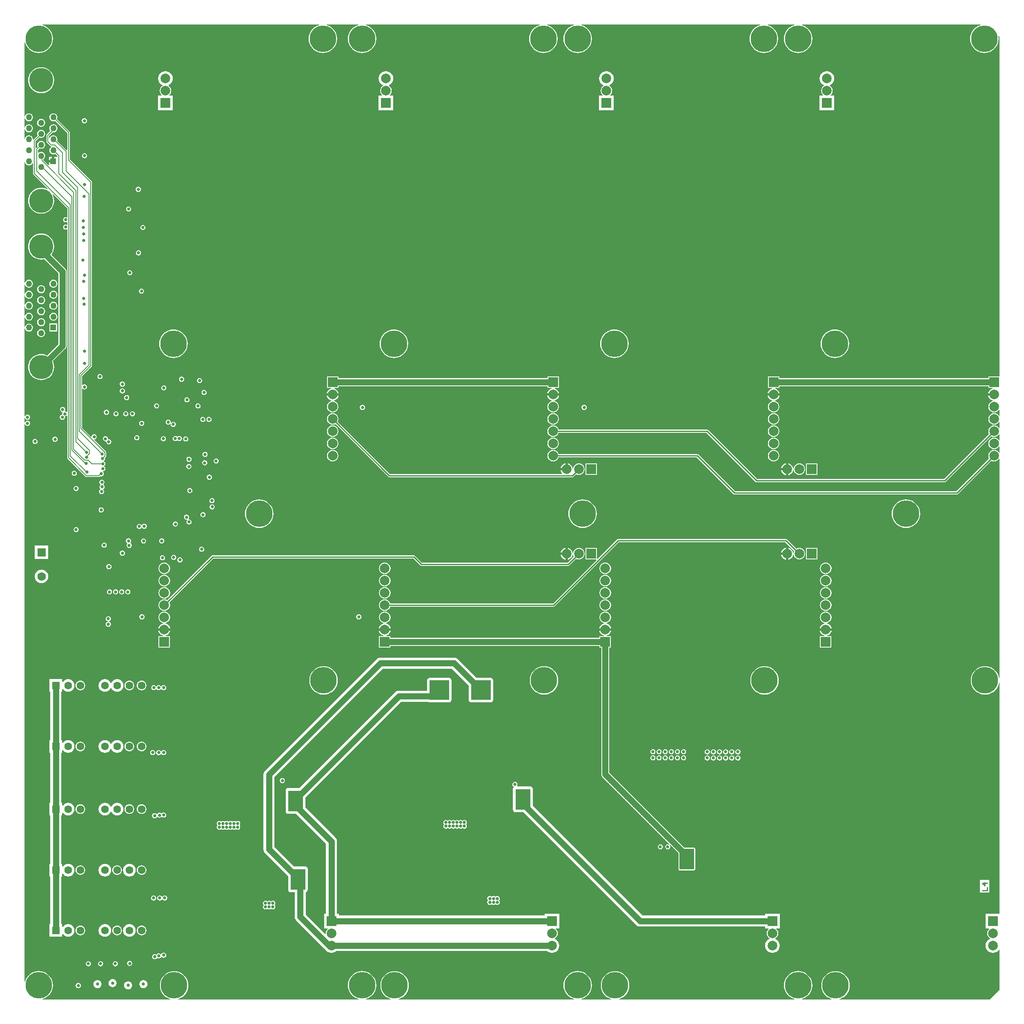
<source format=gbl>
G04*
G04 #@! TF.GenerationSoftware,Altium Limited,Altium Designer,20.0.14 (345)*
G04*
G04 Layer_Physical_Order=4*
G04 Layer_Color=16711680*
%FSLAX25Y25*%
%MOIN*%
G70*
G01*
G75*
%ADD10C,0.01000*%
%ADD82C,0.00600*%
%ADD83C,0.05000*%
%ADD87R,0.12000X0.17000*%
%ADD92R,0.06299X0.06299*%
%ADD93C,0.06299*%
%ADD94C,0.07874*%
%ADD95R,0.07874X0.07874*%
%ADD96R,0.07874X0.07874*%
%ADD97C,0.19685*%
%ADD98C,0.05000*%
%ADD99R,0.05000X0.05000*%
%ADD100C,0.07000*%
%ADD101R,0.07000X0.07000*%
%ADD102C,0.21654*%
%ADD103C,0.02600*%
%ADD105R,0.16000X0.16000*%
G36*
X769085Y784006D02*
X768411Y783844D01*
X766728Y783147D01*
X765174Y782195D01*
X763789Y781011D01*
X762605Y779626D01*
X761653Y778072D01*
X760956Y776389D01*
X760530Y774617D01*
X760387Y772800D01*
X760530Y770983D01*
X760956Y769211D01*
X761653Y767528D01*
X762605Y765974D01*
X763789Y764589D01*
X765174Y763405D01*
X766728Y762453D01*
X768411Y761756D01*
X770183Y761330D01*
X772000Y761187D01*
X773817Y761330D01*
X775588Y761756D01*
X777272Y762453D01*
X778826Y763405D01*
X780211Y764589D01*
X781395Y765974D01*
X782347Y767528D01*
X783044Y769211D01*
X783470Y770983D01*
X783612Y772800D01*
X783470Y774608D01*
X783500Y774643D01*
X783994Y774792D01*
X784506Y774280D01*
Y497013D01*
X775277D01*
Y495604D01*
X604651D01*
Y497013D01*
X595277D01*
Y487639D01*
X598666D01*
X598698Y487139D01*
X598675Y487136D01*
X597474Y486639D01*
X596443Y485847D01*
X595651Y484816D01*
X595154Y483615D01*
X595116Y483326D01*
X599964D01*
X604812D01*
X604774Y483615D01*
X604276Y484816D01*
X603485Y485847D01*
X602454Y486639D01*
X601253Y487136D01*
X601229Y487139D01*
X601262Y487639D01*
X604651D01*
Y489048D01*
X775277D01*
Y487639D01*
X778666D01*
X778698Y487139D01*
X778675Y487136D01*
X777474Y486639D01*
X776443Y485847D01*
X775652Y484816D01*
X775154Y483615D01*
X775116Y483326D01*
X779964D01*
Y481326D01*
X775116D01*
X775154Y481038D01*
X775652Y479837D01*
X776443Y478805D01*
X777474Y478014D01*
X778675Y477516D01*
X779161Y477452D01*
Y476948D01*
X778740Y476893D01*
X777600Y476420D01*
X776621Y475669D01*
X775870Y474690D01*
X775398Y473550D01*
X775237Y472326D01*
X775398Y471103D01*
X775870Y469963D01*
X776621Y468984D01*
X777600Y468232D01*
X778740Y467760D01*
X779964Y467599D01*
X781187Y467760D01*
X782328Y468232D01*
X783307Y468984D01*
X784006Y469895D01*
X784506Y469849D01*
Y464803D01*
X784006Y464758D01*
X783307Y465669D01*
X782328Y466420D01*
X781187Y466893D01*
X779964Y467054D01*
X778740Y466893D01*
X777600Y466420D01*
X776621Y465669D01*
X775870Y464690D01*
X775398Y463550D01*
X775237Y462326D01*
X775398Y461103D01*
X775870Y459963D01*
X776621Y458984D01*
X777600Y458232D01*
X778740Y457760D01*
X779964Y457599D01*
X781187Y457760D01*
X782328Y458232D01*
X783307Y458984D01*
X784006Y459895D01*
X784506Y459849D01*
Y454803D01*
X784006Y454758D01*
X783307Y455669D01*
X782328Y456420D01*
X781187Y456893D01*
X779964Y457054D01*
X778740Y456893D01*
X777600Y456420D01*
X776621Y455669D01*
X775870Y454690D01*
X775398Y453550D01*
X775237Y452326D01*
X775398Y451103D01*
X775849Y450013D01*
X739110Y413274D01*
X586528D01*
X546575Y453228D01*
X546161Y453504D01*
X545674Y453601D01*
X424509D01*
X424058Y454690D01*
X423307Y455669D01*
X422328Y456420D01*
X421187Y456893D01*
X419964Y457054D01*
X418740Y456893D01*
X417600Y456420D01*
X416621Y455669D01*
X415870Y454690D01*
X415398Y453550D01*
X415237Y452326D01*
X415398Y451103D01*
X415870Y449963D01*
X416621Y448983D01*
X417600Y448232D01*
X418740Y447760D01*
X419964Y447599D01*
X421187Y447760D01*
X422328Y448232D01*
X423307Y448983D01*
X424058Y449963D01*
X424509Y451052D01*
X545146D01*
X585099Y411099D01*
X585512Y410822D01*
X586000Y410725D01*
X739638D01*
X740125Y410822D01*
X740539Y411099D01*
X777651Y448211D01*
X778740Y447760D01*
X779964Y447599D01*
X781187Y447760D01*
X782328Y448232D01*
X783307Y448983D01*
X784006Y449895D01*
X784506Y449849D01*
Y444803D01*
X784006Y444758D01*
X783307Y445669D01*
X782328Y446420D01*
X781187Y446893D01*
X779964Y447054D01*
X778740Y446893D01*
X777600Y446420D01*
X776621Y445669D01*
X775870Y444690D01*
X775398Y443550D01*
X775237Y442326D01*
X775398Y441103D01*
X775870Y439963D01*
X776621Y438983D01*
X777600Y438232D01*
X778740Y437760D01*
X779964Y437599D01*
X781187Y437760D01*
X782328Y438232D01*
X783307Y438983D01*
X784006Y439895D01*
X784506Y439849D01*
Y434803D01*
X784006Y434758D01*
X783307Y435669D01*
X782328Y436420D01*
X781187Y436893D01*
X779964Y437054D01*
X778740Y436893D01*
X777600Y436420D01*
X776621Y435669D01*
X775870Y434690D01*
X775398Y433550D01*
X775237Y432326D01*
X775398Y431103D01*
X775849Y430014D01*
X749110Y403274D01*
X568528D01*
X538575Y433227D01*
X538161Y433504D01*
X537674Y433601D01*
X424509D01*
X424058Y434690D01*
X423307Y435669D01*
X422328Y436420D01*
X421187Y436893D01*
X419964Y437054D01*
X418740Y436893D01*
X417600Y436420D01*
X416621Y435669D01*
X415870Y434690D01*
X415398Y433550D01*
X415237Y432326D01*
X415398Y431103D01*
X415870Y429963D01*
X416621Y428983D01*
X417600Y428232D01*
X418740Y427760D01*
X419964Y427599D01*
X421187Y427760D01*
X422328Y428232D01*
X423307Y428983D01*
X424058Y429963D01*
X424509Y431052D01*
X537146D01*
X567099Y401099D01*
X567512Y400822D01*
X568000Y400726D01*
X749638D01*
X750125Y400822D01*
X750539Y401099D01*
X777651Y428211D01*
X778740Y427760D01*
X779964Y427599D01*
X781187Y427760D01*
X782328Y428232D01*
X783307Y428983D01*
X784006Y429895D01*
X784506Y429849D01*
Y250848D01*
X784006Y250789D01*
X783596Y252497D01*
X782899Y254181D01*
X781946Y255734D01*
X780763Y257120D01*
X779377Y258303D01*
X777824Y259256D01*
X776140Y259953D01*
X774368Y260378D01*
X772552Y260521D01*
X770735Y260378D01*
X768963Y259953D01*
X767280Y259256D01*
X765726Y258303D01*
X764340Y257120D01*
X763157Y255734D01*
X762205Y254181D01*
X761507Y252497D01*
X761082Y250725D01*
X760939Y248909D01*
X761082Y247092D01*
X761507Y245320D01*
X762205Y243637D01*
X763157Y242083D01*
X764340Y240697D01*
X765726Y239514D01*
X767280Y238562D01*
X768963Y237864D01*
X770735Y237439D01*
X772552Y237296D01*
X774368Y237439D01*
X776140Y237864D01*
X777824Y238562D01*
X779377Y239514D01*
X780763Y240697D01*
X781946Y242083D01*
X782899Y243637D01*
X783596Y245320D01*
X784006Y247028D01*
X784506Y246969D01*
Y58366D01*
X773062D01*
Y46492D01*
X775817D01*
X775978Y46018D01*
X775657Y45772D01*
X774905Y44793D01*
X774433Y43652D01*
X774272Y42429D01*
X774433Y41205D01*
X774905Y40065D01*
X775657Y39086D01*
X776549Y38401D01*
X776565Y38357D01*
X776577Y38069D01*
X776526Y37839D01*
X775685Y37389D01*
X774781Y36647D01*
X774039Y35743D01*
X773488Y34712D01*
X773148Y33593D01*
X773034Y32429D01*
X773148Y31265D01*
X773488Y30146D01*
X774039Y29115D01*
X774781Y28211D01*
X775685Y27469D01*
X776716Y26917D01*
X777836Y26578D01*
X778999Y26463D01*
X780163Y26578D01*
X781282Y26917D01*
X782314Y27469D01*
X783218Y28211D01*
X783960Y29115D01*
X784021Y29229D01*
X784506Y29108D01*
Y-3454D01*
X776254Y-11706D01*
X653906D01*
X653847Y-11206D01*
X654140Y-11135D01*
X655824Y-10438D01*
X657377Y-9486D01*
X658763Y-8303D01*
X659946Y-6917D01*
X660898Y-5363D01*
X661596Y-3680D01*
X662021Y-1908D01*
X662164Y-91D01*
X662021Y1725D01*
X661596Y3497D01*
X660898Y5181D01*
X659946Y6734D01*
X658763Y8120D01*
X657377Y9303D01*
X655824Y10256D01*
X654140Y10953D01*
X652368Y11378D01*
X650552Y11521D01*
X648735Y11378D01*
X646963Y10953D01*
X645280Y10256D01*
X643726Y9303D01*
X642340Y8120D01*
X641157Y6734D01*
X640205Y5181D01*
X639507Y3497D01*
X639082Y1725D01*
X638939Y-91D01*
X639082Y-1908D01*
X639507Y-3680D01*
X640205Y-5363D01*
X641157Y-6917D01*
X642340Y-8303D01*
X643726Y-9486D01*
X645280Y-10438D01*
X646963Y-11135D01*
X647257Y-11206D01*
X647197Y-11706D01*
X622974D01*
X622915Y-11206D01*
X623589Y-11044D01*
X625272Y-10347D01*
X626826Y-9395D01*
X628211Y-8211D01*
X629395Y-6826D01*
X630347Y-5272D01*
X631044Y-3588D01*
X631470Y-1817D01*
X631613Y0D01*
X631470Y1817D01*
X631044Y3588D01*
X630347Y5272D01*
X629395Y6826D01*
X628211Y8211D01*
X626826Y9395D01*
X625272Y10347D01*
X623589Y11044D01*
X621817Y11470D01*
X620000Y11613D01*
X618183Y11470D01*
X616411Y11044D01*
X614728Y10347D01*
X613174Y9395D01*
X611789Y8211D01*
X610605Y6826D01*
X609653Y5272D01*
X608956Y3588D01*
X608530Y1817D01*
X608387Y0D01*
X608530Y-1817D01*
X608956Y-3588D01*
X609653Y-5272D01*
X610605Y-6826D01*
X611789Y-8211D01*
X613174Y-9395D01*
X614728Y-10347D01*
X616411Y-11044D01*
X617085Y-11206D01*
X617026Y-11706D01*
X473906D01*
X473847Y-11206D01*
X474140Y-11135D01*
X475824Y-10438D01*
X477377Y-9486D01*
X478763Y-8303D01*
X479946Y-6917D01*
X480899Y-5363D01*
X481596Y-3680D01*
X482021Y-1908D01*
X482164Y-91D01*
X482021Y1725D01*
X481596Y3497D01*
X480899Y5181D01*
X479946Y6734D01*
X478763Y8120D01*
X477377Y9303D01*
X475824Y10256D01*
X474140Y10953D01*
X472368Y11378D01*
X470552Y11521D01*
X468735Y11378D01*
X466963Y10953D01*
X465280Y10256D01*
X463726Y9303D01*
X462340Y8120D01*
X461157Y6734D01*
X460205Y5181D01*
X459507Y3497D01*
X459082Y1725D01*
X458939Y-91D01*
X459082Y-1908D01*
X459507Y-3680D01*
X460205Y-5363D01*
X461157Y-6917D01*
X462340Y-8303D01*
X463726Y-9486D01*
X465280Y-10438D01*
X466963Y-11135D01*
X467257Y-11206D01*
X467197Y-11706D01*
X442974D01*
X442915Y-11206D01*
X443588Y-11044D01*
X445272Y-10347D01*
X446826Y-9395D01*
X448211Y-8211D01*
X449395Y-6826D01*
X450347Y-5272D01*
X451044Y-3588D01*
X451470Y-1817D01*
X451613Y0D01*
X451470Y1817D01*
X451044Y3588D01*
X450347Y5272D01*
X449395Y6826D01*
X448211Y8211D01*
X446826Y9395D01*
X445272Y10347D01*
X443588Y11044D01*
X441817Y11470D01*
X440000Y11613D01*
X438183Y11470D01*
X436412Y11044D01*
X434728Y10347D01*
X433174Y9395D01*
X431789Y8211D01*
X430605Y6826D01*
X429653Y5272D01*
X428956Y3588D01*
X428530Y1817D01*
X428387Y0D01*
X428530Y-1817D01*
X428956Y-3588D01*
X429653Y-5272D01*
X430605Y-6826D01*
X431789Y-8211D01*
X433174Y-9395D01*
X434728Y-10347D01*
X436412Y-11044D01*
X437085Y-11206D01*
X437026Y-11706D01*
X293906D01*
X293847Y-11206D01*
X294140Y-11135D01*
X295824Y-10438D01*
X297377Y-9486D01*
X298763Y-8303D01*
X299946Y-6917D01*
X300899Y-5363D01*
X301596Y-3680D01*
X302021Y-1908D01*
X302164Y-91D01*
X302021Y1725D01*
X301596Y3497D01*
X300899Y5181D01*
X299946Y6734D01*
X298763Y8120D01*
X297377Y9303D01*
X295824Y10256D01*
X294140Y10953D01*
X292368Y11378D01*
X290552Y11521D01*
X288735Y11378D01*
X286963Y10953D01*
X285280Y10256D01*
X283726Y9303D01*
X282340Y8120D01*
X281157Y6734D01*
X280205Y5181D01*
X279507Y3497D01*
X279082Y1725D01*
X278939Y-91D01*
X279082Y-1908D01*
X279507Y-3680D01*
X280205Y-5363D01*
X281157Y-6917D01*
X282340Y-8303D01*
X283726Y-9486D01*
X285280Y-10438D01*
X286963Y-11135D01*
X287257Y-11206D01*
X287197Y-11706D01*
X266974D01*
X266915Y-11206D01*
X267588Y-11044D01*
X269272Y-10347D01*
X270826Y-9395D01*
X272211Y-8211D01*
X273395Y-6826D01*
X274347Y-5272D01*
X275044Y-3588D01*
X275470Y-1817D01*
X275612Y0D01*
X275470Y1817D01*
X275044Y3588D01*
X274347Y5272D01*
X273395Y6826D01*
X272211Y8211D01*
X270826Y9395D01*
X269272Y10347D01*
X267588Y11044D01*
X265817Y11470D01*
X264000Y11613D01*
X262183Y11470D01*
X260412Y11044D01*
X258728Y10347D01*
X257174Y9395D01*
X255789Y8211D01*
X254605Y6826D01*
X253653Y5272D01*
X252956Y3588D01*
X252530Y1817D01*
X252387Y0D01*
X252530Y-1817D01*
X252956Y-3588D01*
X253653Y-5272D01*
X254605Y-6826D01*
X255789Y-8211D01*
X257174Y-9395D01*
X258728Y-10347D01*
X260412Y-11044D01*
X261085Y-11206D01*
X261026Y-11706D01*
X113906D01*
X113847Y-11206D01*
X114140Y-11135D01*
X115824Y-10438D01*
X117377Y-9486D01*
X118763Y-8303D01*
X119946Y-6917D01*
X120898Y-5363D01*
X121596Y-3680D01*
X122021Y-1908D01*
X122164Y-91D01*
X122021Y1725D01*
X121596Y3497D01*
X120898Y5181D01*
X119946Y6734D01*
X118763Y8120D01*
X117377Y9303D01*
X115824Y10256D01*
X114140Y10953D01*
X112368Y11378D01*
X110552Y11521D01*
X108735Y11378D01*
X106963Y10953D01*
X105280Y10256D01*
X103726Y9303D01*
X102340Y8120D01*
X101157Y6734D01*
X100205Y5181D01*
X99507Y3497D01*
X99082Y1725D01*
X98939Y-91D01*
X99082Y-1908D01*
X99507Y-3680D01*
X100205Y-5363D01*
X101157Y-6917D01*
X102340Y-8303D01*
X103726Y-9486D01*
X105280Y-10438D01*
X106963Y-11135D01*
X107257Y-11206D01*
X107197Y-11706D01*
X2974D01*
X2915Y-11206D01*
X3588Y-11044D01*
X5272Y-10347D01*
X6826Y-9395D01*
X8211Y-8211D01*
X9395Y-6826D01*
X10347Y-5272D01*
X11044Y-3588D01*
X11470Y-1817D01*
X11613Y0D01*
X11470Y1817D01*
X11044Y3588D01*
X10347Y5272D01*
X9395Y6826D01*
X8211Y8211D01*
X6826Y9395D01*
X5272Y10347D01*
X3588Y11044D01*
X1817Y11470D01*
X0Y11613D01*
X-1817Y11470D01*
X-3588Y11044D01*
X-5272Y10347D01*
X-6826Y9395D01*
X-8211Y8211D01*
X-9395Y6826D01*
X-10347Y5272D01*
X-11044Y3588D01*
X-11206Y2915D01*
X-11706Y2974D01*
Y458327D01*
X-11206Y458377D01*
X-11131Y458000D01*
X-10678Y457322D01*
X-10000Y456869D01*
X-9200Y456710D01*
X-8400Y456869D01*
X-7722Y457322D01*
X-7269Y458000D01*
X-7110Y458800D01*
X-7269Y459600D01*
X-7722Y460278D01*
X-8400Y460731D01*
X-9200Y460890D01*
X-10000Y460731D01*
X-10678Y460278D01*
X-11131Y459600D01*
X-11206Y459224D01*
X-11706Y459273D01*
Y463327D01*
X-11206Y463377D01*
X-11131Y463000D01*
X-10678Y462322D01*
X-10000Y461869D01*
X-9200Y461710D01*
X-8400Y461869D01*
X-7722Y462322D01*
X-7269Y463000D01*
X-7110Y463800D01*
X-7269Y464600D01*
X-7722Y465278D01*
X-8400Y465731D01*
X-9200Y465890D01*
X-10000Y465731D01*
X-10678Y465278D01*
X-11131Y464600D01*
X-11206Y464223D01*
X-11706Y464273D01*
Y536314D01*
X-11206Y536346D01*
X-11166Y536046D01*
X-10839Y535255D01*
X-10318Y534577D01*
X-9639Y534056D01*
X-8848Y533728D01*
X-8000Y533616D01*
X-7152Y533728D01*
X-6361Y534056D01*
X-5682Y534577D01*
X-5161Y535255D01*
X-4834Y536046D01*
X-4722Y536895D01*
X-4834Y537743D01*
X-5161Y538533D01*
X-5682Y539212D01*
X-6361Y539733D01*
X-7152Y540061D01*
X-8000Y540172D01*
X-8848Y540061D01*
X-9639Y539733D01*
X-10318Y539212D01*
X-10839Y538533D01*
X-11166Y537743D01*
X-11206Y537442D01*
X-11706Y537475D01*
Y545290D01*
X-11206Y545323D01*
X-11166Y545022D01*
X-10839Y544232D01*
X-10318Y543553D01*
X-9639Y543032D01*
X-8848Y542704D01*
X-8000Y542593D01*
X-7152Y542704D01*
X-6361Y543032D01*
X-5682Y543553D01*
X-5161Y544232D01*
X-4834Y545022D01*
X-4722Y545871D01*
X-4834Y546719D01*
X-5161Y547510D01*
X-5682Y548189D01*
X-6361Y548710D01*
X-7152Y549037D01*
X-8000Y549149D01*
X-8848Y549037D01*
X-9639Y548710D01*
X-10318Y548189D01*
X-10839Y547510D01*
X-11166Y546719D01*
X-11206Y546419D01*
X-11706Y546452D01*
Y554267D01*
X-11206Y554299D01*
X-11166Y553999D01*
X-10839Y553208D01*
X-10318Y552529D01*
X-9639Y552008D01*
X-8848Y551681D01*
X-8000Y551569D01*
X-7152Y551681D01*
X-6361Y552008D01*
X-5682Y552529D01*
X-5161Y553208D01*
X-4834Y553999D01*
X-4722Y554847D01*
X-4834Y555696D01*
X-5161Y556486D01*
X-5682Y557165D01*
X-6361Y557686D01*
X-7152Y558014D01*
X-8000Y558125D01*
X-8848Y558014D01*
X-9639Y557686D01*
X-10318Y557165D01*
X-10839Y556486D01*
X-11166Y555696D01*
X-11206Y555395D01*
X-11706Y555428D01*
Y563243D01*
X-11206Y563276D01*
X-11166Y562975D01*
X-10839Y562185D01*
X-10318Y561506D01*
X-9639Y560985D01*
X-8848Y560657D01*
X-8000Y560546D01*
X-7152Y560657D01*
X-6361Y560985D01*
X-5682Y561506D01*
X-5161Y562185D01*
X-4834Y562975D01*
X-4722Y563824D01*
X-4834Y564672D01*
X-5161Y565463D01*
X-5682Y566142D01*
X-6361Y566663D01*
X-7152Y566990D01*
X-8000Y567102D01*
X-8848Y566990D01*
X-9639Y566663D01*
X-10318Y566142D01*
X-10839Y565463D01*
X-11166Y564672D01*
X-11206Y564372D01*
X-11706Y564404D01*
Y572219D01*
X-11206Y572252D01*
X-11166Y571952D01*
X-10839Y571161D01*
X-10318Y570482D01*
X-9639Y569961D01*
X-8848Y569634D01*
X-8000Y569522D01*
X-7152Y569634D01*
X-6361Y569961D01*
X-5682Y570482D01*
X-5161Y571161D01*
X-4834Y571952D01*
X-4722Y572800D01*
X-4834Y573648D01*
X-5161Y574439D01*
X-5682Y575118D01*
X-6361Y575639D01*
X-7152Y575966D01*
X-8000Y576078D01*
X-8848Y575966D01*
X-9639Y575639D01*
X-10318Y575118D01*
X-10839Y574439D01*
X-11166Y573648D01*
X-11206Y573348D01*
X-11706Y573381D01*
Y672121D01*
X-11206Y672154D01*
X-11166Y671853D01*
X-10839Y671063D01*
X-10318Y670384D01*
X-9639Y669863D01*
X-8848Y669535D01*
X-8000Y669423D01*
X-7152Y669535D01*
X-6361Y669863D01*
X-5682Y670384D01*
X-5279Y670909D01*
X-4779Y670739D01*
Y662800D01*
X-4698Y662390D01*
X-4466Y662043D01*
X7247Y650331D01*
X6935Y649935D01*
X6824Y650003D01*
X5283Y650641D01*
X3662Y651031D01*
X2000Y651161D01*
X338Y651031D01*
X-1283Y650641D01*
X-2824Y650003D01*
X-4245Y649132D01*
X-5513Y648049D01*
X-6596Y646782D01*
X-7467Y645360D01*
X-8105Y643820D01*
X-8495Y642198D01*
X-8625Y640536D01*
X-8495Y638874D01*
X-8105Y637253D01*
X-7467Y635712D01*
X-6596Y634291D01*
X-5513Y633023D01*
X-4245Y631940D01*
X-2824Y631069D01*
X-1283Y630431D01*
X338Y630042D01*
X2000Y629911D01*
X3662Y630042D01*
X5283Y630431D01*
X6824Y631069D01*
X8245Y631940D01*
X9513Y633023D01*
X10596Y634291D01*
X11467Y635712D01*
X12105Y637253D01*
X12494Y638874D01*
X12625Y640536D01*
X12494Y642198D01*
X12105Y643820D01*
X11467Y645360D01*
X11399Y645471D01*
X11795Y645783D01*
X23354Y634223D01*
Y627091D01*
X22913Y626856D01*
X22800Y626931D01*
X22000Y627090D01*
X21200Y626931D01*
X20522Y626478D01*
X20069Y625800D01*
X19910Y625000D01*
X20069Y624200D01*
X20522Y623522D01*
X21200Y623069D01*
X22000Y622910D01*
X22800Y623069D01*
X22913Y623144D01*
X23354Y622909D01*
Y621091D01*
X22913Y620856D01*
X22800Y620931D01*
X22000Y621090D01*
X21200Y620931D01*
X20522Y620478D01*
X20069Y619800D01*
X19910Y619000D01*
X20069Y618200D01*
X20522Y617522D01*
X21200Y617069D01*
X22000Y616910D01*
X22800Y617069D01*
X22913Y617144D01*
X23354Y616909D01*
Y468053D01*
X22854Y467901D01*
X22769Y468028D01*
X22091Y468481D01*
X21576Y468584D01*
X21332Y469119D01*
X21455Y469303D01*
X21614Y470103D01*
X21455Y470903D01*
X21002Y471581D01*
X20324Y472034D01*
X19524Y472193D01*
X18724Y472034D01*
X18046Y471581D01*
X17593Y470903D01*
X17434Y470103D01*
X17593Y469303D01*
X18046Y468625D01*
X18724Y468172D01*
X19240Y468070D01*
X19483Y467534D01*
X19360Y467350D01*
X19201Y466550D01*
X19326Y465924D01*
X19291Y465890D01*
X18491Y465731D01*
X17813Y465278D01*
X17360Y464600D01*
X17201Y463800D01*
X17360Y463000D01*
X17813Y462322D01*
X18491Y461869D01*
X19291Y461710D01*
X20091Y461869D01*
X20769Y462322D01*
X21222Y463000D01*
X21382Y463800D01*
X21257Y464426D01*
X21291Y464460D01*
X22091Y464619D01*
X22769Y465072D01*
X22854Y465199D01*
X23354Y465047D01*
Y430576D01*
X23435Y430166D01*
X23667Y429819D01*
X38078Y415409D01*
X38425Y415176D01*
X38835Y415095D01*
X49197D01*
X49607Y415176D01*
X49954Y415409D01*
X50264Y415719D01*
X50310Y415688D01*
X51110Y415529D01*
X51910Y415688D01*
X52588Y416141D01*
X53041Y416819D01*
X53200Y417619D01*
X53041Y418419D01*
X52588Y419097D01*
X52401Y419222D01*
X52507Y419753D01*
X53091Y419869D01*
X53769Y420322D01*
X54222Y421000D01*
X54382Y421800D01*
X54222Y422600D01*
X53769Y423278D01*
X53438Y423499D01*
Y424101D01*
X53769Y424322D01*
X54222Y425000D01*
X54382Y425800D01*
X54222Y426600D01*
X53769Y427278D01*
X53143Y427697D01*
X53079Y427966D01*
X53065Y428246D01*
X53478Y428522D01*
X53931Y429200D01*
X54090Y430000D01*
X53995Y430481D01*
X54757Y431243D01*
X54989Y431590D01*
X55071Y432000D01*
X55071Y432000D01*
Y435000D01*
X54989Y435410D01*
X54757Y435757D01*
X45284Y445230D01*
X45467Y445755D01*
X46041Y445869D01*
X46719Y446322D01*
X47172Y447000D01*
X47332Y447800D01*
X47172Y448600D01*
X46719Y449278D01*
X46041Y449731D01*
X45241Y449890D01*
X44441Y449731D01*
X43763Y449278D01*
X43310Y448600D01*
X43196Y448025D01*
X42672Y447842D01*
X35362Y455152D01*
Y486909D01*
X35862Y487061D01*
X35863Y487059D01*
X36541Y486606D01*
X37341Y486447D01*
X38141Y486606D01*
X38819Y487059D01*
X39272Y487737D01*
X39432Y488537D01*
X39272Y489337D01*
X38819Y490015D01*
X38141Y490468D01*
X37341Y490627D01*
X36541Y490468D01*
X35863Y490015D01*
X35862Y490013D01*
X35362Y490164D01*
Y497357D01*
X43048Y505043D01*
X43280Y505390D01*
X43362Y505800D01*
Y655800D01*
X43280Y656210D01*
X43048Y656557D01*
X43048Y656557D01*
X25362Y674243D01*
Y696316D01*
X25280Y696726D01*
X25048Y697073D01*
X14931Y707190D01*
X15166Y707759D01*
X15278Y708607D01*
X15166Y709455D01*
X14839Y710246D01*
X14318Y710925D01*
X13639Y711446D01*
X12848Y711773D01*
X12000Y711885D01*
X11152Y711773D01*
X10361Y711446D01*
X9682Y710925D01*
X9161Y710246D01*
X8834Y709455D01*
X8722Y708607D01*
X8834Y707759D01*
X9161Y706968D01*
X9682Y706289D01*
X10361Y705768D01*
X11152Y705441D01*
X12000Y705329D01*
X12848Y705441D01*
X13417Y705676D01*
X23221Y695872D01*
Y682092D01*
X22721Y681885D01*
X15059Y689546D01*
X15166Y689806D01*
X15278Y690654D01*
X15166Y691503D01*
X14839Y692293D01*
X14318Y692972D01*
X13639Y693493D01*
X12848Y693821D01*
X12000Y693932D01*
X11152Y693821D01*
X10361Y693493D01*
X9682Y692972D01*
X9161Y692293D01*
X8834Y691503D01*
X8362Y691609D01*
Y693357D01*
X11433Y696427D01*
X12000Y696353D01*
X12848Y696464D01*
X13639Y696792D01*
X14318Y697313D01*
X14839Y697992D01*
X15166Y698782D01*
X15278Y699631D01*
X15166Y700479D01*
X14839Y701270D01*
X14318Y701949D01*
X13639Y702470D01*
X12848Y702797D01*
X12000Y702909D01*
X11152Y702797D01*
X10361Y702470D01*
X9682Y701949D01*
X9161Y701270D01*
X8834Y700479D01*
X8722Y699631D01*
X8834Y698782D01*
X9161Y697992D01*
X9512Y697535D01*
X6534Y694557D01*
X6302Y694210D01*
X6221Y693800D01*
Y688800D01*
X6302Y688390D01*
X6534Y688043D01*
X9342Y685235D01*
X9342Y685235D01*
X9690Y685003D01*
X10092Y684923D01*
X10106Y684898D01*
X10237Y684421D01*
X9682Y683996D01*
X9161Y683317D01*
X8834Y682526D01*
X8722Y681678D01*
X8834Y680829D01*
X9161Y680039D01*
X9682Y679360D01*
X10361Y678839D01*
X11152Y678512D01*
X12000Y678400D01*
X12848Y678512D01*
X13417Y678747D01*
X15221Y676943D01*
Y676280D01*
X12843D01*
Y672780D01*
X11842D01*
Y671780D01*
X8343D01*
Y669879D01*
X7842Y669671D01*
X3825Y673689D01*
Y674494D01*
X4318Y674872D01*
X4839Y675551D01*
X5166Y676341D01*
X5278Y677190D01*
X5166Y678038D01*
X4839Y678829D01*
X4318Y679508D01*
X3639Y680029D01*
X2848Y680356D01*
X2000Y680468D01*
X1152Y680356D01*
X361Y680029D01*
X21Y679767D01*
X-479Y680014D01*
Y682173D01*
X583Y683235D01*
X1152Y683000D01*
X2000Y682888D01*
X2848Y683000D01*
X3639Y683327D01*
X4318Y683848D01*
X4839Y684527D01*
X5166Y685318D01*
X5278Y686166D01*
X5166Y687015D01*
X4839Y687805D01*
X4318Y688484D01*
X3639Y689005D01*
X2848Y689332D01*
X2000Y689444D01*
X1152Y689332D01*
X361Y689005D01*
X-318Y688484D01*
X-839Y687805D01*
X-1166Y687015D01*
X-1278Y686166D01*
X-1166Y685318D01*
X-931Y684749D01*
X-2138Y683542D01*
X-2638Y683749D01*
Y688990D01*
X583Y692212D01*
X1152Y691976D01*
X2000Y691864D01*
X2848Y691976D01*
X3639Y692304D01*
X4318Y692825D01*
X4839Y693504D01*
X5166Y694294D01*
X5278Y695143D01*
X5166Y695991D01*
X4839Y696781D01*
X4318Y697460D01*
X3639Y697981D01*
X2848Y698309D01*
X2000Y698421D01*
X1152Y698309D01*
X361Y697981D01*
X-318Y697460D01*
X-839Y696781D01*
X-1166Y695991D01*
X-1278Y695143D01*
X-1166Y694294D01*
X-931Y693726D01*
X-4250Y690406D01*
X-4724Y690640D01*
X-4722Y690654D01*
X-4834Y691503D01*
X-5161Y692293D01*
X-5682Y692972D01*
X-6361Y693493D01*
X-7152Y693821D01*
X-8000Y693932D01*
X-8848Y693821D01*
X-9639Y693493D01*
X-10318Y692972D01*
X-10839Y692293D01*
X-11166Y691503D01*
X-11206Y691202D01*
X-11706Y691235D01*
Y699050D01*
X-11206Y699083D01*
X-11166Y698782D01*
X-10839Y697992D01*
X-10318Y697313D01*
X-9639Y696792D01*
X-8848Y696464D01*
X-8000Y696353D01*
X-7152Y696464D01*
X-6361Y696792D01*
X-5682Y697313D01*
X-5161Y697992D01*
X-4834Y698782D01*
X-4722Y699631D01*
X-4834Y700479D01*
X-5161Y701270D01*
X-5682Y701949D01*
X-6361Y702470D01*
X-7152Y702797D01*
X-8000Y702909D01*
X-8848Y702797D01*
X-9639Y702470D01*
X-10318Y701949D01*
X-10839Y701270D01*
X-11166Y700479D01*
X-11206Y700179D01*
X-11706Y700211D01*
Y708026D01*
X-11206Y708059D01*
X-11166Y707759D01*
X-10839Y706968D01*
X-10318Y706289D01*
X-9639Y705768D01*
X-8848Y705441D01*
X-8000Y705329D01*
X-7152Y705441D01*
X-6361Y705768D01*
X-5682Y706289D01*
X-5161Y706968D01*
X-4834Y707759D01*
X-4722Y708607D01*
X-4834Y709455D01*
X-5161Y710246D01*
X-5682Y710925D01*
X-6361Y711446D01*
X-7152Y711773D01*
X-8000Y711885D01*
X-8848Y711773D01*
X-9639Y711446D01*
X-10318Y710925D01*
X-10839Y710246D01*
X-11166Y709455D01*
X-11206Y709155D01*
X-11706Y709188D01*
Y769826D01*
X-11206Y769885D01*
X-11044Y769211D01*
X-10347Y767528D01*
X-9395Y765974D01*
X-8211Y764589D01*
X-6826Y763405D01*
X-5272Y762453D01*
X-3588Y761756D01*
X-1817Y761330D01*
X-0Y761187D01*
X1817Y761330D01*
X3588Y761756D01*
X5272Y762453D01*
X6826Y763405D01*
X8211Y764589D01*
X9395Y765974D01*
X10347Y767528D01*
X11044Y769211D01*
X11470Y770983D01*
X11613Y772800D01*
X11470Y774617D01*
X11044Y776389D01*
X10347Y778072D01*
X9395Y779626D01*
X8211Y781011D01*
X6826Y782195D01*
X5272Y783147D01*
X3588Y783844D01*
X2915Y784006D01*
X2974Y784506D01*
X229026Y784506D01*
X229085Y784006D01*
X228412Y783844D01*
X226728Y783147D01*
X225174Y782195D01*
X223789Y781011D01*
X222605Y779626D01*
X221653Y778072D01*
X220956Y776389D01*
X220530Y774617D01*
X220387Y772800D01*
X220530Y770983D01*
X220956Y769211D01*
X221653Y767528D01*
X222605Y765974D01*
X223789Y764589D01*
X225174Y763405D01*
X226728Y762453D01*
X228412Y761756D01*
X230183Y761330D01*
X232000Y761187D01*
X233817Y761330D01*
X235588Y761756D01*
X237272Y762453D01*
X238826Y763405D01*
X240211Y764589D01*
X241395Y765974D01*
X242347Y767528D01*
X243044Y769211D01*
X243470Y770983D01*
X243613Y772800D01*
X243470Y774617D01*
X243044Y776389D01*
X242347Y778072D01*
X241395Y779626D01*
X240211Y781011D01*
X238826Y782195D01*
X237272Y783147D01*
X235588Y783844D01*
X234915Y784006D01*
X234974Y784506D01*
X261026D01*
X261085Y784006D01*
X260412Y783844D01*
X258728Y783147D01*
X257174Y782195D01*
X255789Y781011D01*
X254605Y779626D01*
X253653Y778072D01*
X252956Y776389D01*
X252530Y774617D01*
X252387Y772800D01*
X252530Y770983D01*
X252956Y769211D01*
X253653Y767528D01*
X254605Y765974D01*
X255789Y764589D01*
X257174Y763405D01*
X258728Y762453D01*
X260412Y761756D01*
X262183Y761330D01*
X264000Y761187D01*
X265817Y761330D01*
X267588Y761756D01*
X269272Y762453D01*
X270826Y763405D01*
X272211Y764589D01*
X273395Y765974D01*
X274347Y767528D01*
X275044Y769211D01*
X275470Y770983D01*
X275612Y772800D01*
X275470Y774617D01*
X275044Y776389D01*
X274347Y778072D01*
X273395Y779626D01*
X272211Y781011D01*
X270826Y782195D01*
X269272Y783147D01*
X267588Y783844D01*
X266915Y784006D01*
X266974Y784506D01*
X409026Y784506D01*
X409085Y784006D01*
X408412Y783844D01*
X406728Y783147D01*
X405174Y782195D01*
X403789Y781011D01*
X402605Y779626D01*
X401653Y778072D01*
X400956Y776389D01*
X400530Y774617D01*
X400387Y772800D01*
X400530Y770983D01*
X400956Y769211D01*
X401653Y767528D01*
X402605Y765974D01*
X403789Y764589D01*
X405174Y763405D01*
X406728Y762453D01*
X408412Y761756D01*
X410183Y761330D01*
X412000Y761187D01*
X413817Y761330D01*
X415588Y761756D01*
X417272Y762453D01*
X418826Y763405D01*
X420211Y764589D01*
X421395Y765974D01*
X422347Y767528D01*
X423044Y769211D01*
X423470Y770983D01*
X423612Y772800D01*
X423470Y774617D01*
X423044Y776389D01*
X422347Y778072D01*
X421395Y779626D01*
X420211Y781011D01*
X418826Y782195D01*
X417272Y783147D01*
X415588Y783844D01*
X414915Y784006D01*
X414974Y784506D01*
X437026D01*
X437085Y784006D01*
X436412Y783844D01*
X434728Y783147D01*
X433174Y782195D01*
X431789Y781011D01*
X430605Y779626D01*
X429653Y778072D01*
X428956Y776389D01*
X428530Y774617D01*
X428387Y772800D01*
X428530Y770983D01*
X428956Y769211D01*
X429653Y767528D01*
X430605Y765974D01*
X431789Y764589D01*
X433174Y763405D01*
X434728Y762453D01*
X436412Y761756D01*
X438183Y761330D01*
X440000Y761187D01*
X441817Y761330D01*
X443588Y761756D01*
X445272Y762453D01*
X446826Y763405D01*
X448211Y764589D01*
X449395Y765974D01*
X450347Y767528D01*
X451044Y769211D01*
X451470Y770983D01*
X451613Y772800D01*
X451470Y774617D01*
X451044Y776389D01*
X450347Y778072D01*
X449395Y779626D01*
X448211Y781011D01*
X446826Y782195D01*
X445272Y783147D01*
X443588Y783844D01*
X442915Y784006D01*
X442974Y784506D01*
X589026Y784506D01*
X589085Y784006D01*
X588412Y783844D01*
X586728Y783147D01*
X585174Y782195D01*
X583789Y781011D01*
X582605Y779626D01*
X581653Y778072D01*
X580956Y776389D01*
X580530Y774617D01*
X580387Y772800D01*
X580530Y770983D01*
X580956Y769211D01*
X581653Y767528D01*
X582605Y765974D01*
X583789Y764589D01*
X585174Y763405D01*
X586728Y762453D01*
X588412Y761756D01*
X590183Y761330D01*
X592000Y761187D01*
X593817Y761330D01*
X595588Y761756D01*
X597272Y762453D01*
X598826Y763405D01*
X600211Y764589D01*
X601395Y765974D01*
X602347Y767528D01*
X603044Y769211D01*
X603470Y770983D01*
X603613Y772800D01*
X603470Y774617D01*
X603044Y776389D01*
X602347Y778072D01*
X601395Y779626D01*
X600211Y781011D01*
X598826Y782195D01*
X597272Y783147D01*
X595588Y783844D01*
X594915Y784006D01*
X594974Y784506D01*
X617026Y784506D01*
X617085Y784006D01*
X616411Y783844D01*
X614728Y783147D01*
X613174Y782195D01*
X611789Y781011D01*
X610605Y779626D01*
X609653Y778072D01*
X608956Y776389D01*
X608530Y774617D01*
X608387Y772800D01*
X608530Y770983D01*
X608956Y769211D01*
X609653Y767528D01*
X610605Y765974D01*
X611789Y764589D01*
X613174Y763405D01*
X614728Y762453D01*
X616411Y761756D01*
X618183Y761330D01*
X620000Y761187D01*
X621817Y761330D01*
X623589Y761756D01*
X625272Y762453D01*
X626826Y763405D01*
X628211Y764589D01*
X629395Y765974D01*
X630347Y767528D01*
X631044Y769211D01*
X631470Y770983D01*
X631613Y772800D01*
X631470Y774617D01*
X631044Y776389D01*
X630347Y778072D01*
X629395Y779626D01*
X628211Y781011D01*
X626826Y782195D01*
X625272Y783147D01*
X623589Y783844D01*
X622915Y784006D01*
X622974Y784506D01*
X769026Y784506D01*
X769085Y784006D01*
D02*
G37*
%LPC*%
G36*
X2000Y749547D02*
X338Y749416D01*
X-1283Y749027D01*
X-2824Y748389D01*
X-4245Y747518D01*
X-5513Y746435D01*
X-6596Y745167D01*
X-7467Y743746D01*
X-8105Y742205D01*
X-8495Y740584D01*
X-8625Y738922D01*
X-8495Y737260D01*
X-8105Y735639D01*
X-7467Y734098D01*
X-6596Y732677D01*
X-5513Y731409D01*
X-4245Y730326D01*
X-2824Y729455D01*
X-1283Y728817D01*
X338Y728428D01*
X2000Y728297D01*
X3662Y728428D01*
X5283Y728817D01*
X6824Y729455D01*
X8245Y730326D01*
X9513Y731409D01*
X10596Y732677D01*
X11467Y734098D01*
X12105Y735639D01*
X12494Y737260D01*
X12625Y738922D01*
X12494Y740584D01*
X12105Y742205D01*
X11467Y743746D01*
X10596Y745167D01*
X9513Y746435D01*
X8245Y747518D01*
X6824Y748389D01*
X5283Y749027D01*
X3662Y749416D01*
X2000Y749547D01*
D02*
G37*
G36*
X643476Y746273D02*
X642312Y746158D01*
X641193Y745819D01*
X640161Y745267D01*
X639257Y744525D01*
X638515Y743621D01*
X637964Y742590D01*
X637625Y741471D01*
X637510Y740307D01*
X637625Y739143D01*
X637964Y738024D01*
X638515Y736993D01*
X639257Y736089D01*
X640161Y735347D01*
X641003Y734897D01*
X641053Y734667D01*
X641042Y734379D01*
X641026Y734335D01*
X640133Y733650D01*
X639382Y732671D01*
X638909Y731531D01*
X638748Y730307D01*
X638909Y729083D01*
X639382Y727943D01*
X640133Y726964D01*
X640454Y726717D01*
X640294Y726244D01*
X637539D01*
Y714370D01*
X649413D01*
Y726244D01*
X646658D01*
X646497Y726717D01*
X646818Y726964D01*
X647570Y727943D01*
X648042Y729083D01*
X648203Y730307D01*
X648042Y731531D01*
X647570Y732671D01*
X646818Y733650D01*
X645926Y734335D01*
X645910Y734379D01*
X645898Y734667D01*
X645949Y734897D01*
X646790Y735347D01*
X647694Y736089D01*
X648436Y736993D01*
X648987Y738024D01*
X649327Y739143D01*
X649441Y740307D01*
X649327Y741471D01*
X648987Y742590D01*
X648436Y743621D01*
X647694Y744525D01*
X646790Y745267D01*
X645759Y745819D01*
X644639Y746158D01*
X643476Y746273D01*
D02*
G37*
G36*
X463476D02*
X462312Y746158D01*
X461193Y745819D01*
X460161Y745267D01*
X459257Y744525D01*
X458515Y743621D01*
X457964Y742590D01*
X457624Y741471D01*
X457510Y740307D01*
X457624Y739143D01*
X457964Y738024D01*
X458515Y736993D01*
X459257Y736089D01*
X460161Y735347D01*
X461002Y734897D01*
X461053Y734667D01*
X461042Y734379D01*
X461026Y734335D01*
X460133Y733650D01*
X459381Y732671D01*
X458909Y731531D01*
X458748Y730307D01*
X458909Y729083D01*
X459381Y727943D01*
X460133Y726964D01*
X460454Y726717D01*
X460294Y726244D01*
X457539D01*
Y714370D01*
X469413D01*
Y726244D01*
X466658D01*
X466497Y726717D01*
X466818Y726964D01*
X467570Y727943D01*
X468042Y729083D01*
X468203Y730307D01*
X468042Y731531D01*
X467570Y732671D01*
X466818Y733650D01*
X465926Y734335D01*
X465910Y734379D01*
X465898Y734667D01*
X465949Y734897D01*
X466790Y735347D01*
X467694Y736089D01*
X468436Y736993D01*
X468987Y738024D01*
X469327Y739143D01*
X469441Y740307D01*
X469327Y741471D01*
X468987Y742590D01*
X468436Y743621D01*
X467694Y744525D01*
X466790Y745267D01*
X465759Y745819D01*
X464640Y746158D01*
X463476Y746273D01*
D02*
G37*
G36*
X283476D02*
X282312Y746158D01*
X281193Y745819D01*
X280161Y745267D01*
X279257Y744525D01*
X278515Y743621D01*
X277964Y742590D01*
X277625Y741471D01*
X277510Y740307D01*
X277625Y739143D01*
X277964Y738024D01*
X278515Y736993D01*
X279257Y736089D01*
X280161Y735347D01*
X281002Y734897D01*
X281053Y734667D01*
X281042Y734379D01*
X281026Y734335D01*
X280133Y733650D01*
X279381Y732671D01*
X278909Y731531D01*
X278748Y730307D01*
X278909Y729083D01*
X279381Y727943D01*
X280133Y726964D01*
X280454Y726717D01*
X280294Y726244D01*
X277539D01*
Y714370D01*
X289413D01*
Y726244D01*
X286658D01*
X286497Y726717D01*
X286818Y726964D01*
X287570Y727943D01*
X288042Y729083D01*
X288203Y730307D01*
X288042Y731531D01*
X287570Y732671D01*
X286818Y733650D01*
X285926Y734335D01*
X285910Y734379D01*
X285898Y734667D01*
X285949Y734897D01*
X286790Y735347D01*
X287694Y736089D01*
X288436Y736993D01*
X288987Y738024D01*
X289327Y739143D01*
X289441Y740307D01*
X289327Y741471D01*
X288987Y742590D01*
X288436Y743621D01*
X287694Y744525D01*
X286790Y745267D01*
X285759Y745819D01*
X284640Y746158D01*
X283476Y746273D01*
D02*
G37*
G36*
X103476D02*
X102312Y746158D01*
X101193Y745819D01*
X100161Y745267D01*
X99257Y744525D01*
X98515Y743621D01*
X97964Y742590D01*
X97624Y741471D01*
X97510Y740307D01*
X97624Y739143D01*
X97964Y738024D01*
X98515Y736993D01*
X99257Y736089D01*
X100161Y735347D01*
X101003Y734897D01*
X101053Y734667D01*
X101042Y734379D01*
X101026Y734335D01*
X100133Y733650D01*
X99382Y732671D01*
X98909Y731531D01*
X98748Y730307D01*
X98909Y729083D01*
X99382Y727943D01*
X100133Y726964D01*
X100454Y726717D01*
X100294Y726244D01*
X97539D01*
Y714370D01*
X109413D01*
Y726244D01*
X106658D01*
X106497Y726717D01*
X106818Y726964D01*
X107570Y727943D01*
X108042Y729083D01*
X108203Y730307D01*
X108042Y731531D01*
X107570Y732671D01*
X106818Y733650D01*
X105926Y734335D01*
X105910Y734379D01*
X105898Y734667D01*
X105949Y734897D01*
X106790Y735347D01*
X107694Y736089D01*
X108436Y736993D01*
X108987Y738024D01*
X109327Y739143D01*
X109441Y740307D01*
X109327Y741471D01*
X108987Y742590D01*
X108436Y743621D01*
X107694Y744525D01*
X106790Y745267D01*
X105759Y745819D01*
X104639Y746158D01*
X103476Y746273D01*
D02*
G37*
G36*
X37291Y707890D02*
X36491Y707731D01*
X35813Y707278D01*
X35360Y706600D01*
X35201Y705800D01*
X35360Y705000D01*
X35813Y704322D01*
X36491Y703869D01*
X37291Y703710D01*
X38091Y703869D01*
X38769Y704322D01*
X39222Y705000D01*
X39382Y705800D01*
X39222Y706600D01*
X38769Y707278D01*
X38091Y707731D01*
X37291Y707890D01*
D02*
G37*
G36*
X2000Y707397D02*
X1152Y707285D01*
X361Y706958D01*
X-318Y706437D01*
X-839Y705758D01*
X-1166Y704967D01*
X-1278Y704119D01*
X-1166Y703270D01*
X-839Y702480D01*
X-318Y701801D01*
X361Y701280D01*
X1152Y700953D01*
X2000Y700841D01*
X2848Y700953D01*
X3639Y701280D01*
X4318Y701801D01*
X4839Y702480D01*
X5166Y703270D01*
X5278Y704119D01*
X5166Y704967D01*
X4839Y705758D01*
X4318Y706437D01*
X3639Y706958D01*
X2848Y707285D01*
X2000Y707397D01*
D02*
G37*
G36*
X37402Y679395D02*
X36602Y679236D01*
X35924Y678783D01*
X35471Y678105D01*
X35312Y677305D01*
X35471Y676506D01*
X35924Y675827D01*
X36602Y675374D01*
X37402Y675215D01*
X38202Y675374D01*
X38880Y675827D01*
X39333Y676506D01*
X39492Y677305D01*
X39333Y678105D01*
X38880Y678783D01*
X38202Y679236D01*
X37402Y679395D01*
D02*
G37*
G36*
X10842Y676280D02*
X8343D01*
Y673780D01*
X10842D01*
Y676280D01*
D02*
G37*
G36*
X81291Y651890D02*
X80491Y651731D01*
X79813Y651278D01*
X79360Y650600D01*
X79201Y649800D01*
X79360Y649000D01*
X79813Y648322D01*
X80491Y647869D01*
X81291Y647710D01*
X82091Y647869D01*
X82769Y648322D01*
X83222Y649000D01*
X83381Y649800D01*
X83222Y650600D01*
X82769Y651278D01*
X82091Y651731D01*
X81291Y651890D01*
D02*
G37*
G36*
X73362Y635819D02*
X72562Y635660D01*
X71884Y635207D01*
X71431Y634529D01*
X71272Y633729D01*
X71431Y632929D01*
X71884Y632251D01*
X72562Y631798D01*
X73362Y631639D01*
X74162Y631798D01*
X74840Y632251D01*
X75293Y632929D01*
X75452Y633729D01*
X75293Y634529D01*
X74840Y635207D01*
X74162Y635660D01*
X73362Y635819D01*
D02*
G37*
G36*
X85039Y620819D02*
X84240Y620660D01*
X83561Y620207D01*
X83108Y619529D01*
X82949Y618729D01*
X83108Y617929D01*
X83561Y617251D01*
X84240Y616798D01*
X85039Y616639D01*
X85839Y616798D01*
X86517Y617251D01*
X86970Y617929D01*
X87129Y618729D01*
X86970Y619529D01*
X86517Y620207D01*
X85839Y620660D01*
X85039Y620819D01*
D02*
G37*
G36*
X81453Y600052D02*
X80653Y599893D01*
X79975Y599440D01*
X79522Y598762D01*
X79363Y597962D01*
X79522Y597162D01*
X79975Y596484D01*
X80653Y596031D01*
X81453Y595871D01*
X82253Y596031D01*
X82931Y596484D01*
X83384Y597162D01*
X83543Y597962D01*
X83384Y598762D01*
X82931Y599440D01*
X82253Y599893D01*
X81453Y600052D01*
D02*
G37*
G36*
X74362Y583819D02*
X73562Y583660D01*
X72884Y583207D01*
X72431Y582529D01*
X72272Y581729D01*
X72431Y580929D01*
X72884Y580251D01*
X73562Y579798D01*
X74362Y579639D01*
X75162Y579798D01*
X75840Y580251D01*
X76293Y580929D01*
X76452Y581729D01*
X76293Y582529D01*
X75840Y583207D01*
X75162Y583660D01*
X74362Y583819D01*
D02*
G37*
G36*
X12000Y576078D02*
X11152Y575966D01*
X10361Y575639D01*
X9682Y575118D01*
X9161Y574439D01*
X8834Y573648D01*
X8722Y572800D01*
X8834Y571952D01*
X9161Y571161D01*
X9682Y570482D01*
X10361Y569961D01*
X11152Y569634D01*
X12000Y569522D01*
X12848Y569634D01*
X13639Y569961D01*
X14318Y570482D01*
X14839Y571161D01*
X15166Y571952D01*
X15278Y572800D01*
X15166Y573648D01*
X14839Y574439D01*
X14318Y575118D01*
X13639Y575639D01*
X12848Y575966D01*
X12000Y576078D01*
D02*
G37*
G36*
X2000Y571590D02*
X1152Y571478D01*
X361Y571151D01*
X-318Y570630D01*
X-839Y569951D01*
X-1166Y569160D01*
X-1278Y568312D01*
X-1166Y567463D01*
X-839Y566673D01*
X-318Y565994D01*
X361Y565473D01*
X1152Y565145D01*
X2000Y565034D01*
X2848Y565145D01*
X3639Y565473D01*
X4318Y565994D01*
X4839Y566673D01*
X5166Y567463D01*
X5278Y568312D01*
X5166Y569160D01*
X4839Y569951D01*
X4318Y570630D01*
X3639Y571151D01*
X2848Y571478D01*
X2000Y571590D01*
D02*
G37*
G36*
X83941Y568819D02*
X83141Y568660D01*
X82463Y568207D01*
X82010Y567529D01*
X81851Y566729D01*
X82010Y565929D01*
X82463Y565251D01*
X83141Y564798D01*
X83941Y564639D01*
X84741Y564798D01*
X85419Y565251D01*
X85872Y565929D01*
X86032Y566729D01*
X85872Y567529D01*
X85419Y568207D01*
X84741Y568660D01*
X83941Y568819D01*
D02*
G37*
G36*
X12000Y567102D02*
X11152Y566990D01*
X10361Y566663D01*
X9682Y566142D01*
X9161Y565463D01*
X8834Y564672D01*
X8722Y563824D01*
X8834Y562975D01*
X9161Y562185D01*
X9682Y561506D01*
X10361Y560985D01*
X11152Y560657D01*
X12000Y560546D01*
X12848Y560657D01*
X13639Y560985D01*
X14318Y561506D01*
X14839Y562185D01*
X15166Y562975D01*
X15278Y563824D01*
X15166Y564672D01*
X14839Y565463D01*
X14318Y566142D01*
X13639Y566663D01*
X12848Y566990D01*
X12000Y567102D01*
D02*
G37*
G36*
X2000Y562613D02*
X1152Y562502D01*
X361Y562174D01*
X-318Y561653D01*
X-839Y560974D01*
X-1166Y560184D01*
X-1278Y559335D01*
X-1166Y558487D01*
X-839Y557696D01*
X-318Y557018D01*
X361Y556497D01*
X1152Y556169D01*
X2000Y556057D01*
X2848Y556169D01*
X3639Y556497D01*
X4318Y557018D01*
X4839Y557696D01*
X5166Y558487D01*
X5278Y559335D01*
X5166Y560184D01*
X4839Y560974D01*
X4318Y561653D01*
X3639Y562174D01*
X2848Y562502D01*
X2000Y562613D01*
D02*
G37*
G36*
X12000Y558125D02*
X11152Y558014D01*
X10361Y557686D01*
X9682Y557165D01*
X9161Y556486D01*
X8834Y555696D01*
X8722Y554847D01*
X8834Y553999D01*
X9161Y553208D01*
X9682Y552529D01*
X10361Y552008D01*
X11152Y551681D01*
X12000Y551569D01*
X12848Y551681D01*
X13639Y552008D01*
X14318Y552529D01*
X14839Y553208D01*
X15166Y553999D01*
X15278Y554847D01*
X15166Y555696D01*
X14839Y556486D01*
X14318Y557165D01*
X13639Y557686D01*
X12848Y558014D01*
X12000Y558125D01*
D02*
G37*
G36*
X2000Y553637D02*
X1152Y553525D01*
X361Y553198D01*
X-318Y552677D01*
X-839Y551998D01*
X-1166Y551207D01*
X-1278Y550359D01*
X-1166Y549511D01*
X-839Y548720D01*
X-318Y548041D01*
X361Y547520D01*
X1152Y547193D01*
X2000Y547081D01*
X2848Y547193D01*
X3639Y547520D01*
X4318Y548041D01*
X4839Y548720D01*
X5166Y549511D01*
X5278Y550359D01*
X5166Y551207D01*
X4839Y551998D01*
X4318Y552677D01*
X3639Y553198D01*
X2848Y553525D01*
X2000Y553637D01*
D02*
G37*
G36*
X12000Y549149D02*
X11152Y549037D01*
X10361Y548710D01*
X9682Y548189D01*
X9161Y547510D01*
X8834Y546719D01*
X8722Y545871D01*
X8834Y545022D01*
X9161Y544232D01*
X9682Y543553D01*
X10361Y543032D01*
X11152Y542704D01*
X12000Y542593D01*
X12848Y542704D01*
X13639Y543032D01*
X14318Y543553D01*
X14839Y544232D01*
X15166Y545022D01*
X15278Y545871D01*
X15166Y546719D01*
X14839Y547510D01*
X14318Y548189D01*
X13639Y548710D01*
X12848Y549037D01*
X12000Y549149D01*
D02*
G37*
G36*
X2000Y544661D02*
X1152Y544549D01*
X361Y544221D01*
X-318Y543701D01*
X-839Y543022D01*
X-1166Y542231D01*
X-1278Y541383D01*
X-1166Y540534D01*
X-839Y539744D01*
X-318Y539065D01*
X361Y538544D01*
X1152Y538216D01*
X2000Y538105D01*
X2848Y538216D01*
X3639Y538544D01*
X4318Y539065D01*
X4839Y539744D01*
X5166Y540534D01*
X5278Y541383D01*
X5166Y542231D01*
X4839Y543022D01*
X4318Y543701D01*
X3639Y544221D01*
X2848Y544549D01*
X2000Y544661D01*
D02*
G37*
G36*
X15092Y540223D02*
X8592D01*
Y533723D01*
X15092D01*
Y540223D01*
D02*
G37*
G36*
X2000Y535684D02*
X1152Y535573D01*
X361Y535245D01*
X-318Y534724D01*
X-839Y534045D01*
X-1166Y533255D01*
X-1278Y532406D01*
X-1166Y531558D01*
X-839Y530767D01*
X-318Y530088D01*
X361Y529567D01*
X1152Y529240D01*
X2000Y529128D01*
X2848Y529240D01*
X3639Y529567D01*
X4318Y530088D01*
X4839Y530767D01*
X5166Y531558D01*
X5278Y532406D01*
X5166Y533255D01*
X4839Y534045D01*
X4318Y534724D01*
X3639Y535245D01*
X2848Y535573D01*
X2000Y535684D01*
D02*
G37*
G36*
Y613740D02*
X338Y613609D01*
X-1283Y613220D01*
X-2824Y612582D01*
X-4245Y611711D01*
X-5513Y610628D01*
X-6596Y609360D01*
X-7467Y607939D01*
X-8105Y606398D01*
X-8495Y604777D01*
X-8625Y603115D01*
X-8495Y601453D01*
X-8105Y599832D01*
X-7467Y598291D01*
X-6596Y596870D01*
X-5513Y595602D01*
X-4245Y594519D01*
X-2824Y593648D01*
X-1283Y593010D01*
X338Y592621D01*
X2000Y592490D01*
X3662Y592621D01*
X4534Y592830D01*
X16132Y581232D01*
Y523497D01*
X6828Y514193D01*
X6824Y514196D01*
X5283Y514834D01*
X3662Y515224D01*
X2000Y515354D01*
X338Y515224D01*
X-1283Y514834D01*
X-2824Y514196D01*
X-4245Y513325D01*
X-5513Y512242D01*
X-6596Y510975D01*
X-7467Y509553D01*
X-8105Y508012D01*
X-8495Y506391D01*
X-8625Y504729D01*
X-8495Y503067D01*
X-8105Y501446D01*
X-7467Y499905D01*
X-6596Y498484D01*
X-5513Y497216D01*
X-4245Y496133D01*
X-2824Y495262D01*
X-1283Y494624D01*
X338Y494235D01*
X2000Y494104D01*
X3662Y494235D01*
X5283Y494624D01*
X6824Y495262D01*
X8245Y496133D01*
X9513Y497216D01*
X10596Y498484D01*
X11467Y499905D01*
X12105Y501446D01*
X12494Y503067D01*
X12625Y504729D01*
X12494Y506391D01*
X12105Y508012D01*
X11467Y509553D01*
X11464Y509558D01*
X21728Y519821D01*
X22249Y520500D01*
X22576Y521290D01*
X22688Y522139D01*
Y582590D01*
X22632Y583014D01*
X22576Y583439D01*
X22249Y584229D01*
X21728Y584908D01*
X10214Y596422D01*
X10596Y596870D01*
X11467Y598291D01*
X12105Y599832D01*
X12494Y601453D01*
X12625Y603115D01*
X12494Y604777D01*
X12105Y606398D01*
X11467Y607939D01*
X10596Y609360D01*
X9513Y610628D01*
X8245Y611711D01*
X6824Y612582D01*
X5283Y613220D01*
X3662Y613609D01*
X2000Y613740D01*
D02*
G37*
G36*
X650000Y535413D02*
X648183Y535270D01*
X646412Y534844D01*
X644728Y534147D01*
X643174Y533195D01*
X641789Y532011D01*
X640605Y530626D01*
X639653Y529072D01*
X638956Y527388D01*
X638530Y525617D01*
X638387Y523800D01*
X638530Y521983D01*
X638956Y520212D01*
X639653Y518528D01*
X640605Y516974D01*
X641789Y515589D01*
X643174Y514405D01*
X644728Y513453D01*
X646412Y512756D01*
X648183Y512330D01*
X650000Y512187D01*
X651817Y512330D01*
X653588Y512756D01*
X655272Y513453D01*
X656826Y514405D01*
X658211Y515589D01*
X659395Y516974D01*
X660347Y518528D01*
X661044Y520212D01*
X661470Y521983D01*
X661613Y523800D01*
X661470Y525617D01*
X661044Y527388D01*
X660347Y529072D01*
X659395Y530626D01*
X658211Y532011D01*
X656826Y533195D01*
X655272Y534147D01*
X653588Y534844D01*
X651817Y535270D01*
X650000Y535413D01*
D02*
G37*
G36*
X470000D02*
X468183Y535270D01*
X466411Y534844D01*
X464728Y534147D01*
X463174Y533195D01*
X461789Y532011D01*
X460605Y530626D01*
X459653Y529072D01*
X458956Y527388D01*
X458530Y525617D01*
X458387Y523800D01*
X458530Y521983D01*
X458956Y520212D01*
X459653Y518528D01*
X460605Y516974D01*
X461789Y515589D01*
X463174Y514405D01*
X464728Y513453D01*
X466411Y512756D01*
X468183Y512330D01*
X470000Y512187D01*
X471817Y512330D01*
X473588Y512756D01*
X475272Y513453D01*
X476826Y514405D01*
X478211Y515589D01*
X479395Y516974D01*
X480347Y518528D01*
X481044Y520212D01*
X481470Y521983D01*
X481612Y523800D01*
X481470Y525617D01*
X481044Y527388D01*
X480347Y529072D01*
X479395Y530626D01*
X478211Y532011D01*
X476826Y533195D01*
X475272Y534147D01*
X473588Y534844D01*
X471817Y535270D01*
X470000Y535413D01*
D02*
G37*
G36*
X290000D02*
X288183Y535270D01*
X286411Y534844D01*
X284728Y534147D01*
X283174Y533195D01*
X281789Y532011D01*
X280605Y530626D01*
X279653Y529072D01*
X278956Y527388D01*
X278530Y525617D01*
X278387Y523800D01*
X278530Y521983D01*
X278956Y520212D01*
X279653Y518528D01*
X280605Y516974D01*
X281789Y515589D01*
X283174Y514405D01*
X284728Y513453D01*
X286411Y512756D01*
X288183Y512330D01*
X290000Y512187D01*
X291817Y512330D01*
X293588Y512756D01*
X295272Y513453D01*
X296826Y514405D01*
X298211Y515589D01*
X299395Y516974D01*
X300347Y518528D01*
X301044Y520212D01*
X301470Y521983D01*
X301612Y523800D01*
X301470Y525617D01*
X301044Y527388D01*
X300347Y529072D01*
X299395Y530626D01*
X298211Y532011D01*
X296826Y533195D01*
X295272Y534147D01*
X293588Y534844D01*
X291817Y535270D01*
X290000Y535413D01*
D02*
G37*
G36*
X110000D02*
X108183Y535270D01*
X106412Y534844D01*
X104728Y534147D01*
X103174Y533195D01*
X101789Y532011D01*
X100605Y530626D01*
X99653Y529072D01*
X98956Y527388D01*
X98530Y525617D01*
X98387Y523800D01*
X98530Y521983D01*
X98956Y520212D01*
X99653Y518528D01*
X100605Y516974D01*
X101789Y515589D01*
X103174Y514405D01*
X104728Y513453D01*
X106412Y512756D01*
X108183Y512330D01*
X110000Y512187D01*
X111817Y512330D01*
X113588Y512756D01*
X115272Y513453D01*
X116826Y514405D01*
X118211Y515589D01*
X119395Y516974D01*
X120347Y518528D01*
X121044Y520212D01*
X121470Y521983D01*
X121613Y523800D01*
X121470Y525617D01*
X121044Y527388D01*
X120347Y529072D01*
X119395Y530626D01*
X118211Y532011D01*
X116826Y533195D01*
X115272Y534147D01*
X113588Y534844D01*
X111817Y535270D01*
X110000Y535413D01*
D02*
G37*
G36*
X424651Y497013D02*
X415277D01*
Y495604D01*
X244651D01*
Y497013D01*
X235277D01*
Y487639D01*
X238666D01*
X238698Y487139D01*
X238675Y487136D01*
X237474Y486639D01*
X236443Y485847D01*
X235651Y484816D01*
X235154Y483615D01*
X235116Y483326D01*
X239964D01*
X244812D01*
X244774Y483615D01*
X244276Y484816D01*
X243485Y485847D01*
X242454Y486639D01*
X241253Y487136D01*
X241230Y487139D01*
X241262Y487639D01*
X244651D01*
Y489048D01*
X415277D01*
Y487639D01*
X418666D01*
X418698Y487139D01*
X418675Y487136D01*
X417474Y486639D01*
X416443Y485847D01*
X415652Y484816D01*
X415154Y483615D01*
X415116Y483326D01*
X419964D01*
X424812D01*
X424774Y483615D01*
X424276Y484816D01*
X423485Y485847D01*
X422454Y486639D01*
X421253Y487136D01*
X421230Y487139D01*
X421262Y487639D01*
X424651D01*
Y497013D01*
D02*
G37*
G36*
X50000Y499090D02*
X49200Y498931D01*
X48522Y498478D01*
X48069Y497800D01*
X47910Y497000D01*
X48069Y496200D01*
X48522Y495522D01*
X49200Y495069D01*
X50000Y494910D01*
X50800Y495069D01*
X51478Y495522D01*
X51931Y496200D01*
X52090Y497000D01*
X51931Y497800D01*
X51478Y498478D01*
X50800Y498931D01*
X50000Y499090D01*
D02*
G37*
G36*
X116659Y496890D02*
X115859Y496731D01*
X115181Y496278D01*
X114728Y495600D01*
X114569Y494800D01*
X114728Y494000D01*
X115181Y493322D01*
X115859Y492869D01*
X116659Y492710D01*
X117459Y492869D01*
X118137Y493322D01*
X118590Y494000D01*
X118749Y494800D01*
X118590Y495600D01*
X118137Y496278D01*
X117459Y496731D01*
X116659Y496890D01*
D02*
G37*
G36*
X131291Y495799D02*
X130491Y495640D01*
X129813Y495187D01*
X129360Y494509D01*
X129201Y493709D01*
X129360Y492909D01*
X129813Y492231D01*
X130491Y491778D01*
X131291Y491618D01*
X132091Y491778D01*
X132769Y492231D01*
X133222Y492909D01*
X133381Y493709D01*
X133222Y494509D01*
X132769Y495187D01*
X132091Y495640D01*
X131291Y495799D01*
D02*
G37*
G36*
X68291Y492890D02*
X67491Y492731D01*
X66813Y492278D01*
X66360Y491600D01*
X66201Y490800D01*
X66360Y490000D01*
X66813Y489322D01*
X67491Y488869D01*
X68291Y488710D01*
X69091Y488869D01*
X69769Y489322D01*
X70222Y490000D01*
X70381Y490800D01*
X70222Y491600D01*
X69769Y492278D01*
X69091Y492731D01*
X68291Y492890D01*
D02*
G37*
G36*
X102081Y489806D02*
X101281Y489647D01*
X100603Y489194D01*
X100150Y488516D01*
X99991Y487716D01*
X100150Y486916D01*
X100603Y486238D01*
X101281Y485785D01*
X102081Y485626D01*
X102881Y485785D01*
X103559Y486238D01*
X104012Y486916D01*
X104171Y487716D01*
X104012Y488516D01*
X103559Y489194D01*
X102881Y489647D01*
X102081Y489806D01*
D02*
G37*
G36*
X68291Y487378D02*
X67491Y487219D01*
X66813Y486766D01*
X66360Y486088D01*
X66201Y485288D01*
X66360Y484488D01*
X66813Y483810D01*
X67491Y483357D01*
X68291Y483198D01*
X69091Y483357D01*
X69769Y483810D01*
X70222Y484488D01*
X70381Y485288D01*
X70222Y486088D01*
X69769Y486766D01*
X69091Y487219D01*
X68291Y487378D01*
D02*
G37*
G36*
X135000Y486090D02*
X134200Y485931D01*
X133522Y485478D01*
X133069Y484800D01*
X132910Y484000D01*
X133069Y483200D01*
X133522Y482522D01*
X134200Y482069D01*
X135000Y481910D01*
X135800Y482069D01*
X136478Y482522D01*
X136931Y483200D01*
X137090Y484000D01*
X136931Y484800D01*
X136478Y485478D01*
X135800Y485931D01*
X135000Y486090D01*
D02*
G37*
G36*
X71756Y481846D02*
X70956Y481687D01*
X70278Y481234D01*
X69825Y480556D01*
X69666Y479756D01*
X69825Y478956D01*
X70278Y478278D01*
X70956Y477825D01*
X71756Y477666D01*
X72556Y477825D01*
X73234Y478278D01*
X73687Y478956D01*
X73846Y479756D01*
X73687Y480556D01*
X73234Y481234D01*
X72556Y481687D01*
X71756Y481846D01*
D02*
G37*
G36*
X121000Y480090D02*
X120200Y479931D01*
X119522Y479478D01*
X119069Y478800D01*
X118910Y478000D01*
X119069Y477200D01*
X119522Y476522D01*
X120200Y476069D01*
X121000Y475910D01*
X121800Y476069D01*
X122478Y476522D01*
X122931Y477200D01*
X123090Y478000D01*
X122931Y478800D01*
X122478Y479478D01*
X121800Y479931D01*
X121000Y480090D01*
D02*
G37*
G36*
X96285Y475161D02*
X95486Y475002D01*
X94807Y474549D01*
X94354Y473871D01*
X94195Y473071D01*
X94354Y472271D01*
X94807Y471593D01*
X95486Y471140D01*
X96285Y470981D01*
X97085Y471140D01*
X97763Y471593D01*
X98216Y472271D01*
X98375Y473071D01*
X98216Y473871D01*
X97763Y474549D01*
X97085Y475002D01*
X96285Y475161D01*
D02*
G37*
G36*
X130000Y475090D02*
X129200Y474931D01*
X128522Y474478D01*
X128069Y473800D01*
X127910Y473000D01*
X128069Y472200D01*
X128522Y471522D01*
X129200Y471069D01*
X130000Y470910D01*
X130800Y471069D01*
X131478Y471522D01*
X131931Y472200D01*
X132090Y473000D01*
X131931Y473800D01*
X131478Y474478D01*
X130800Y474931D01*
X130000Y475090D01*
D02*
G37*
G36*
X445291Y473890D02*
X444491Y473731D01*
X443813Y473278D01*
X443360Y472600D01*
X443201Y471800D01*
X443360Y471000D01*
X443813Y470322D01*
X444491Y469869D01*
X445291Y469710D01*
X446091Y469869D01*
X446769Y470322D01*
X447222Y471000D01*
X447381Y471800D01*
X447222Y472600D01*
X446769Y473278D01*
X446091Y473731D01*
X445291Y473890D01*
D02*
G37*
G36*
X264291D02*
X263491Y473731D01*
X262813Y473278D01*
X262360Y472600D01*
X262201Y471800D01*
X262360Y471000D01*
X262813Y470322D01*
X263491Y469869D01*
X264291Y469710D01*
X265091Y469869D01*
X265769Y470322D01*
X266222Y471000D01*
X266382Y471800D01*
X266222Y472600D01*
X265769Y473278D01*
X265091Y473731D01*
X264291Y473890D01*
D02*
G37*
G36*
X604812Y481326D02*
X599964D01*
X595116D01*
X595154Y481038D01*
X595651Y479837D01*
X596443Y478805D01*
X597474Y478014D01*
X598675Y477516D01*
X599161Y477452D01*
Y476948D01*
X598740Y476893D01*
X597600Y476420D01*
X596621Y475669D01*
X595870Y474690D01*
X595398Y473550D01*
X595236Y472326D01*
X595398Y471103D01*
X595870Y469963D01*
X596621Y468984D01*
X597600Y468232D01*
X598740Y467760D01*
X599964Y467599D01*
X601188Y467760D01*
X602328Y468232D01*
X603307Y468984D01*
X604058Y469963D01*
X604530Y471103D01*
X604691Y472326D01*
X604530Y473550D01*
X604058Y474690D01*
X603307Y475669D01*
X602328Y476420D01*
X601188Y476893D01*
X600767Y476948D01*
Y477452D01*
X601253Y477516D01*
X602454Y478014D01*
X603485Y478805D01*
X604276Y479837D01*
X604774Y481038D01*
X604812Y481326D01*
D02*
G37*
G36*
X424812Y481326D02*
X419964D01*
X415116D01*
X415154Y481038D01*
X415652Y479837D01*
X416443Y478805D01*
X417474Y478014D01*
X418675Y477516D01*
X419161Y477452D01*
Y476948D01*
X418740Y476893D01*
X417600Y476420D01*
X416621Y475669D01*
X415870Y474690D01*
X415398Y473550D01*
X415237Y472326D01*
X415398Y471103D01*
X415870Y469963D01*
X416621Y468984D01*
X417600Y468232D01*
X418740Y467760D01*
X419964Y467599D01*
X421187Y467760D01*
X422328Y468232D01*
X423307Y468984D01*
X424058Y469963D01*
X424530Y471103D01*
X424691Y472326D01*
X424530Y473550D01*
X424058Y474690D01*
X423307Y475669D01*
X422328Y476420D01*
X421187Y476893D01*
X420767Y476948D01*
Y477452D01*
X421253Y477516D01*
X422454Y478014D01*
X423485Y478805D01*
X424276Y479837D01*
X424774Y481038D01*
X424812Y481326D01*
D02*
G37*
G36*
X244812D02*
X239964D01*
X235116D01*
X235154Y481038D01*
X235651Y479837D01*
X236443Y478805D01*
X237474Y478014D01*
X238675Y477516D01*
X239161Y477452D01*
Y476948D01*
X238740Y476893D01*
X237600Y476420D01*
X236621Y475669D01*
X235870Y474690D01*
X235398Y473550D01*
X235237Y472326D01*
X235398Y471103D01*
X235870Y469963D01*
X236621Y468984D01*
X237600Y468232D01*
X238740Y467760D01*
X239964Y467599D01*
X241188Y467760D01*
X242328Y468232D01*
X243307Y468984D01*
X244058Y469963D01*
X244530Y471103D01*
X244691Y472326D01*
X244530Y473550D01*
X244058Y474690D01*
X243307Y475669D01*
X242328Y476420D01*
X241188Y476893D01*
X240767Y476948D01*
Y477452D01*
X241253Y477516D01*
X242454Y478014D01*
X243485Y478805D01*
X244276Y479837D01*
X244774Y481038D01*
X244812Y481326D01*
D02*
G37*
G36*
X55291Y469890D02*
X54491Y469731D01*
X53813Y469278D01*
X53360Y468600D01*
X53201Y467800D01*
X53360Y467000D01*
X53813Y466322D01*
X54491Y465869D01*
X55291Y465710D01*
X56091Y465869D01*
X56769Y466322D01*
X57222Y467000D01*
X57381Y467800D01*
X57222Y468600D01*
X56769Y469278D01*
X56091Y469731D01*
X55291Y469890D01*
D02*
G37*
G36*
X76535Y468646D02*
X75735Y468487D01*
X75057Y468034D01*
X74604Y467356D01*
X74445Y466556D01*
X74604Y465756D01*
X75057Y465078D01*
X75735Y464625D01*
X76535Y464466D01*
X77335Y464625D01*
X78013Y465078D01*
X78466Y465756D01*
X78626Y466556D01*
X78466Y467356D01*
X78013Y468034D01*
X77335Y468487D01*
X76535Y468646D01*
D02*
G37*
G36*
X71047D02*
X70247Y468487D01*
X69569Y468034D01*
X69116Y467356D01*
X68957Y466556D01*
X69116Y465756D01*
X69569Y465078D01*
X70247Y464625D01*
X71047Y464466D01*
X71847Y464625D01*
X72525Y465078D01*
X72978Y465756D01*
X73137Y466556D01*
X72978Y467356D01*
X72525Y468034D01*
X71847Y468487D01*
X71047Y468646D01*
D02*
G37*
G36*
X63047D02*
X62247Y468487D01*
X61569Y468034D01*
X61116Y467356D01*
X60957Y466556D01*
X61116Y465756D01*
X61569Y465078D01*
X62247Y464625D01*
X63047Y464466D01*
X63847Y464625D01*
X64525Y465078D01*
X64978Y465756D01*
X65137Y466556D01*
X64978Y467356D01*
X64525Y468034D01*
X63847Y468487D01*
X63047Y468646D01*
D02*
G37*
G36*
X139000Y464090D02*
X138200Y463931D01*
X137522Y463478D01*
X137069Y462800D01*
X136910Y462000D01*
X137069Y461200D01*
X137522Y460522D01*
X138200Y460069D01*
X139000Y459910D01*
X139800Y460069D01*
X140478Y460522D01*
X140931Y461200D01*
X141090Y462000D01*
X140931Y462800D01*
X140478Y463478D01*
X139800Y463931D01*
X139000Y464090D01*
D02*
G37*
G36*
X134000D02*
X133200Y463931D01*
X132522Y463478D01*
X132069Y462800D01*
X131910Y462000D01*
X132069Y461200D01*
X132522Y460522D01*
X133200Y460069D01*
X134000Y459910D01*
X134800Y460069D01*
X135478Y460522D01*
X135931Y461200D01*
X136090Y462000D01*
X135931Y462800D01*
X135478Y463478D01*
X134800Y463931D01*
X134000Y464090D01*
D02*
G37*
G36*
X599964Y467054D02*
X598740Y466893D01*
X597600Y466420D01*
X596621Y465669D01*
X595870Y464690D01*
X595398Y463550D01*
X595236Y462326D01*
X595398Y461103D01*
X595870Y459963D01*
X596621Y458984D01*
X597600Y458232D01*
X598740Y457760D01*
X599964Y457599D01*
X601188Y457760D01*
X602328Y458232D01*
X603307Y458984D01*
X604058Y459963D01*
X604530Y461103D01*
X604691Y462326D01*
X604530Y463550D01*
X604058Y464690D01*
X603307Y465669D01*
X602328Y466420D01*
X601188Y466893D01*
X599964Y467054D01*
D02*
G37*
G36*
X419964D02*
X418740Y466893D01*
X417600Y466420D01*
X416621Y465669D01*
X415870Y464690D01*
X415398Y463550D01*
X415237Y462326D01*
X415398Y461103D01*
X415870Y459963D01*
X416621Y458984D01*
X417600Y458232D01*
X418740Y457760D01*
X419964Y457599D01*
X421187Y457760D01*
X422328Y458232D01*
X423307Y458984D01*
X424058Y459963D01*
X424530Y461103D01*
X424691Y462326D01*
X424530Y463550D01*
X424058Y464690D01*
X423307Y465669D01*
X422328Y466420D01*
X421187Y466893D01*
X419964Y467054D01*
D02*
G37*
G36*
X84081Y460870D02*
X83281Y460710D01*
X82603Y460257D01*
X82150Y459579D01*
X81991Y458779D01*
X82150Y457979D01*
X82603Y457301D01*
X83281Y456848D01*
X84081Y456689D01*
X84881Y456848D01*
X85559Y457301D01*
X86012Y457979D01*
X86172Y458779D01*
X86012Y459579D01*
X85559Y460257D01*
X84881Y460710D01*
X84081Y460870D01*
D02*
G37*
G36*
X105731Y461872D02*
X104931Y461713D01*
X104253Y461260D01*
X103800Y460581D01*
X103641Y459782D01*
X103800Y458982D01*
X104253Y458303D01*
X104931Y457850D01*
X105731Y457691D01*
X106531Y457850D01*
X107209Y458303D01*
X107299Y458439D01*
X107770Y458244D01*
X107710Y457939D01*
X107869Y457140D01*
X108322Y456461D01*
X109000Y456008D01*
X109800Y455849D01*
X110600Y456008D01*
X111278Y456461D01*
X111731Y457140D01*
X111890Y457939D01*
X111731Y458739D01*
X111278Y459417D01*
X110600Y459871D01*
X109800Y460030D01*
X109000Y459871D01*
X108322Y459417D01*
X108232Y459282D01*
X107761Y459478D01*
X107821Y459782D01*
X107662Y460581D01*
X107209Y461260D01*
X106531Y461713D01*
X105731Y461872D01*
D02*
G37*
G36*
X599964Y457054D02*
X598740Y456893D01*
X597600Y456420D01*
X596621Y455669D01*
X595870Y454690D01*
X595398Y453550D01*
X595236Y452326D01*
X595398Y451103D01*
X595870Y449963D01*
X596621Y448983D01*
X597600Y448232D01*
X598740Y447760D01*
X599964Y447599D01*
X601188Y447760D01*
X602328Y448232D01*
X603307Y448983D01*
X604058Y449963D01*
X604530Y451103D01*
X604691Y452326D01*
X604530Y453550D01*
X604058Y454690D01*
X603307Y455669D01*
X602328Y456420D01*
X601188Y456893D01*
X599964Y457054D01*
D02*
G37*
G36*
X239964D02*
X238740Y456893D01*
X237600Y456420D01*
X236621Y455669D01*
X235870Y454690D01*
X235398Y453550D01*
X235237Y452326D01*
X235398Y451103D01*
X235870Y449963D01*
X236621Y448983D01*
X237600Y448232D01*
X238740Y447760D01*
X239964Y447599D01*
X241188Y447760D01*
X242328Y448232D01*
X243307Y448983D01*
X244058Y449963D01*
X244530Y451103D01*
X244691Y452326D01*
X244530Y453550D01*
X244058Y454690D01*
X243307Y455669D01*
X242328Y456420D01*
X241188Y456893D01*
X239964Y457054D01*
D02*
G37*
G36*
X80110Y449071D02*
X79310Y448912D01*
X78632Y448459D01*
X78179Y447781D01*
X78020Y446981D01*
X78179Y446181D01*
X78632Y445503D01*
X79310Y445050D01*
X80110Y444891D01*
X80910Y445050D01*
X81588Y445503D01*
X82041Y446181D01*
X82200Y446981D01*
X82041Y447781D01*
X81588Y448459D01*
X80910Y448912D01*
X80110Y449071D01*
D02*
G37*
G36*
X111474Y448485D02*
X110674Y448325D01*
X109996Y447872D01*
X109543Y447194D01*
X109384Y446394D01*
X109543Y445595D01*
X109996Y444916D01*
X110674Y444463D01*
X111474Y444304D01*
X112274Y444463D01*
X112952Y444916D01*
X113334D01*
X113346Y444900D01*
X114024Y444446D01*
X114824Y444287D01*
X115624Y444446D01*
X116302Y444900D01*
X116755Y445578D01*
X116914Y446378D01*
X116755Y447177D01*
X116302Y447856D01*
X115624Y448309D01*
X114824Y448468D01*
X114024Y448309D01*
X113497Y447957D01*
X113128Y447900D01*
X112816Y447963D01*
X112274Y448325D01*
X111474Y448485D01*
D02*
G37*
G36*
X101764Y448363D02*
X100964Y448204D01*
X100286Y447750D01*
X99833Y447072D01*
X99674Y446273D01*
X99833Y445473D01*
X100286Y444795D01*
X100964Y444341D01*
X101764Y444182D01*
X102564Y444341D01*
X103242Y444795D01*
X103695Y445473D01*
X103854Y446273D01*
X103695Y447072D01*
X103242Y447750D01*
X102564Y448204D01*
X101764Y448363D01*
D02*
G37*
G36*
X120000Y448090D02*
X119200Y447931D01*
X118522Y447478D01*
X118069Y446800D01*
X117910Y446000D01*
X118069Y445200D01*
X118522Y444522D01*
X119200Y444069D01*
X120000Y443910D01*
X120800Y444069D01*
X121478Y444522D01*
X121931Y445200D01*
X122090Y446000D01*
X121931Y446800D01*
X121478Y447478D01*
X120800Y447931D01*
X120000Y448090D01*
D02*
G37*
G36*
X13291Y447890D02*
X12491Y447731D01*
X11813Y447278D01*
X11360Y446600D01*
X11201Y445800D01*
X11360Y445000D01*
X11813Y444322D01*
X12491Y443869D01*
X13291Y443710D01*
X14091Y443869D01*
X14769Y444322D01*
X15222Y445000D01*
X15382Y445800D01*
X15222Y446600D01*
X14769Y447278D01*
X14091Y447731D01*
X13291Y447890D01*
D02*
G37*
G36*
X-3000Y446090D02*
X-3800Y445931D01*
X-4478Y445478D01*
X-4931Y444800D01*
X-5090Y444000D01*
X-4931Y443200D01*
X-4478Y442522D01*
X-3800Y442069D01*
X-3000Y441910D01*
X-2200Y442069D01*
X-1522Y442522D01*
X-1069Y443200D01*
X-910Y444000D01*
X-1069Y444800D01*
X-1522Y445478D01*
X-2200Y445931D01*
X-3000Y446090D01*
D02*
G37*
G36*
X54492Y448296D02*
X53692Y448137D01*
X53014Y447684D01*
X52561Y447006D01*
X52402Y446206D01*
X52561Y445406D01*
X53014Y444728D01*
X53692Y444275D01*
X54492Y444116D01*
X54778Y444173D01*
X55132Y443819D01*
X55110Y443709D01*
X55269Y442909D01*
X55722Y442231D01*
X56400Y441778D01*
X57200Y441619D01*
X58000Y441778D01*
X58678Y442231D01*
X59131Y442909D01*
X59290Y443709D01*
X59131Y444509D01*
X58678Y445187D01*
X58000Y445640D01*
X57200Y445799D01*
X56914Y445742D01*
X56560Y446096D01*
X56582Y446206D01*
X56423Y447006D01*
X55970Y447684D01*
X55291Y448137D01*
X54492Y448296D01*
D02*
G37*
G36*
X599964Y447054D02*
X598740Y446893D01*
X597600Y446420D01*
X596621Y445669D01*
X595870Y444690D01*
X595398Y443550D01*
X595236Y442326D01*
X595398Y441103D01*
X595870Y439963D01*
X596621Y438983D01*
X597600Y438232D01*
X598740Y437760D01*
X599964Y437599D01*
X601188Y437760D01*
X602328Y438232D01*
X603307Y438983D01*
X604058Y439963D01*
X604530Y441103D01*
X604691Y442326D01*
X604530Y443550D01*
X604058Y444690D01*
X603307Y445669D01*
X602328Y446420D01*
X601188Y446893D01*
X599964Y447054D01*
D02*
G37*
G36*
X419964D02*
X418740Y446893D01*
X417600Y446420D01*
X416621Y445669D01*
X415870Y444690D01*
X415398Y443550D01*
X415237Y442326D01*
X415398Y441103D01*
X415870Y439963D01*
X416621Y438983D01*
X417600Y438232D01*
X418740Y437760D01*
X419964Y437599D01*
X421187Y437760D01*
X422328Y438232D01*
X423307Y438983D01*
X424058Y439963D01*
X424530Y441103D01*
X424691Y442326D01*
X424530Y443550D01*
X424058Y444690D01*
X423307Y445669D01*
X422328Y446420D01*
X421187Y446893D01*
X419964Y447054D01*
D02*
G37*
G36*
X239964D02*
X238740Y446893D01*
X237600Y446420D01*
X236621Y445669D01*
X235870Y444690D01*
X235398Y443550D01*
X235237Y442326D01*
X235398Y441103D01*
X235870Y439963D01*
X236621Y438983D01*
X237600Y438232D01*
X238740Y437760D01*
X239964Y437599D01*
X241188Y437760D01*
X242328Y438232D01*
X243307Y438983D01*
X244058Y439963D01*
X244530Y441103D01*
X244691Y442326D01*
X244530Y443550D01*
X244058Y444690D01*
X243307Y445669D01*
X242328Y446420D01*
X241188Y446893D01*
X239964Y447054D01*
D02*
G37*
G36*
X135786Y435503D02*
X134986Y435344D01*
X134308Y434891D01*
X133855Y434213D01*
X133696Y433413D01*
X133855Y432613D01*
X134308Y431935D01*
X134986Y431482D01*
X135786Y431323D01*
X136586Y431482D01*
X137264Y431935D01*
X137717Y432613D01*
X137876Y433413D01*
X137717Y434213D01*
X137264Y434891D01*
X136586Y435344D01*
X135786Y435503D01*
D02*
G37*
G36*
X599964Y437054D02*
X598740Y436893D01*
X597600Y436420D01*
X596621Y435669D01*
X595870Y434690D01*
X595398Y433550D01*
X595236Y432326D01*
X595398Y431103D01*
X595870Y429963D01*
X596621Y428983D01*
X597600Y428232D01*
X598740Y427760D01*
X599964Y427599D01*
X601188Y427760D01*
X602328Y428232D01*
X603307Y428983D01*
X604058Y429963D01*
X604530Y431103D01*
X604691Y432326D01*
X604530Y433550D01*
X604058Y434690D01*
X603307Y435669D01*
X602328Y436420D01*
X601188Y436893D01*
X599964Y437054D01*
D02*
G37*
G36*
X239964D02*
X238740Y436893D01*
X237600Y436420D01*
X236621Y435669D01*
X235870Y434690D01*
X235398Y433550D01*
X235237Y432326D01*
X235398Y431103D01*
X235870Y429963D01*
X236621Y428983D01*
X237600Y428232D01*
X238740Y427760D01*
X239964Y427599D01*
X241188Y427760D01*
X242328Y428232D01*
X243307Y428983D01*
X244058Y429963D01*
X244530Y431103D01*
X244691Y432326D01*
X244530Y433550D01*
X244058Y434690D01*
X243307Y435669D01*
X242328Y436420D01*
X241188Y436893D01*
X239964Y437054D01*
D02*
G37*
G36*
X122661Y431520D02*
X121862Y431361D01*
X121183Y430908D01*
X120730Y430230D01*
X120571Y429430D01*
X120730Y428630D01*
X121183Y427952D01*
X121862Y427499D01*
X122661Y427340D01*
X123461Y427499D01*
X124139Y427952D01*
X124592Y428630D01*
X124751Y429430D01*
X124592Y430230D01*
X124139Y430908D01*
X123461Y431361D01*
X122661Y431520D01*
D02*
G37*
G36*
X144868Y430125D02*
X144069Y429966D01*
X143391Y429513D01*
X142937Y428835D01*
X142778Y428035D01*
X142937Y427235D01*
X143391Y426557D01*
X144069Y426104D01*
X144868Y425945D01*
X145668Y426104D01*
X146346Y426557D01*
X146800Y427235D01*
X146959Y428035D01*
X146800Y428835D01*
X146346Y429513D01*
X145668Y429966D01*
X144868Y430125D01*
D02*
G37*
G36*
X135504Y428595D02*
X134704Y428436D01*
X134026Y427983D01*
X133573Y427305D01*
X133414Y426505D01*
X133573Y425705D01*
X134026Y425027D01*
X134704Y424574D01*
X135504Y424415D01*
X136304Y424574D01*
X136982Y425027D01*
X137435Y425705D01*
X137594Y426505D01*
X137435Y427305D01*
X136982Y427983D01*
X136304Y428436D01*
X135504Y428595D01*
D02*
G37*
G36*
X429964Y426174D02*
X429675Y426136D01*
X428474Y425639D01*
X427443Y424847D01*
X426651Y423816D01*
X426154Y422615D01*
X426116Y422326D01*
X429964D01*
Y426174D01*
D02*
G37*
G36*
X609964Y426174D02*
X609675Y426136D01*
X608474Y425639D01*
X607443Y424847D01*
X606651Y423816D01*
X606154Y422615D01*
X606116Y422326D01*
X609964D01*
Y426174D01*
D02*
G37*
G36*
X122567Y425615D02*
X121767Y425456D01*
X121089Y425002D01*
X120636Y424324D01*
X120477Y423524D01*
X120636Y422724D01*
X121089Y422046D01*
X121767Y421593D01*
X122567Y421434D01*
X123367Y421593D01*
X124045Y422046D01*
X124498Y422724D01*
X124657Y423524D01*
X124498Y424324D01*
X124045Y425002D01*
X123367Y425456D01*
X122567Y425615D01*
D02*
G37*
G36*
X635651Y426013D02*
X626277D01*
Y416639D01*
X635651D01*
Y426013D01*
D02*
G37*
G36*
X455651D02*
X446277D01*
Y416639D01*
X455651D01*
Y426013D01*
D02*
G37*
G36*
X611964Y426174D02*
Y421326D01*
Y416478D01*
X612253Y416516D01*
X613454Y417014D01*
X614485Y417805D01*
X615276Y418836D01*
X615774Y420038D01*
X615838Y420524D01*
X616342D01*
X616398Y420103D01*
X616870Y418963D01*
X617621Y417983D01*
X618600Y417232D01*
X619740Y416760D01*
X620964Y416599D01*
X622188Y416760D01*
X623328Y417232D01*
X624307Y417983D01*
X625058Y418963D01*
X625530Y420103D01*
X625691Y421326D01*
X625530Y422550D01*
X625058Y423690D01*
X624307Y424669D01*
X623328Y425420D01*
X622188Y425893D01*
X620964Y426054D01*
X619740Y425893D01*
X618600Y425420D01*
X617621Y424669D01*
X616870Y423690D01*
X616398Y422550D01*
X616342Y422129D01*
X615838D01*
X615774Y422615D01*
X615276Y423816D01*
X614485Y424847D01*
X613454Y425639D01*
X612253Y426136D01*
X611964Y426174D01*
D02*
G37*
G36*
X239964Y467054D02*
X238740Y466893D01*
X237600Y466420D01*
X236621Y465669D01*
X235870Y464690D01*
X235398Y463550D01*
X235237Y462326D01*
X235398Y461103D01*
X235870Y459963D01*
X236621Y458984D01*
X237600Y458232D01*
X238740Y457760D01*
X239964Y457599D01*
X241188Y457760D01*
X242277Y458211D01*
X285250Y415238D01*
X285663Y414962D01*
X286151Y414865D01*
X435777D01*
X436265Y414962D01*
X436678Y415238D01*
X438651Y417211D01*
X439740Y416760D01*
X440964Y416599D01*
X442188Y416760D01*
X443328Y417232D01*
X444307Y417983D01*
X445058Y418963D01*
X445530Y420103D01*
X445691Y421326D01*
X445530Y422550D01*
X445058Y423690D01*
X444307Y424669D01*
X443328Y425420D01*
X442188Y425893D01*
X440964Y426054D01*
X439740Y425893D01*
X438600Y425420D01*
X437621Y424669D01*
X436870Y423690D01*
X436398Y422550D01*
X436342Y422129D01*
X435838D01*
X435774Y422615D01*
X435276Y423816D01*
X434485Y424847D01*
X433454Y425639D01*
X432253Y426136D01*
X431964Y426174D01*
Y421326D01*
X430964D01*
Y420326D01*
X426116D01*
X426154Y420038D01*
X426651Y418836D01*
X427359Y417914D01*
X427197Y417414D01*
X286679D01*
X244079Y460013D01*
X244530Y461103D01*
X244691Y462326D01*
X244530Y463550D01*
X244058Y464690D01*
X243307Y465669D01*
X242328Y466420D01*
X241188Y466893D01*
X239964Y467054D01*
D02*
G37*
G36*
X609964Y420326D02*
X606116D01*
X606154Y420038D01*
X606651Y418836D01*
X607443Y417805D01*
X608474Y417014D01*
X609675Y416516D01*
X609964Y416478D01*
Y420326D01*
D02*
G37*
G36*
X29000Y420090D02*
X28200Y419931D01*
X27522Y419478D01*
X27069Y418800D01*
X26910Y418000D01*
X27069Y417200D01*
X27522Y416522D01*
X28200Y416069D01*
X29000Y415910D01*
X29800Y416069D01*
X30478Y416522D01*
X30931Y417200D01*
X31090Y418000D01*
X30931Y418800D01*
X30478Y419478D01*
X29800Y419931D01*
X29000Y420090D01*
D02*
G37*
G36*
X139291Y416890D02*
X138491Y416731D01*
X137813Y416278D01*
X137360Y415600D01*
X137201Y414800D01*
X137360Y414000D01*
X137813Y413322D01*
X138491Y412869D01*
X139291Y412710D01*
X140091Y412869D01*
X140769Y413322D01*
X141222Y414000D01*
X141382Y414800D01*
X141222Y415600D01*
X140769Y416278D01*
X140091Y416731D01*
X139291Y416890D01*
D02*
G37*
G36*
X30535Y407646D02*
X29735Y407487D01*
X29057Y407034D01*
X28604Y406356D01*
X28445Y405556D01*
X28604Y404756D01*
X29057Y404078D01*
X29735Y403625D01*
X30535Y403466D01*
X31335Y403625D01*
X32013Y404078D01*
X32466Y404756D01*
X32625Y405556D01*
X32466Y406356D01*
X32013Y407034D01*
X31335Y407487D01*
X30535Y407646D01*
D02*
G37*
G36*
X123331Y405930D02*
X122531Y405770D01*
X121853Y405317D01*
X121400Y404639D01*
X121240Y403839D01*
X121400Y403040D01*
X121853Y402361D01*
X122531Y401908D01*
X123331Y401749D01*
X124130Y401908D01*
X124809Y402361D01*
X125262Y403040D01*
X125421Y403839D01*
X125262Y404639D01*
X124809Y405317D01*
X124130Y405770D01*
X123331Y405930D01*
D02*
G37*
G36*
X51599Y412780D02*
X50799Y412621D01*
X50121Y412168D01*
X49668Y411490D01*
X49509Y410690D01*
X49668Y409890D01*
X50121Y409212D01*
X50389Y409033D01*
Y408533D01*
X50263Y408449D01*
X49810Y407771D01*
X49650Y406971D01*
X49810Y406171D01*
X50263Y405493D01*
X50364Y405425D01*
X50313Y404858D01*
X49818Y404528D01*
X49365Y403850D01*
X49206Y403050D01*
X49365Y402250D01*
X49818Y401572D01*
X50496Y401119D01*
X51296Y400959D01*
X52096Y401119D01*
X52774Y401572D01*
X53227Y402250D01*
X53386Y403050D01*
X53227Y403850D01*
X52774Y404528D01*
X52673Y404595D01*
X52724Y405162D01*
X53219Y405493D01*
X53672Y406171D01*
X53831Y406971D01*
X53672Y407771D01*
X53219Y408449D01*
X52951Y408628D01*
Y409128D01*
X53077Y409212D01*
X53530Y409890D01*
X53689Y410690D01*
X53530Y411490D01*
X53077Y412168D01*
X52399Y412621D01*
X51599Y412780D01*
D02*
G37*
G36*
X141453Y397746D02*
X140653Y397587D01*
X139975Y397134D01*
X139522Y396456D01*
X139363Y395656D01*
X139522Y394856D01*
X139975Y394178D01*
X140653Y393725D01*
X141453Y393566D01*
X142253Y393725D01*
X142931Y394178D01*
X143384Y394856D01*
X143543Y395656D01*
X143384Y396456D01*
X142931Y397134D01*
X142253Y397587D01*
X141453Y397746D01*
D02*
G37*
G36*
X141556Y392646D02*
X140756Y392487D01*
X140078Y392034D01*
X139625Y391356D01*
X139466Y390556D01*
X139625Y389756D01*
X140078Y389078D01*
X140756Y388625D01*
X141556Y388466D01*
X142356Y388625D01*
X143034Y389078D01*
X143487Y389756D01*
X143646Y390556D01*
X143487Y391356D01*
X143034Y392034D01*
X142356Y392487D01*
X141556Y392646D01*
D02*
G37*
G36*
X51000Y390181D02*
X50200Y390022D01*
X49522Y389569D01*
X49069Y388891D01*
X48910Y388091D01*
X49069Y387292D01*
X49522Y386613D01*
X50200Y386160D01*
X51000Y386001D01*
X51800Y386160D01*
X52478Y386613D01*
X52931Y387292D01*
X53090Y388091D01*
X52931Y388891D01*
X52478Y389569D01*
X51800Y390022D01*
X51000Y390181D01*
D02*
G37*
G36*
X134118Y386275D02*
X133318Y386116D01*
X132640Y385663D01*
X132187Y384985D01*
X132028Y384185D01*
X132187Y383385D01*
X132640Y382707D01*
X133318Y382254D01*
X134118Y382095D01*
X134918Y382254D01*
X135596Y382707D01*
X136049Y383385D01*
X136208Y384185D01*
X136049Y384985D01*
X135596Y385663D01*
X134918Y386116D01*
X134118Y386275D01*
D02*
G37*
G36*
X120677Y384276D02*
X119877Y384117D01*
X119199Y383664D01*
X118746Y382986D01*
X118587Y382186D01*
X118746Y381386D01*
X119199Y380708D01*
X119877Y380255D01*
X120677Y380096D01*
X121015Y380163D01*
X121211Y379816D01*
X121243Y379698D01*
X120809Y379049D01*
X120650Y378249D01*
X120809Y377449D01*
X121262Y376771D01*
X121940Y376318D01*
X122740Y376159D01*
X123540Y376318D01*
X124218Y376771D01*
X124671Y377449D01*
X124830Y378249D01*
X124671Y379049D01*
X124218Y379727D01*
X123540Y380180D01*
X122740Y380339D01*
X122403Y380272D01*
X122206Y380618D01*
X122174Y380736D01*
X122608Y381386D01*
X122767Y382186D01*
X122608Y382986D01*
X122155Y383664D01*
X121477Y384117D01*
X120677Y384276D01*
D02*
G37*
G36*
X86137Y376862D02*
X85337Y376703D01*
X84658Y376250D01*
X84347Y375783D01*
X83772Y375747D01*
X83768Y375749D01*
X83557Y376065D01*
X82879Y376519D01*
X82079Y376678D01*
X81279Y376519D01*
X80601Y376065D01*
X80148Y375387D01*
X79988Y374587D01*
X80148Y373787D01*
X80601Y373109D01*
X81279Y372656D01*
X82079Y372497D01*
X82879Y372656D01*
X83557Y373109D01*
X83869Y373576D01*
X84443Y373612D01*
X84447Y373610D01*
X84658Y373294D01*
X85337Y372841D01*
X86137Y372682D01*
X86936Y372841D01*
X87615Y373294D01*
X88068Y373972D01*
X88227Y374772D01*
X88068Y375572D01*
X87615Y376250D01*
X86936Y376703D01*
X86137Y376862D01*
D02*
G37*
G36*
X111606Y378575D02*
X110806Y378416D01*
X110128Y377963D01*
X109675Y377285D01*
X109516Y376485D01*
X109675Y375685D01*
X110128Y375007D01*
X110806Y374554D01*
X111606Y374395D01*
X112406Y374554D01*
X113084Y375007D01*
X113537Y375685D01*
X113696Y376485D01*
X113537Y377285D01*
X113084Y377963D01*
X112406Y378416D01*
X111606Y378575D01*
D02*
G37*
G36*
X708000Y396613D02*
X706183Y396470D01*
X704412Y396044D01*
X702728Y395347D01*
X701174Y394395D01*
X699789Y393211D01*
X698605Y391826D01*
X697653Y390272D01*
X696956Y388589D01*
X696530Y386817D01*
X696387Y385000D01*
X696530Y383183D01*
X696956Y381412D01*
X697653Y379728D01*
X698605Y378174D01*
X699789Y376789D01*
X701174Y375605D01*
X702728Y374653D01*
X704412Y373956D01*
X706183Y373530D01*
X708000Y373387D01*
X709817Y373530D01*
X711588Y373956D01*
X713272Y374653D01*
X714826Y375605D01*
X716211Y376789D01*
X717395Y378174D01*
X718347Y379728D01*
X719044Y381412D01*
X719470Y383183D01*
X719613Y385000D01*
X719470Y386817D01*
X719044Y388589D01*
X718347Y390272D01*
X717395Y391826D01*
X716211Y393211D01*
X714826Y394395D01*
X713272Y395347D01*
X711588Y396044D01*
X709817Y396470D01*
X708000Y396613D01*
D02*
G37*
G36*
X444000D02*
X442183Y396470D01*
X440412Y396044D01*
X438728Y395347D01*
X437174Y394395D01*
X435789Y393211D01*
X434605Y391826D01*
X433653Y390272D01*
X432956Y388589D01*
X432530Y386817D01*
X432387Y385000D01*
X432530Y383183D01*
X432956Y381412D01*
X433653Y379728D01*
X434605Y378174D01*
X435789Y376789D01*
X437174Y375605D01*
X438728Y374653D01*
X440412Y373956D01*
X442183Y373530D01*
X444000Y373387D01*
X445817Y373530D01*
X447588Y373956D01*
X449272Y374653D01*
X450826Y375605D01*
X452211Y376789D01*
X453395Y378174D01*
X454347Y379728D01*
X455044Y381412D01*
X455470Y383183D01*
X455613Y385000D01*
X455470Y386817D01*
X455044Y388589D01*
X454347Y390272D01*
X453395Y391826D01*
X452211Y393211D01*
X450826Y394395D01*
X449272Y395347D01*
X447588Y396044D01*
X445817Y396470D01*
X444000Y396613D01*
D02*
G37*
G36*
X180000D02*
X178183Y396470D01*
X176411Y396044D01*
X174728Y395347D01*
X173174Y394395D01*
X171789Y393211D01*
X170605Y391826D01*
X169653Y390272D01*
X168956Y388589D01*
X168530Y386817D01*
X168387Y385000D01*
X168530Y383183D01*
X168956Y381412D01*
X169653Y379728D01*
X170605Y378174D01*
X171789Y376789D01*
X173174Y375605D01*
X174728Y374653D01*
X176411Y373956D01*
X178183Y373530D01*
X180000Y373387D01*
X181817Y373530D01*
X183589Y373956D01*
X185272Y374653D01*
X186826Y375605D01*
X188211Y376789D01*
X189395Y378174D01*
X190347Y379728D01*
X191044Y381412D01*
X191470Y383183D01*
X191613Y385000D01*
X191470Y386817D01*
X191044Y388589D01*
X190347Y390272D01*
X189395Y391826D01*
X188211Y393211D01*
X186826Y394395D01*
X185272Y395347D01*
X183589Y396044D01*
X181817Y396470D01*
X180000Y396613D01*
D02*
G37*
G36*
X30535Y374134D02*
X29735Y373975D01*
X29057Y373522D01*
X28604Y372844D01*
X28445Y372044D01*
X28604Y371244D01*
X29057Y370566D01*
X29735Y370113D01*
X30535Y369954D01*
X31335Y370113D01*
X32013Y370566D01*
X32466Y371244D01*
X32625Y372044D01*
X32466Y372844D01*
X32013Y373522D01*
X31335Y373975D01*
X30535Y374134D01*
D02*
G37*
G36*
X100416Y364890D02*
X99616Y364731D01*
X98938Y364278D01*
X98485Y363600D01*
X98326Y362800D01*
X98485Y362000D01*
X98938Y361322D01*
X99616Y360869D01*
X100416Y360710D01*
X101216Y360869D01*
X101894Y361322D01*
X102347Y362000D01*
X102506Y362800D01*
X102347Y363600D01*
X101894Y364278D01*
X101216Y364731D01*
X100416Y364890D01*
D02*
G37*
G36*
X85563Y364814D02*
X84763Y364655D01*
X84085Y364202D01*
X83632Y363524D01*
X83473Y362724D01*
X83632Y361924D01*
X84085Y361246D01*
X84763Y360793D01*
X85563Y360634D01*
X86363Y360793D01*
X87041Y361246D01*
X87494Y361924D01*
X87653Y362724D01*
X87494Y363524D01*
X87041Y364202D01*
X86363Y364655D01*
X85563Y364814D01*
D02*
G37*
G36*
X53451Y361437D02*
X52651Y361278D01*
X51973Y360825D01*
X51520Y360146D01*
X51361Y359347D01*
X51520Y358547D01*
X51973Y357869D01*
X52651Y357416D01*
X53451Y357257D01*
X54251Y357416D01*
X54929Y357869D01*
X55382Y358547D01*
X55541Y359347D01*
X55382Y360146D01*
X54929Y360825D01*
X54251Y361278D01*
X53451Y361437D01*
D02*
G37*
G36*
X73291Y364890D02*
X72491Y364731D01*
X71813Y364278D01*
X71360Y363600D01*
X71201Y362800D01*
X71360Y362000D01*
X71813Y361322D01*
X72176Y361080D01*
X72372Y360641D01*
X72276Y360457D01*
X71930Y359939D01*
X71771Y359139D01*
X71930Y358339D01*
X72383Y357661D01*
X73061Y357208D01*
X73861Y357049D01*
X74661Y357208D01*
X75339Y357661D01*
X75792Y358339D01*
X75951Y359139D01*
X75792Y359939D01*
X75339Y360617D01*
X74976Y360859D01*
X74780Y361298D01*
X74876Y361482D01*
X75222Y362000D01*
X75381Y362800D01*
X75222Y363600D01*
X74769Y364278D01*
X74091Y364731D01*
X73291Y364890D01*
D02*
G37*
G36*
X133000Y358090D02*
X132200Y357931D01*
X131522Y357478D01*
X131069Y356800D01*
X130910Y356000D01*
X131069Y355200D01*
X131522Y354522D01*
X132200Y354069D01*
X133000Y353910D01*
X133800Y354069D01*
X134478Y354522D01*
X134931Y355200D01*
X135090Y356000D01*
X134931Y356800D01*
X134478Y357478D01*
X133800Y357931D01*
X133000Y358090D01*
D02*
G37*
G36*
X429964Y357174D02*
X429675Y357136D01*
X428474Y356639D01*
X427443Y355847D01*
X426651Y354816D01*
X426154Y353615D01*
X426116Y353326D01*
X429964D01*
Y357174D01*
D02*
G37*
G36*
X609964Y357174D02*
X609675Y357136D01*
X608474Y356639D01*
X607443Y355847D01*
X606651Y354816D01*
X606154Y353615D01*
X606116Y353326D01*
X609964D01*
Y357174D01*
D02*
G37*
G36*
X610000Y364275D02*
X473000D01*
X472512Y364177D01*
X472099Y363901D01*
X456151Y347953D01*
X455651Y348161D01*
Y357013D01*
X446277D01*
Y347639D01*
X455130D01*
X455337Y347139D01*
X419897Y311700D01*
X287065D01*
X286614Y312789D01*
X285863Y313768D01*
X284883Y314519D01*
X283743Y314991D01*
X282520Y315153D01*
X281296Y314991D01*
X280156Y314519D01*
X279177Y313768D01*
X278426Y312789D01*
X277953Y311649D01*
X277792Y310425D01*
X277953Y309202D01*
X278426Y308061D01*
X279177Y307082D01*
X280156Y306331D01*
X281296Y305859D01*
X282520Y305698D01*
X283743Y305859D01*
X284883Y306331D01*
X285863Y307082D01*
X286614Y308061D01*
X287065Y309151D01*
X420425D01*
X420913Y309248D01*
X421326Y309524D01*
X473528Y361725D01*
X609472D01*
X616764Y354434D01*
X616398Y353550D01*
X616342Y353129D01*
X615838D01*
X615774Y353615D01*
X615276Y354816D01*
X614485Y355847D01*
X613454Y356639D01*
X612253Y357136D01*
X611964Y357174D01*
Y352326D01*
Y347478D01*
X612253Y347516D01*
X613454Y348014D01*
X614485Y348805D01*
X615276Y349836D01*
X615774Y351038D01*
X615838Y351523D01*
X616342D01*
X616398Y351103D01*
X616870Y349963D01*
X617621Y348984D01*
X618600Y348232D01*
X619740Y347760D01*
X620964Y347599D01*
X622188Y347760D01*
X623328Y348232D01*
X624307Y348984D01*
X625058Y349963D01*
X625530Y351103D01*
X625691Y352326D01*
X625530Y353550D01*
X625058Y354690D01*
X624307Y355669D01*
X623328Y356420D01*
X622188Y356893D01*
X620964Y357054D01*
X619740Y356893D01*
X618600Y356420D01*
X618477Y356326D01*
X610901Y363901D01*
X610488Y364177D01*
X610000Y364275D01*
D02*
G37*
G36*
X68291Y354890D02*
X67491Y354731D01*
X66813Y354278D01*
X66360Y353600D01*
X66201Y352800D01*
X66360Y352000D01*
X66813Y351322D01*
X67491Y350869D01*
X68291Y350710D01*
X69091Y350869D01*
X69769Y351322D01*
X70222Y352000D01*
X70381Y352800D01*
X70222Y353600D01*
X69769Y354278D01*
X69091Y354731D01*
X68291Y354890D01*
D02*
G37*
G36*
X7791Y358985D02*
X-3209D01*
Y347985D01*
X7791D01*
Y358985D01*
D02*
G37*
G36*
X635651Y357013D02*
X626277D01*
Y347639D01*
X635651D01*
Y357013D01*
D02*
G37*
G36*
X429964Y351326D02*
X426116D01*
X426154Y351038D01*
X426651Y349836D01*
X427443Y348805D01*
X428474Y348014D01*
X429675Y347516D01*
X429964Y347478D01*
Y351326D01*
D02*
G37*
G36*
X609964D02*
X606116D01*
X606154Y351038D01*
X606651Y349836D01*
X607443Y348805D01*
X608474Y348014D01*
X609675Y347516D01*
X609964Y347478D01*
Y351326D01*
D02*
G37*
G36*
X110175Y351432D02*
X109375Y351273D01*
X108696Y350820D01*
X108243Y350142D01*
X108084Y349342D01*
X108243Y348542D01*
X108696Y347864D01*
X109375Y347411D01*
X110175Y347252D01*
X110974Y347411D01*
X111652Y347864D01*
X112106Y348542D01*
X112265Y349342D01*
X112106Y350142D01*
X111652Y350820D01*
X110974Y351273D01*
X110175Y351432D01*
D02*
G37*
G36*
X101000Y351090D02*
X100200Y350931D01*
X99522Y350478D01*
X99069Y349800D01*
X98910Y349000D01*
X99069Y348200D01*
X99522Y347522D01*
X100200Y347069D01*
X101000Y346910D01*
X101800Y347069D01*
X102478Y347522D01*
X102931Y348200D01*
X103090Y349000D01*
X102931Y349800D01*
X102478Y350478D01*
X101800Y350931D01*
X101000Y351090D01*
D02*
G37*
G36*
X115291Y349381D02*
X114491Y349222D01*
X113813Y348769D01*
X113360Y348091D01*
X113201Y347291D01*
X113360Y346491D01*
X113813Y345813D01*
X114491Y345360D01*
X115291Y345201D01*
X116091Y345360D01*
X116769Y345813D01*
X117222Y346491D01*
X117382Y347291D01*
X117222Y348091D01*
X116769Y348769D01*
X116091Y349222D01*
X115291Y349381D01*
D02*
G37*
G36*
X431964Y357174D02*
Y352326D01*
Y347478D01*
X432253Y347516D01*
X433454Y348014D01*
X434485Y348805D01*
X435276Y349836D01*
X435774Y351038D01*
X435838Y351523D01*
X436342D01*
X436398Y351103D01*
X436849Y350013D01*
X431910Y345075D01*
X312819D01*
X307192Y350701D01*
X306779Y350977D01*
X306291Y351075D01*
X141895D01*
X141407Y350977D01*
X140993Y350701D01*
X104833Y314540D01*
X103743Y314991D01*
X102520Y315153D01*
X101296Y314991D01*
X100156Y314519D01*
X99177Y313768D01*
X98426Y312789D01*
X97953Y311649D01*
X97792Y310425D01*
X97953Y309202D01*
X98426Y308061D01*
X99177Y307082D01*
X100156Y306331D01*
X101296Y305859D01*
X102520Y305698D01*
X103743Y305859D01*
X104884Y306331D01*
X105863Y307082D01*
X106614Y308061D01*
X107086Y309202D01*
X107247Y310425D01*
X107086Y311649D01*
X106635Y312738D01*
X142423Y348526D01*
X305763D01*
X311390Y342899D01*
X311804Y342622D01*
X312291Y342526D01*
X432438D01*
X432925Y342622D01*
X433339Y342899D01*
X438651Y348211D01*
X439740Y347760D01*
X440964Y347599D01*
X442188Y347760D01*
X443328Y348232D01*
X444307Y348984D01*
X445058Y349963D01*
X445530Y351103D01*
X445691Y352326D01*
X445530Y353550D01*
X445058Y354690D01*
X444307Y355669D01*
X443328Y356420D01*
X442188Y356893D01*
X440964Y357054D01*
X439740Y356893D01*
X438600Y356420D01*
X437621Y355669D01*
X436870Y354690D01*
X436398Y353550D01*
X436342Y353129D01*
X435838D01*
X435774Y353615D01*
X435276Y354816D01*
X434485Y355847D01*
X433454Y356639D01*
X432253Y357136D01*
X431964Y357174D01*
D02*
G37*
G36*
X57291Y343890D02*
X56491Y343731D01*
X55813Y343278D01*
X55360Y342600D01*
X55201Y341800D01*
X55360Y341000D01*
X55813Y340322D01*
X56491Y339869D01*
X57291Y339710D01*
X58091Y339869D01*
X58769Y340322D01*
X59222Y341000D01*
X59382Y341800D01*
X59222Y342600D01*
X58769Y343278D01*
X58091Y343731D01*
X57291Y343890D01*
D02*
G37*
G36*
X642520Y345153D02*
X641296Y344991D01*
X640156Y344519D01*
X639177Y343768D01*
X638426Y342789D01*
X637953Y341649D01*
X637792Y340425D01*
X637953Y339201D01*
X638426Y338061D01*
X639177Y337082D01*
X640156Y336331D01*
X641296Y335859D01*
X642520Y335698D01*
X643743Y335859D01*
X644883Y336331D01*
X645863Y337082D01*
X646614Y338061D01*
X647086Y339201D01*
X647247Y340425D01*
X647086Y341649D01*
X646614Y342789D01*
X645863Y343768D01*
X644883Y344519D01*
X643743Y344991D01*
X642520Y345153D01*
D02*
G37*
G36*
X462520D02*
X461296Y344991D01*
X460156Y344519D01*
X459177Y343768D01*
X458426Y342789D01*
X457953Y341649D01*
X457792Y340425D01*
X457953Y339201D01*
X458426Y338061D01*
X459177Y337082D01*
X460156Y336331D01*
X461296Y335859D01*
X462520Y335698D01*
X463743Y335859D01*
X464884Y336331D01*
X465863Y337082D01*
X466614Y338061D01*
X467086Y339201D01*
X467247Y340425D01*
X467086Y341649D01*
X466614Y342789D01*
X465863Y343768D01*
X464884Y344519D01*
X463743Y344991D01*
X462520Y345153D01*
D02*
G37*
G36*
X282520D02*
X281296Y344991D01*
X280156Y344519D01*
X279177Y343768D01*
X278426Y342789D01*
X277953Y341649D01*
X277792Y340425D01*
X277953Y339201D01*
X278426Y338061D01*
X279177Y337082D01*
X280156Y336331D01*
X281296Y335859D01*
X282520Y335698D01*
X283743Y335859D01*
X284883Y336331D01*
X285863Y337082D01*
X286614Y338061D01*
X287086Y339201D01*
X287247Y340425D01*
X287086Y341649D01*
X286614Y342789D01*
X285863Y343768D01*
X284883Y344519D01*
X283743Y344991D01*
X282520Y345153D01*
D02*
G37*
G36*
X102520D02*
X101296Y344991D01*
X100156Y344519D01*
X99177Y343768D01*
X98426Y342789D01*
X97953Y341649D01*
X97792Y340425D01*
X97953Y339201D01*
X98426Y338061D01*
X99177Y337082D01*
X100156Y336331D01*
X101296Y335859D01*
X102520Y335698D01*
X103743Y335859D01*
X104884Y336331D01*
X105863Y337082D01*
X106614Y338061D01*
X107086Y339201D01*
X107247Y340425D01*
X107086Y341649D01*
X106614Y342789D01*
X105863Y343768D01*
X104884Y344519D01*
X103743Y344991D01*
X102520Y345153D01*
D02*
G37*
G36*
X2291Y339348D02*
X855Y339158D01*
X-482Y338604D01*
X-1631Y337723D01*
X-2513Y336574D01*
X-3067Y335236D01*
X-3256Y333800D01*
X-3067Y332364D01*
X-2513Y331026D01*
X-1631Y329877D01*
X-482Y328996D01*
X855Y328442D01*
X2291Y328253D01*
X3727Y328442D01*
X5065Y328996D01*
X6214Y329877D01*
X7096Y331026D01*
X7650Y332364D01*
X7839Y333800D01*
X7650Y335236D01*
X7096Y336574D01*
X6214Y337723D01*
X5065Y338604D01*
X3727Y339158D01*
X2291Y339348D01*
D02*
G37*
G36*
X642520Y335153D02*
X641296Y334992D01*
X640156Y334519D01*
X639177Y333768D01*
X638426Y332789D01*
X637953Y331649D01*
X637792Y330425D01*
X637953Y329202D01*
X638426Y328061D01*
X639177Y327082D01*
X640156Y326331D01*
X641296Y325859D01*
X642520Y325698D01*
X643743Y325859D01*
X644883Y326331D01*
X645863Y327082D01*
X646614Y328061D01*
X647086Y329202D01*
X647247Y330425D01*
X647086Y331649D01*
X646614Y332789D01*
X645863Y333768D01*
X644883Y334519D01*
X643743Y334992D01*
X642520Y335153D01*
D02*
G37*
G36*
X462520D02*
X461296Y334992D01*
X460156Y334519D01*
X459177Y333768D01*
X458426Y332789D01*
X457953Y331649D01*
X457792Y330425D01*
X457953Y329202D01*
X458426Y328061D01*
X459177Y327082D01*
X460156Y326331D01*
X461296Y325859D01*
X462520Y325698D01*
X463743Y325859D01*
X464884Y326331D01*
X465863Y327082D01*
X466614Y328061D01*
X467086Y329202D01*
X467247Y330425D01*
X467086Y331649D01*
X466614Y332789D01*
X465863Y333768D01*
X464884Y334519D01*
X463743Y334992D01*
X462520Y335153D01*
D02*
G37*
G36*
X282520D02*
X281296Y334992D01*
X280156Y334519D01*
X279177Y333768D01*
X278426Y332789D01*
X277953Y331649D01*
X277792Y330425D01*
X277953Y329202D01*
X278426Y328061D01*
X279177Y327082D01*
X280156Y326331D01*
X281296Y325859D01*
X282520Y325698D01*
X283743Y325859D01*
X284883Y326331D01*
X285863Y327082D01*
X286614Y328061D01*
X287086Y329202D01*
X287247Y330425D01*
X287086Y331649D01*
X286614Y332789D01*
X285863Y333768D01*
X284883Y334519D01*
X283743Y334992D01*
X282520Y335153D01*
D02*
G37*
G36*
X102520D02*
X101296Y334992D01*
X100156Y334519D01*
X99177Y333768D01*
X98426Y332789D01*
X97953Y331649D01*
X97792Y330425D01*
X97953Y329202D01*
X98426Y328061D01*
X99177Y327082D01*
X100156Y326331D01*
X101296Y325859D01*
X102520Y325698D01*
X103743Y325859D01*
X104884Y326331D01*
X105863Y327082D01*
X106614Y328061D01*
X107086Y329202D01*
X107247Y330425D01*
X107086Y331649D01*
X106614Y332789D01*
X105863Y333768D01*
X104884Y334519D01*
X103743Y334992D01*
X102520Y335153D01*
D02*
G37*
G36*
X72791Y323299D02*
X71991Y323140D01*
X71313Y322687D01*
X70860Y322009D01*
X70701Y321209D01*
X70860Y320409D01*
X71313Y319731D01*
X71991Y319278D01*
X72791Y319118D01*
X73591Y319278D01*
X74269Y319731D01*
X74722Y320409D01*
X74882Y321209D01*
X74722Y322009D01*
X74269Y322687D01*
X73591Y323140D01*
X72791Y323299D01*
D02*
G37*
G36*
X67791D02*
X66991Y323140D01*
X66313Y322687D01*
X65860Y322009D01*
X65701Y321209D01*
X65860Y320409D01*
X66313Y319731D01*
X66991Y319278D01*
X67791Y319118D01*
X68591Y319278D01*
X69269Y319731D01*
X69722Y320409D01*
X69881Y321209D01*
X69722Y322009D01*
X69269Y322687D01*
X68591Y323140D01*
X67791Y323299D01*
D02*
G37*
G36*
X62791D02*
X61991Y323140D01*
X61313Y322687D01*
X60860Y322009D01*
X60701Y321209D01*
X60860Y320409D01*
X61313Y319731D01*
X61991Y319278D01*
X62791Y319118D01*
X63591Y319278D01*
X64269Y319731D01*
X64722Y320409D01*
X64881Y321209D01*
X64722Y322009D01*
X64269Y322687D01*
X63591Y323140D01*
X62791Y323299D01*
D02*
G37*
G36*
X57791D02*
X56991Y323140D01*
X56313Y322687D01*
X55860Y322009D01*
X55701Y321209D01*
X55860Y320409D01*
X56313Y319731D01*
X56991Y319278D01*
X57791Y319118D01*
X58591Y319278D01*
X59269Y319731D01*
X59722Y320409D01*
X59882Y321209D01*
X59722Y322009D01*
X59269Y322687D01*
X58591Y323140D01*
X57791Y323299D01*
D02*
G37*
G36*
X642520Y325153D02*
X641296Y324991D01*
X640156Y324519D01*
X639177Y323768D01*
X638426Y322789D01*
X637953Y321649D01*
X637792Y320425D01*
X637953Y319201D01*
X638426Y318061D01*
X639177Y317082D01*
X640156Y316331D01*
X641296Y315859D01*
X642520Y315698D01*
X643743Y315859D01*
X644883Y316331D01*
X645863Y317082D01*
X646614Y318061D01*
X647086Y319201D01*
X647247Y320425D01*
X647086Y321649D01*
X646614Y322789D01*
X645863Y323768D01*
X644883Y324519D01*
X643743Y324991D01*
X642520Y325153D01*
D02*
G37*
G36*
X462520D02*
X461296Y324991D01*
X460156Y324519D01*
X459177Y323768D01*
X458426Y322789D01*
X457953Y321649D01*
X457792Y320425D01*
X457953Y319201D01*
X458426Y318061D01*
X459177Y317082D01*
X460156Y316331D01*
X461296Y315859D01*
X462520Y315698D01*
X463743Y315859D01*
X464884Y316331D01*
X465863Y317082D01*
X466614Y318061D01*
X467086Y319201D01*
X467247Y320425D01*
X467086Y321649D01*
X466614Y322789D01*
X465863Y323768D01*
X464884Y324519D01*
X463743Y324991D01*
X462520Y325153D01*
D02*
G37*
G36*
X282520D02*
X281296Y324991D01*
X280156Y324519D01*
X279177Y323768D01*
X278426Y322789D01*
X277953Y321649D01*
X277792Y320425D01*
X277953Y319201D01*
X278426Y318061D01*
X279177Y317082D01*
X280156Y316331D01*
X281296Y315859D01*
X282520Y315698D01*
X283743Y315859D01*
X284883Y316331D01*
X285863Y317082D01*
X286614Y318061D01*
X287086Y319201D01*
X287247Y320425D01*
X287086Y321649D01*
X286614Y322789D01*
X285863Y323768D01*
X284883Y324519D01*
X283743Y324991D01*
X282520Y325153D01*
D02*
G37*
G36*
X102520D02*
X101296Y324991D01*
X100156Y324519D01*
X99177Y323768D01*
X98426Y322789D01*
X97953Y321649D01*
X97792Y320425D01*
X97953Y319201D01*
X98426Y318061D01*
X99177Y317082D01*
X100156Y316331D01*
X101296Y315859D01*
X102520Y315698D01*
X103743Y315859D01*
X104884Y316331D01*
X105863Y317082D01*
X106614Y318061D01*
X107086Y319201D01*
X107247Y320425D01*
X107086Y321649D01*
X106614Y322789D01*
X105863Y323768D01*
X104884Y324519D01*
X103743Y324991D01*
X102520Y325153D01*
D02*
G37*
G36*
X642520Y315153D02*
X641296Y314991D01*
X640156Y314519D01*
X639177Y313768D01*
X638426Y312789D01*
X637953Y311649D01*
X637792Y310425D01*
X637953Y309202D01*
X638426Y308061D01*
X639177Y307082D01*
X640156Y306331D01*
X641296Y305859D01*
X642520Y305698D01*
X643743Y305859D01*
X644883Y306331D01*
X645863Y307082D01*
X646614Y308061D01*
X647086Y309202D01*
X647247Y310425D01*
X647086Y311649D01*
X646614Y312789D01*
X645863Y313768D01*
X644883Y314519D01*
X643743Y314991D01*
X642520Y315153D01*
D02*
G37*
G36*
X462520D02*
X461296Y314991D01*
X460156Y314519D01*
X459177Y313768D01*
X458426Y312789D01*
X457953Y311649D01*
X457792Y310425D01*
X457953Y309202D01*
X458426Y308061D01*
X459177Y307082D01*
X460156Y306331D01*
X461296Y305859D01*
X462520Y305698D01*
X463743Y305859D01*
X464884Y306331D01*
X465863Y307082D01*
X466614Y308061D01*
X467086Y309202D01*
X467247Y310425D01*
X467086Y311649D01*
X466614Y312789D01*
X465863Y313768D01*
X464884Y314519D01*
X463743Y314991D01*
X462520Y315153D01*
D02*
G37*
G36*
X261291Y302890D02*
X260491Y302731D01*
X259813Y302278D01*
X259360Y301600D01*
X259201Y300800D01*
X259360Y300000D01*
X259813Y299322D01*
X260491Y298869D01*
X261291Y298710D01*
X262091Y298869D01*
X262769Y299322D01*
X263222Y300000D01*
X263382Y300800D01*
X263222Y301600D01*
X262769Y302278D01*
X262091Y302731D01*
X261291Y302890D01*
D02*
G37*
G36*
X84291D02*
X83491Y302731D01*
X82813Y302278D01*
X82360Y301600D01*
X82201Y300800D01*
X82360Y300000D01*
X82813Y299322D01*
X83491Y298869D01*
X84291Y298710D01*
X85091Y298869D01*
X85769Y299322D01*
X86222Y300000D01*
X86382Y300800D01*
X86222Y301600D01*
X85769Y302278D01*
X85091Y302731D01*
X84291Y302890D01*
D02*
G37*
G36*
X56803Y301378D02*
X56003Y301219D01*
X55325Y300766D01*
X54872Y300088D01*
X54713Y299288D01*
X54872Y298488D01*
X55325Y297810D01*
X56003Y297357D01*
X56296Y297299D01*
Y296789D01*
X56003Y296731D01*
X55325Y296278D01*
X54872Y295600D01*
X54713Y294800D01*
X54872Y294000D01*
X55325Y293322D01*
X56003Y292869D01*
X56803Y292710D01*
X57603Y292869D01*
X58281Y293322D01*
X58734Y294000D01*
X58893Y294800D01*
X58734Y295600D01*
X58281Y296278D01*
X57603Y296731D01*
X57311Y296789D01*
Y297299D01*
X57603Y297357D01*
X58281Y297810D01*
X58734Y298488D01*
X58893Y299288D01*
X58734Y300088D01*
X58281Y300766D01*
X57603Y301219D01*
X56803Y301378D01*
D02*
G37*
G36*
X102520Y305153D02*
X101296Y304992D01*
X100156Y304519D01*
X99177Y303768D01*
X98426Y302789D01*
X97953Y301649D01*
X97792Y300425D01*
X97953Y299201D01*
X98426Y298061D01*
X99177Y297082D01*
X100156Y296331D01*
X101296Y295859D01*
X101717Y295803D01*
Y295299D01*
X101231Y295235D01*
X100030Y294738D01*
X98999Y293946D01*
X98207Y292915D01*
X97710Y291714D01*
X97672Y291425D01*
X102520D01*
X107368D01*
X107330Y291714D01*
X106832Y292915D01*
X106041Y293946D01*
X105010Y294738D01*
X103809Y295235D01*
X103323Y295299D01*
Y295803D01*
X103743Y295859D01*
X104884Y296331D01*
X105863Y297082D01*
X106614Y298061D01*
X107086Y299201D01*
X107247Y300425D01*
X107086Y301649D01*
X106614Y302789D01*
X105863Y303768D01*
X104884Y304519D01*
X103743Y304992D01*
X102520Y305153D01*
D02*
G37*
G36*
X462520D02*
X461296Y304992D01*
X460156Y304519D01*
X459177Y303768D01*
X458426Y302789D01*
X457953Y301649D01*
X457792Y300425D01*
X457953Y299201D01*
X458426Y298061D01*
X459177Y297082D01*
X460156Y296331D01*
X461296Y295859D01*
X461717Y295803D01*
Y295299D01*
X461231Y295235D01*
X460030Y294738D01*
X458999Y293946D01*
X458207Y292915D01*
X457710Y291714D01*
X457672Y291425D01*
X462520D01*
X467368D01*
X467330Y291714D01*
X466832Y292915D01*
X466041Y293946D01*
X465010Y294738D01*
X463809Y295235D01*
X463323Y295299D01*
Y295803D01*
X463743Y295859D01*
X464884Y296331D01*
X465863Y297082D01*
X466614Y298061D01*
X467086Y299201D01*
X467247Y300425D01*
X467086Y301649D01*
X466614Y302789D01*
X465863Y303768D01*
X464884Y304519D01*
X463743Y304992D01*
X462520Y305153D01*
D02*
G37*
G36*
X282520D02*
X281296Y304992D01*
X280156Y304519D01*
X279177Y303768D01*
X278426Y302789D01*
X277953Y301649D01*
X277792Y300425D01*
X277953Y299201D01*
X278426Y298061D01*
X279177Y297082D01*
X280156Y296331D01*
X281296Y295859D01*
X281717Y295803D01*
Y295299D01*
X281231Y295235D01*
X280030Y294738D01*
X278999Y293946D01*
X278207Y292915D01*
X277710Y291714D01*
X277672Y291425D01*
X282520D01*
X287368D01*
X287330Y291714D01*
X286832Y292915D01*
X286041Y293946D01*
X285010Y294738D01*
X283809Y295235D01*
X283323Y295299D01*
Y295803D01*
X283743Y295859D01*
X284883Y296331D01*
X285863Y297082D01*
X286614Y298061D01*
X287086Y299201D01*
X287247Y300425D01*
X287086Y301649D01*
X286614Y302789D01*
X285863Y303768D01*
X284883Y304519D01*
X283743Y304992D01*
X282520Y305153D01*
D02*
G37*
G36*
X642520D02*
X641296Y304992D01*
X640156Y304519D01*
X639177Y303768D01*
X638426Y302789D01*
X637953Y301649D01*
X637792Y300425D01*
X637953Y299201D01*
X638426Y298061D01*
X639177Y297082D01*
X640156Y296331D01*
X641296Y295859D01*
X641717Y295803D01*
Y295299D01*
X641231Y295235D01*
X640030Y294738D01*
X638999Y293946D01*
X638207Y292915D01*
X637710Y291714D01*
X637672Y291425D01*
X642520D01*
X647368D01*
X647330Y291714D01*
X646832Y292915D01*
X646041Y293946D01*
X645010Y294738D01*
X643809Y295235D01*
X643323Y295299D01*
Y295803D01*
X643743Y295859D01*
X644883Y296331D01*
X645863Y297082D01*
X646614Y298061D01*
X647086Y299201D01*
X647247Y300425D01*
X647086Y301649D01*
X646614Y302789D01*
X645863Y303768D01*
X644883Y304519D01*
X643743Y304992D01*
X642520Y305153D01*
D02*
G37*
G36*
X467368Y289425D02*
X462520D01*
X457672D01*
X457710Y289136D01*
X458207Y287935D01*
X458999Y286904D01*
X460030Y286113D01*
X461231Y285615D01*
X461254Y285612D01*
X461221Y285112D01*
X457833D01*
Y283703D01*
X287207D01*
Y285112D01*
X283818D01*
X283785Y285612D01*
X283809Y285615D01*
X285010Y286113D01*
X286041Y286904D01*
X286832Y287935D01*
X287330Y289136D01*
X287368Y289425D01*
X282520D01*
X277672D01*
X277710Y289136D01*
X278207Y287935D01*
X278999Y286904D01*
X280030Y286113D01*
X281231Y285615D01*
X281254Y285612D01*
X281221Y285112D01*
X277833D01*
Y275738D01*
X287207D01*
Y277147D01*
X457833D01*
Y275738D01*
X459242D01*
Y172272D01*
X459298Y171848D01*
X459353Y171424D01*
X459681Y170633D01*
X460202Y169954D01*
X515072Y115084D01*
X514753Y114696D01*
X514335Y114975D01*
X513535Y115134D01*
X512736Y114975D01*
X512057Y114522D01*
X511604Y113844D01*
X511445Y113044D01*
X511604Y112244D01*
X512057Y111566D01*
X512736Y111113D01*
X513535Y110954D01*
X514335Y111113D01*
X515013Y111566D01*
X515466Y112244D01*
X515626Y113044D01*
X515466Y113844D01*
X515187Y114262D01*
X515576Y114581D01*
X522401Y107756D01*
Y94627D01*
X522459Y94334D01*
X522625Y94086D01*
X522873Y93920D01*
X523165Y93862D01*
X535165D01*
X535458Y93920D01*
X535706Y94086D01*
X535872Y94334D01*
X535930Y94627D01*
Y111627D01*
X535872Y111919D01*
X535706Y112168D01*
X535458Y112333D01*
X535165Y112391D01*
X527037D01*
X465798Y173630D01*
Y275738D01*
X467207D01*
Y285112D01*
X463818D01*
X463785Y285612D01*
X463809Y285615D01*
X465010Y286113D01*
X466041Y286904D01*
X466832Y287935D01*
X467330Y289136D01*
X467368Y289425D01*
D02*
G37*
G36*
X647368Y289425D02*
X642520D01*
X637672D01*
X637710Y289136D01*
X638207Y287935D01*
X638999Y286904D01*
X640030Y286113D01*
X641231Y285615D01*
X641254Y285612D01*
X641221Y285112D01*
X637833D01*
Y275738D01*
X647207D01*
Y285112D01*
X643818D01*
X643785Y285612D01*
X643809Y285615D01*
X645010Y286113D01*
X646041Y286904D01*
X646832Y287935D01*
X647330Y289136D01*
X647368Y289425D01*
D02*
G37*
G36*
X107368Y289425D02*
X102520D01*
X97672D01*
X97710Y289136D01*
X98207Y287935D01*
X98999Y286904D01*
X100030Y286113D01*
X101231Y285615D01*
X101254Y285612D01*
X101221Y285112D01*
X97833D01*
Y275738D01*
X107207D01*
Y285112D01*
X103818D01*
X103785Y285612D01*
X103809Y285615D01*
X105010Y286113D01*
X106041Y286904D01*
X106832Y287935D01*
X107330Y289136D01*
X107368Y289425D01*
D02*
G37*
G36*
X24000Y249994D02*
X22656Y249817D01*
X21403Y249298D01*
X20327Y248473D01*
X19650Y247590D01*
X19150Y247759D01*
Y249950D01*
X8850D01*
Y239650D01*
X9461D01*
Y200150D01*
X8850D01*
Y189850D01*
X9461D01*
Y148981D01*
X8850D01*
Y138682D01*
X9461D01*
Y99171D01*
X8850D01*
Y88871D01*
X9461D01*
Y49950D01*
X8850D01*
Y39650D01*
X19150D01*
Y41841D01*
X19650Y42010D01*
X20327Y41127D01*
X21403Y40302D01*
X22656Y39783D01*
X24000Y39606D01*
X25344Y39783D01*
X26597Y40302D01*
X27673Y41127D01*
X28498Y42203D01*
X29017Y43456D01*
X29194Y44800D01*
X29017Y46144D01*
X28498Y47397D01*
X27673Y48473D01*
X26597Y49298D01*
X25344Y49817D01*
X24000Y49994D01*
X22656Y49817D01*
X21403Y49298D01*
X20327Y48473D01*
X19650Y47590D01*
X19150Y47759D01*
Y49950D01*
X18539D01*
Y88871D01*
X19150D01*
Y91062D01*
X19650Y91231D01*
X20327Y90348D01*
X21403Y89523D01*
X22656Y89004D01*
X24000Y88827D01*
X25344Y89004D01*
X26597Y89523D01*
X27673Y90348D01*
X28498Y91424D01*
X29017Y92677D01*
X29194Y94021D01*
X29017Y95365D01*
X28498Y96618D01*
X27673Y97694D01*
X26597Y98519D01*
X25344Y99038D01*
X24000Y99215D01*
X22656Y99038D01*
X21403Y98519D01*
X20327Y97694D01*
X19650Y96811D01*
X19150Y96980D01*
Y99171D01*
X18539D01*
Y138682D01*
X19150D01*
Y140872D01*
X19650Y141042D01*
X20327Y140159D01*
X21403Y139333D01*
X22656Y138814D01*
X24000Y138637D01*
X25344Y138814D01*
X26597Y139333D01*
X27673Y140159D01*
X28498Y141234D01*
X29017Y142487D01*
X29194Y143831D01*
X29017Y145176D01*
X28498Y146428D01*
X27673Y147504D01*
X26597Y148329D01*
X25344Y148848D01*
X24000Y149025D01*
X22656Y148848D01*
X21403Y148329D01*
X20327Y147504D01*
X19650Y146621D01*
X19150Y146791D01*
Y148981D01*
X18539D01*
Y189850D01*
X19150D01*
Y192041D01*
X19650Y192210D01*
X20327Y191327D01*
X21403Y190502D01*
X22656Y189983D01*
X24000Y189806D01*
X25344Y189983D01*
X26597Y190502D01*
X27673Y191327D01*
X28498Y192403D01*
X29017Y193656D01*
X29194Y195000D01*
X29017Y196344D01*
X28498Y197597D01*
X27673Y198673D01*
X26597Y199498D01*
X25344Y200017D01*
X24000Y200194D01*
X22656Y200017D01*
X21403Y199498D01*
X20327Y198673D01*
X19650Y197790D01*
X19150Y197959D01*
Y200150D01*
X18539D01*
Y239650D01*
X19150D01*
Y241841D01*
X19650Y242010D01*
X20327Y241127D01*
X21403Y240302D01*
X22656Y239783D01*
X24000Y239606D01*
X25344Y239783D01*
X26597Y240302D01*
X27673Y241127D01*
X28498Y242203D01*
X29017Y243456D01*
X29194Y244800D01*
X29017Y246144D01*
X28498Y247397D01*
X27673Y248473D01*
X26597Y249298D01*
X25344Y249817D01*
X24000Y249994D01*
D02*
G37*
G36*
X64000D02*
X62656Y249817D01*
X61403Y249298D01*
X60327Y248473D01*
X59502Y247397D01*
X59250Y246789D01*
X58750D01*
X58498Y247397D01*
X57673Y248473D01*
X56597Y249298D01*
X55344Y249817D01*
X54000Y249994D01*
X52656Y249817D01*
X51403Y249298D01*
X50327Y248473D01*
X49502Y247397D01*
X48983Y246144D01*
X48806Y244800D01*
X48983Y243456D01*
X49502Y242203D01*
X50327Y241127D01*
X51403Y240302D01*
X52656Y239783D01*
X54000Y239606D01*
X55344Y239783D01*
X56597Y240302D01*
X57673Y241127D01*
X58498Y242203D01*
X58750Y242811D01*
X59250D01*
X59502Y242203D01*
X60327Y241127D01*
X61403Y240302D01*
X62656Y239783D01*
X64000Y239606D01*
X65344Y239783D01*
X66597Y240302D01*
X67673Y241127D01*
X68498Y242203D01*
X69017Y243456D01*
X69194Y244800D01*
X69017Y246144D01*
X68498Y247397D01*
X67673Y248473D01*
X66597Y249298D01*
X65344Y249817D01*
X64000Y249994D01*
D02*
G37*
G36*
X102000Y245090D02*
X101200Y244931D01*
X100522Y244478D01*
X100301Y244147D01*
X99699D01*
X99478Y244478D01*
X98800Y244931D01*
X98000Y245090D01*
X97200Y244931D01*
X96522Y244478D01*
X96301Y244147D01*
X95699D01*
X95478Y244478D01*
X94800Y244931D01*
X94000Y245090D01*
X93200Y244931D01*
X92522Y244478D01*
X92069Y243800D01*
X91910Y243000D01*
X92069Y242200D01*
X92522Y241522D01*
X93200Y241069D01*
X94000Y240910D01*
X94800Y241069D01*
X95478Y241522D01*
X95699Y241853D01*
X96301D01*
X96522Y241522D01*
X97200Y241069D01*
X98000Y240910D01*
X98800Y241069D01*
X99478Y241522D01*
X99699Y241853D01*
X100301D01*
X100522Y241522D01*
X101200Y241069D01*
X102000Y240910D01*
X102800Y241069D01*
X103478Y241522D01*
X103931Y242200D01*
X104090Y243000D01*
X103931Y243800D01*
X103478Y244478D01*
X102800Y244931D01*
X102000Y245090D01*
D02*
G37*
G36*
X84000Y248733D02*
X82982Y248599D01*
X82033Y248206D01*
X81219Y247581D01*
X80594Y246767D01*
X80201Y245818D01*
X80067Y244800D01*
X80201Y243782D01*
X80594Y242833D01*
X81219Y242019D01*
X82033Y241394D01*
X82982Y241001D01*
X84000Y240867D01*
X85018Y241001D01*
X85967Y241394D01*
X86781Y242019D01*
X87406Y242833D01*
X87799Y243782D01*
X87933Y244800D01*
X87799Y245818D01*
X87406Y246767D01*
X86781Y247581D01*
X85967Y248206D01*
X85018Y248599D01*
X84000Y248733D01*
D02*
G37*
G36*
X74000D02*
X72982Y248599D01*
X72033Y248206D01*
X71219Y247581D01*
X70594Y246767D01*
X70201Y245818D01*
X70067Y244800D01*
X70201Y243782D01*
X70594Y242833D01*
X71219Y242019D01*
X72033Y241394D01*
X72982Y241001D01*
X74000Y240867D01*
X75018Y241001D01*
X75967Y241394D01*
X76781Y242019D01*
X77406Y242833D01*
X77799Y243782D01*
X77933Y244800D01*
X77799Y245818D01*
X77406Y246767D01*
X76781Y247581D01*
X75967Y248206D01*
X75018Y248599D01*
X74000Y248733D01*
D02*
G37*
G36*
X34000D02*
X32982Y248599D01*
X32033Y248206D01*
X31219Y247581D01*
X30594Y246767D01*
X30201Y245818D01*
X30067Y244800D01*
X30201Y243782D01*
X30594Y242833D01*
X31219Y242019D01*
X32033Y241394D01*
X32982Y241001D01*
X34000Y240867D01*
X35018Y241001D01*
X35967Y241394D01*
X36781Y242019D01*
X37406Y242833D01*
X37799Y243782D01*
X37933Y244800D01*
X37799Y245818D01*
X37406Y246767D01*
X36781Y247581D01*
X35967Y248206D01*
X35018Y248599D01*
X34000Y248733D01*
D02*
G37*
G36*
X592552Y260521D02*
X590735Y260378D01*
X588963Y259953D01*
X587280Y259256D01*
X585726Y258303D01*
X584340Y257120D01*
X583157Y255734D01*
X582205Y254181D01*
X581507Y252497D01*
X581082Y250725D01*
X580939Y248909D01*
X581082Y247092D01*
X581507Y245320D01*
X582205Y243637D01*
X583157Y242083D01*
X584340Y240697D01*
X585726Y239514D01*
X587280Y238562D01*
X588963Y237864D01*
X590735Y237439D01*
X592552Y237296D01*
X594368Y237439D01*
X596140Y237864D01*
X597824Y238562D01*
X599377Y239514D01*
X600763Y240697D01*
X601946Y242083D01*
X602899Y243637D01*
X603596Y245320D01*
X604021Y247092D01*
X604164Y248909D01*
X604021Y250725D01*
X603596Y252497D01*
X602899Y254181D01*
X601946Y255734D01*
X600763Y257120D01*
X599377Y258303D01*
X597824Y259256D01*
X596140Y259953D01*
X594368Y260378D01*
X592552Y260521D01*
D02*
G37*
G36*
X412552D02*
X410735Y260378D01*
X408963Y259953D01*
X407280Y259256D01*
X405726Y258303D01*
X404340Y257120D01*
X403157Y255734D01*
X402205Y254181D01*
X401507Y252497D01*
X401082Y250725D01*
X400939Y248909D01*
X401082Y247092D01*
X401507Y245320D01*
X402205Y243637D01*
X403157Y242083D01*
X404340Y240697D01*
X405726Y239514D01*
X407280Y238562D01*
X408963Y237864D01*
X410735Y237439D01*
X412552Y237296D01*
X414368Y237439D01*
X416140Y237864D01*
X417824Y238562D01*
X419377Y239514D01*
X420763Y240697D01*
X421946Y242083D01*
X422898Y243637D01*
X423596Y245320D01*
X424021Y247092D01*
X424164Y248909D01*
X424021Y250725D01*
X423596Y252497D01*
X422898Y254181D01*
X421946Y255734D01*
X420763Y257120D01*
X419377Y258303D01*
X417824Y259256D01*
X416140Y259953D01*
X414368Y260378D01*
X412552Y260521D01*
D02*
G37*
G36*
X232552D02*
X230735Y260378D01*
X228963Y259953D01*
X227280Y259256D01*
X225726Y258303D01*
X224340Y257120D01*
X223157Y255734D01*
X222205Y254181D01*
X221507Y252497D01*
X221082Y250725D01*
X220939Y248909D01*
X221082Y247092D01*
X221507Y245320D01*
X222205Y243637D01*
X223157Y242083D01*
X224340Y240697D01*
X225726Y239514D01*
X227280Y238562D01*
X228963Y237864D01*
X230735Y237439D01*
X232552Y237296D01*
X234368Y237439D01*
X236140Y237864D01*
X237824Y238562D01*
X239377Y239514D01*
X240763Y240697D01*
X241946Y242083D01*
X242899Y243637D01*
X243596Y245320D01*
X244021Y247092D01*
X244164Y248909D01*
X244021Y250725D01*
X243596Y252497D01*
X242899Y254181D01*
X241946Y255734D01*
X240763Y257120D01*
X239377Y258303D01*
X237824Y259256D01*
X236140Y259953D01*
X234368Y260378D01*
X232552Y260521D01*
D02*
G37*
G36*
X339000Y267539D02*
X279000D01*
X277825Y267384D01*
X276731Y266931D01*
X275791Y266209D01*
X275791Y266209D01*
X184791Y175209D01*
X184069Y174269D01*
X183616Y173175D01*
X183461Y172000D01*
Y111000D01*
X183616Y109825D01*
X184069Y108731D01*
X184791Y107791D01*
X203575Y89006D01*
Y78044D01*
X203731Y77264D01*
X204173Y76602D01*
X204834Y76160D01*
X205615Y76005D01*
X209010D01*
Y55948D01*
X209165Y54773D01*
X209618Y53678D01*
X210340Y52738D01*
X233308Y29770D01*
X233308Y29770D01*
X233954Y29274D01*
X234039Y29115D01*
X234781Y28211D01*
X235685Y27469D01*
X236716Y26917D01*
X237835Y26578D01*
X238999Y26463D01*
X240163Y26578D01*
X241282Y26917D01*
X242314Y27469D01*
X242827Y27890D01*
X415171D01*
X415685Y27469D01*
X416716Y26917D01*
X417836Y26578D01*
X418999Y26463D01*
X420163Y26578D01*
X421282Y26917D01*
X422314Y27469D01*
X423218Y28211D01*
X423960Y29115D01*
X424511Y30146D01*
X424850Y31265D01*
X424965Y32429D01*
X424850Y33593D01*
X424511Y34712D01*
X423960Y35743D01*
X423218Y36647D01*
X422314Y37389D01*
X421472Y37839D01*
X421422Y38069D01*
X421433Y38357D01*
X421449Y38401D01*
X422342Y39086D01*
X423093Y40065D01*
X423566Y41205D01*
X423727Y42429D01*
X423566Y43652D01*
X423093Y44793D01*
X422342Y45772D01*
X422021Y46018D01*
X422181Y46492D01*
X424936D01*
Y58366D01*
X413062D01*
Y56968D01*
X244936D01*
Y58366D01*
X243538D01*
Y117541D01*
X243384Y118716D01*
X242930Y119811D01*
X242209Y120751D01*
X217654Y145306D01*
Y153235D01*
X295880Y231461D01*
X317703D01*
X318220Y231116D01*
X319000Y230961D01*
X335000D01*
X335780Y231116D01*
X336442Y231558D01*
X336884Y232220D01*
X337039Y233000D01*
Y249000D01*
X336884Y249780D01*
X336442Y250442D01*
X335780Y250884D01*
X335000Y251039D01*
X319000D01*
X318220Y250884D01*
X317558Y250442D01*
X317116Y249780D01*
X316961Y249000D01*
Y240539D01*
X294000D01*
X294000Y240539D01*
X292825Y240384D01*
X291731Y239931D01*
X290791Y239209D01*
X290791Y239209D01*
X212664Y161083D01*
X203615D01*
X202834Y160928D01*
X202173Y160486D01*
X201731Y159825D01*
X201575Y159044D01*
Y142044D01*
X201731Y141264D01*
X202173Y140602D01*
X202834Y140160D01*
X203615Y140005D01*
X210117D01*
X234460Y115661D01*
Y58366D01*
X233062D01*
Y46492D01*
X235817D01*
X235978Y46018D01*
X235656Y45772D01*
X234905Y44793D01*
X234433Y43652D01*
X234272Y42429D01*
X234289Y42296D01*
X233841Y42074D01*
X218088Y57828D01*
Y76099D01*
X218395Y76160D01*
X219057Y76602D01*
X219499Y77264D01*
X219654Y78044D01*
Y95044D01*
X219499Y95824D01*
X219057Y96486D01*
X218395Y96928D01*
X217615Y97083D01*
X208336D01*
X192539Y112880D01*
Y170120D01*
X280880Y258461D01*
X337120D01*
X350961Y244620D01*
Y233000D01*
X351116Y232220D01*
X351558Y231558D01*
X352220Y231116D01*
X353000Y230961D01*
X369000D01*
X369780Y231116D01*
X370442Y231558D01*
X370884Y232220D01*
X371039Y233000D01*
Y249000D01*
X370884Y249780D01*
X370442Y250442D01*
X369780Y250884D01*
X369000Y251039D01*
X357380D01*
X342209Y266209D01*
X341269Y266931D01*
X340175Y267384D01*
X339000Y267539D01*
D02*
G37*
G36*
X64000Y200194D02*
X62656Y200017D01*
X61403Y199498D01*
X60327Y198673D01*
X59502Y197597D01*
X59250Y196989D01*
X58750D01*
X58498Y197597D01*
X57673Y198673D01*
X56597Y199498D01*
X55344Y200017D01*
X54000Y200194D01*
X52656Y200017D01*
X51403Y199498D01*
X50327Y198673D01*
X49502Y197597D01*
X48983Y196344D01*
X48806Y195000D01*
X48983Y193656D01*
X49502Y192403D01*
X50327Y191327D01*
X51403Y190502D01*
X52656Y189983D01*
X54000Y189806D01*
X55344Y189983D01*
X56597Y190502D01*
X57673Y191327D01*
X58498Y192403D01*
X58750Y193011D01*
X59250D01*
X59502Y192403D01*
X60327Y191327D01*
X61403Y190502D01*
X62656Y189983D01*
X64000Y189806D01*
X65344Y189983D01*
X66597Y190502D01*
X67673Y191327D01*
X68498Y192403D01*
X69017Y193656D01*
X69194Y195000D01*
X69017Y196344D01*
X68498Y197597D01*
X67673Y198673D01*
X66597Y199498D01*
X65344Y200017D01*
X64000Y200194D01*
D02*
G37*
G36*
X84000Y198933D02*
X82982Y198799D01*
X82033Y198406D01*
X81219Y197781D01*
X80594Y196967D01*
X80201Y196018D01*
X80067Y195000D01*
X80201Y193982D01*
X80594Y193033D01*
X81219Y192219D01*
X82033Y191594D01*
X82982Y191201D01*
X84000Y191067D01*
X85018Y191201D01*
X85967Y191594D01*
X86781Y192219D01*
X87406Y193033D01*
X87799Y193982D01*
X87933Y195000D01*
X87799Y196018D01*
X87406Y196967D01*
X86781Y197781D01*
X85967Y198406D01*
X85018Y198799D01*
X84000Y198933D01*
D02*
G37*
G36*
X74000D02*
X72982Y198799D01*
X72033Y198406D01*
X71219Y197781D01*
X70594Y196967D01*
X70201Y196018D01*
X70067Y195000D01*
X70201Y193982D01*
X70594Y193033D01*
X71219Y192219D01*
X72033Y191594D01*
X72982Y191201D01*
X74000Y191067D01*
X75018Y191201D01*
X75967Y191594D01*
X76781Y192219D01*
X77406Y193033D01*
X77799Y193982D01*
X77933Y195000D01*
X77799Y196018D01*
X77406Y196967D01*
X76781Y197781D01*
X75967Y198406D01*
X75018Y198799D01*
X74000Y198933D01*
D02*
G37*
G36*
X34000D02*
X32982Y198799D01*
X32033Y198406D01*
X31219Y197781D01*
X30594Y196967D01*
X30201Y196018D01*
X30067Y195000D01*
X30201Y193982D01*
X30594Y193033D01*
X31219Y192219D01*
X32033Y191594D01*
X32982Y191201D01*
X34000Y191067D01*
X35018Y191201D01*
X35967Y191594D01*
X36781Y192219D01*
X37406Y193033D01*
X37799Y193982D01*
X37933Y195000D01*
X37799Y196018D01*
X37406Y196967D01*
X36781Y197781D01*
X35967Y198406D01*
X35018Y198799D01*
X34000Y198933D01*
D02*
G37*
G36*
X102000Y192090D02*
X101200Y191931D01*
X100522Y191478D01*
X100240Y191056D01*
X99647Y191044D01*
X99405Y191405D01*
X98727Y191858D01*
X97927Y192018D01*
X97128Y191858D01*
X96450Y191405D01*
X95996Y190727D01*
X95837Y189927D01*
X95996Y189128D01*
X96450Y188450D01*
X97128Y187996D01*
X97927Y187837D01*
X98727Y187996D01*
X99405Y188450D01*
X99687Y188871D01*
X100281Y188883D01*
X100522Y188522D01*
X101200Y188069D01*
X102000Y187910D01*
X102800Y188069D01*
X103478Y188522D01*
X103931Y189200D01*
X104090Y190000D01*
X103931Y190800D01*
X103478Y191478D01*
X102800Y191931D01*
X102000Y192090D01*
D02*
G37*
G36*
X526453Y192790D02*
X525653Y192631D01*
X524975Y192178D01*
X524522Y191500D01*
X524363Y190700D01*
X524522Y189900D01*
X524975Y189222D01*
X525653Y188769D01*
X526453Y188610D01*
X527253Y188769D01*
X527931Y189222D01*
X528384Y189900D01*
X528543Y190700D01*
X528384Y191500D01*
X527931Y192178D01*
X527253Y192631D01*
X526453Y192790D01*
D02*
G37*
G36*
X521453D02*
X520653Y192631D01*
X519975Y192178D01*
X519522Y191500D01*
X519363Y190700D01*
X519522Y189900D01*
X519975Y189222D01*
X520653Y188769D01*
X521453Y188610D01*
X522253Y188769D01*
X522931Y189222D01*
X523384Y189900D01*
X523543Y190700D01*
X523384Y191500D01*
X522931Y192178D01*
X522253Y192631D01*
X521453Y192790D01*
D02*
G37*
G36*
X516453D02*
X515653Y192631D01*
X514975Y192178D01*
X514522Y191500D01*
X514363Y190700D01*
X514522Y189900D01*
X514975Y189222D01*
X515653Y188769D01*
X516453Y188610D01*
X517253Y188769D01*
X517931Y189222D01*
X518384Y189900D01*
X518543Y190700D01*
X518384Y191500D01*
X517931Y192178D01*
X517253Y192631D01*
X516453Y192790D01*
D02*
G37*
G36*
X511453D02*
X510653Y192631D01*
X509975Y192178D01*
X509522Y191500D01*
X509363Y190700D01*
X509522Y189900D01*
X509975Y189222D01*
X510653Y188769D01*
X511453Y188610D01*
X512253Y188769D01*
X512931Y189222D01*
X513384Y189900D01*
X513543Y190700D01*
X513384Y191500D01*
X512931Y192178D01*
X512253Y192631D01*
X511453Y192790D01*
D02*
G37*
G36*
X506453D02*
X505653Y192631D01*
X504975Y192178D01*
X504522Y191500D01*
X504363Y190700D01*
X504522Y189900D01*
X504975Y189222D01*
X505653Y188769D01*
X506453Y188610D01*
X507253Y188769D01*
X507931Y189222D01*
X508384Y189900D01*
X508543Y190700D01*
X508384Y191500D01*
X507931Y192178D01*
X507253Y192631D01*
X506453Y192790D01*
D02*
G37*
G36*
X501453D02*
X500653Y192631D01*
X499975Y192178D01*
X499522Y191500D01*
X499363Y190700D01*
X499522Y189900D01*
X499975Y189222D01*
X500653Y188769D01*
X501453Y188610D01*
X502253Y188769D01*
X502931Y189222D01*
X503384Y189900D01*
X503543Y190700D01*
X503384Y191500D01*
X502931Y192178D01*
X502253Y192631D01*
X501453Y192790D01*
D02*
G37*
G36*
X570814Y192699D02*
X570014Y192540D01*
X569336Y192087D01*
X568883Y191409D01*
X568723Y190609D01*
X568883Y189809D01*
X569336Y189131D01*
X570014Y188678D01*
X570814Y188519D01*
X571614Y188678D01*
X572292Y189131D01*
X572745Y189809D01*
X572904Y190609D01*
X572745Y191409D01*
X572292Y192087D01*
X571614Y192540D01*
X570814Y192699D01*
D02*
G37*
G36*
X565814D02*
X565014Y192540D01*
X564336Y192087D01*
X563883Y191409D01*
X563724Y190609D01*
X563883Y189809D01*
X564336Y189131D01*
X565014Y188678D01*
X565814Y188519D01*
X566613Y188678D01*
X567292Y189131D01*
X567745Y189809D01*
X567904Y190609D01*
X567745Y191409D01*
X567292Y192087D01*
X566613Y192540D01*
X565814Y192699D01*
D02*
G37*
G36*
X560814D02*
X560014Y192540D01*
X559336Y192087D01*
X558883Y191409D01*
X558723Y190609D01*
X558883Y189809D01*
X559336Y189131D01*
X560014Y188678D01*
X560814Y188519D01*
X561614Y188678D01*
X562292Y189131D01*
X562745Y189809D01*
X562904Y190609D01*
X562745Y191409D01*
X562292Y192087D01*
X561614Y192540D01*
X560814Y192699D01*
D02*
G37*
G36*
X555814D02*
X555014Y192540D01*
X554336Y192087D01*
X553883Y191409D01*
X553723Y190609D01*
X553883Y189809D01*
X554336Y189131D01*
X555014Y188678D01*
X555814Y188519D01*
X556613Y188678D01*
X557292Y189131D01*
X557745Y189809D01*
X557904Y190609D01*
X557745Y191409D01*
X557292Y192087D01*
X556613Y192540D01*
X555814Y192699D01*
D02*
G37*
G36*
X550814D02*
X550014Y192540D01*
X549336Y192087D01*
X548883Y191409D01*
X548724Y190609D01*
X548883Y189809D01*
X549336Y189131D01*
X550014Y188678D01*
X550814Y188519D01*
X551614Y188678D01*
X552292Y189131D01*
X552745Y189809D01*
X552904Y190609D01*
X552745Y191409D01*
X552292Y192087D01*
X551614Y192540D01*
X550814Y192699D01*
D02*
G37*
G36*
X545814D02*
X545014Y192540D01*
X544336Y192087D01*
X543883Y191409D01*
X543723Y190609D01*
X543883Y189809D01*
X544336Y189131D01*
X545014Y188678D01*
X545814Y188519D01*
X546614Y188678D01*
X547292Y189131D01*
X547745Y189809D01*
X547904Y190609D01*
X547745Y191409D01*
X547292Y192087D01*
X546614Y192540D01*
X545814Y192699D01*
D02*
G37*
G36*
X93000Y192090D02*
X92200Y191931D01*
X91522Y191478D01*
X91069Y190800D01*
X90910Y190000D01*
X91069Y189200D01*
X91522Y188522D01*
X92200Y188069D01*
X93000Y187910D01*
X93800Y188069D01*
X94478Y188522D01*
X94931Y189200D01*
X95090Y190000D01*
X94931Y190800D01*
X94478Y191478D01*
X93800Y191931D01*
X93000Y192090D01*
D02*
G37*
G36*
X526453Y187790D02*
X525653Y187631D01*
X524975Y187178D01*
X524522Y186500D01*
X524363Y185700D01*
X524522Y184900D01*
X524975Y184222D01*
X525653Y183769D01*
X526453Y183610D01*
X527253Y183769D01*
X527931Y184222D01*
X528384Y184900D01*
X528543Y185700D01*
X528384Y186500D01*
X527931Y187178D01*
X527253Y187631D01*
X526453Y187790D01*
D02*
G37*
G36*
X521453D02*
X520653Y187631D01*
X519975Y187178D01*
X519522Y186500D01*
X519363Y185700D01*
X519522Y184900D01*
X519975Y184222D01*
X520653Y183769D01*
X521453Y183610D01*
X522253Y183769D01*
X522931Y184222D01*
X523384Y184900D01*
X523543Y185700D01*
X523384Y186500D01*
X522931Y187178D01*
X522253Y187631D01*
X521453Y187790D01*
D02*
G37*
G36*
X516453D02*
X515653Y187631D01*
X514975Y187178D01*
X514522Y186500D01*
X514363Y185700D01*
X514522Y184900D01*
X514975Y184222D01*
X515653Y183769D01*
X516453Y183610D01*
X517253Y183769D01*
X517931Y184222D01*
X518384Y184900D01*
X518543Y185700D01*
X518384Y186500D01*
X517931Y187178D01*
X517253Y187631D01*
X516453Y187790D01*
D02*
G37*
G36*
X511453D02*
X510653Y187631D01*
X509975Y187178D01*
X509522Y186500D01*
X509363Y185700D01*
X509522Y184900D01*
X509975Y184222D01*
X510653Y183769D01*
X511453Y183610D01*
X512253Y183769D01*
X512931Y184222D01*
X513384Y184900D01*
X513543Y185700D01*
X513384Y186500D01*
X512931Y187178D01*
X512253Y187631D01*
X511453Y187790D01*
D02*
G37*
G36*
X506453D02*
X505653Y187631D01*
X504975Y187178D01*
X504522Y186500D01*
X504363Y185700D01*
X504522Y184900D01*
X504975Y184222D01*
X505653Y183769D01*
X506453Y183610D01*
X507253Y183769D01*
X507931Y184222D01*
X508384Y184900D01*
X508543Y185700D01*
X508384Y186500D01*
X507931Y187178D01*
X507253Y187631D01*
X506453Y187790D01*
D02*
G37*
G36*
X501453D02*
X500653Y187631D01*
X499975Y187178D01*
X499522Y186500D01*
X499363Y185700D01*
X499522Y184900D01*
X499975Y184222D01*
X500653Y183769D01*
X501453Y183610D01*
X502253Y183769D01*
X502931Y184222D01*
X503384Y184900D01*
X503543Y185700D01*
X503384Y186500D01*
X502931Y187178D01*
X502253Y187631D01*
X501453Y187790D01*
D02*
G37*
G36*
X570814Y187699D02*
X570014Y187540D01*
X569336Y187087D01*
X568883Y186409D01*
X568723Y185609D01*
X568883Y184809D01*
X569336Y184131D01*
X570014Y183678D01*
X570814Y183519D01*
X571614Y183678D01*
X572292Y184131D01*
X572745Y184809D01*
X572904Y185609D01*
X572745Y186409D01*
X572292Y187087D01*
X571614Y187540D01*
X570814Y187699D01*
D02*
G37*
G36*
X565814D02*
X565014Y187540D01*
X564336Y187087D01*
X563883Y186409D01*
X563724Y185609D01*
X563883Y184809D01*
X564336Y184131D01*
X565014Y183678D01*
X565814Y183519D01*
X566613Y183678D01*
X567292Y184131D01*
X567745Y184809D01*
X567904Y185609D01*
X567745Y186409D01*
X567292Y187087D01*
X566613Y187540D01*
X565814Y187699D01*
D02*
G37*
G36*
X560814D02*
X560014Y187540D01*
X559336Y187087D01*
X558883Y186409D01*
X558723Y185609D01*
X558883Y184809D01*
X559336Y184131D01*
X560014Y183678D01*
X560814Y183519D01*
X561614Y183678D01*
X562292Y184131D01*
X562745Y184809D01*
X562904Y185609D01*
X562745Y186409D01*
X562292Y187087D01*
X561614Y187540D01*
X560814Y187699D01*
D02*
G37*
G36*
X555814D02*
X555014Y187540D01*
X554336Y187087D01*
X553883Y186409D01*
X553723Y185609D01*
X553883Y184809D01*
X554336Y184131D01*
X555014Y183678D01*
X555814Y183519D01*
X556613Y183678D01*
X557292Y184131D01*
X557745Y184809D01*
X557904Y185609D01*
X557745Y186409D01*
X557292Y187087D01*
X556613Y187540D01*
X555814Y187699D01*
D02*
G37*
G36*
X550814D02*
X550014Y187540D01*
X549336Y187087D01*
X548883Y186409D01*
X548724Y185609D01*
X548883Y184809D01*
X549336Y184131D01*
X550014Y183678D01*
X550814Y183519D01*
X551614Y183678D01*
X552292Y184131D01*
X552745Y184809D01*
X552904Y185609D01*
X552745Y186409D01*
X552292Y187087D01*
X551614Y187540D01*
X550814Y187699D01*
D02*
G37*
G36*
X545814D02*
X545014Y187540D01*
X544336Y187087D01*
X543883Y186409D01*
X543723Y185609D01*
X543883Y184809D01*
X544336Y184131D01*
X545014Y183678D01*
X545814Y183519D01*
X546614Y183678D01*
X547292Y184131D01*
X547745Y184809D01*
X547904Y185609D01*
X547745Y186409D01*
X547292Y187087D01*
X546614Y187540D01*
X545814Y187699D01*
D02*
G37*
G36*
X198899Y169191D02*
X198099Y169032D01*
X197421Y168579D01*
X196968Y167901D01*
X196809Y167101D01*
X196968Y166301D01*
X197421Y165623D01*
X198099Y165170D01*
X198899Y165011D01*
X199699Y165170D01*
X200377Y165623D01*
X200830Y166301D01*
X200989Y167101D01*
X200830Y167901D01*
X200377Y168579D01*
X199699Y169032D01*
X198899Y169191D01*
D02*
G37*
G36*
X64000Y149025D02*
X62656Y148848D01*
X61403Y148329D01*
X60327Y147504D01*
X59502Y146428D01*
X59250Y145820D01*
X58750D01*
X58498Y146428D01*
X57673Y147504D01*
X56597Y148329D01*
X55344Y148848D01*
X54000Y149025D01*
X52656Y148848D01*
X51403Y148329D01*
X50327Y147504D01*
X49502Y146428D01*
X48983Y145176D01*
X48806Y143831D01*
X48983Y142487D01*
X49502Y141234D01*
X50327Y140159D01*
X51403Y139333D01*
X52656Y138814D01*
X54000Y138637D01*
X55344Y138814D01*
X56597Y139333D01*
X57673Y140159D01*
X58498Y141234D01*
X58750Y141842D01*
X59250D01*
X59502Y141234D01*
X60327Y140159D01*
X61403Y139333D01*
X62656Y138814D01*
X64000Y138637D01*
X65344Y138814D01*
X66597Y139333D01*
X67673Y140159D01*
X68498Y141234D01*
X69017Y142487D01*
X69194Y143831D01*
X69017Y145176D01*
X68498Y146428D01*
X67673Y147504D01*
X66597Y148329D01*
X65344Y148848D01*
X64000Y149025D01*
D02*
G37*
G36*
X102000Y141090D02*
X101200Y140931D01*
X100522Y140478D01*
X100513Y140465D01*
X99953Y140382D01*
X99384Y140762D01*
X98584Y140921D01*
X97784Y140762D01*
X97106Y140309D01*
X96751Y139778D01*
X96282Y139718D01*
X96173Y139744D01*
X96062Y139910D01*
X95384Y140363D01*
X94584Y140522D01*
X93784Y140363D01*
X93106Y139910D01*
X92653Y139232D01*
X92494Y138432D01*
X92653Y137632D01*
X93106Y136954D01*
X93784Y136501D01*
X94584Y136342D01*
X95384Y136501D01*
X96062Y136954D01*
X96417Y137485D01*
X96886Y137545D01*
X96995Y137519D01*
X97106Y137353D01*
X97784Y136900D01*
X98584Y136741D01*
X99384Y136900D01*
X100062Y137353D01*
X100071Y137366D01*
X100631Y137449D01*
X101200Y137069D01*
X102000Y136910D01*
X102800Y137069D01*
X103478Y137522D01*
X103931Y138200D01*
X104090Y139000D01*
X103931Y139800D01*
X103478Y140478D01*
X102800Y140931D01*
X102000Y141090D01*
D02*
G37*
G36*
X84000Y147765D02*
X82982Y147631D01*
X82033Y147238D01*
X81219Y146613D01*
X80594Y145798D01*
X80201Y144849D01*
X80067Y143831D01*
X80201Y142813D01*
X80594Y141865D01*
X81219Y141050D01*
X82033Y140425D01*
X82982Y140032D01*
X84000Y139898D01*
X85018Y140032D01*
X85967Y140425D01*
X86781Y141050D01*
X87406Y141865D01*
X87799Y142813D01*
X87933Y143831D01*
X87799Y144849D01*
X87406Y145798D01*
X86781Y146613D01*
X85967Y147238D01*
X85018Y147631D01*
X84000Y147765D01*
D02*
G37*
G36*
X74000D02*
X72982Y147631D01*
X72033Y147238D01*
X71219Y146613D01*
X70594Y145798D01*
X70201Y144849D01*
X70067Y143831D01*
X70201Y142813D01*
X70594Y141865D01*
X71219Y141050D01*
X72033Y140425D01*
X72982Y140032D01*
X74000Y139898D01*
X75018Y140032D01*
X75967Y140425D01*
X76781Y141050D01*
X77406Y141865D01*
X77799Y142813D01*
X77933Y143831D01*
X77799Y144849D01*
X77406Y145798D01*
X76781Y146613D01*
X75967Y147238D01*
X75018Y147631D01*
X74000Y147765D01*
D02*
G37*
G36*
X34000D02*
X32982Y147631D01*
X32033Y147238D01*
X31219Y146613D01*
X30594Y145798D01*
X30201Y144849D01*
X30067Y143831D01*
X30201Y142813D01*
X30594Y141865D01*
X31219Y141050D01*
X32033Y140425D01*
X32982Y140032D01*
X34000Y139898D01*
X35018Y140032D01*
X35967Y140425D01*
X36781Y141050D01*
X37406Y141865D01*
X37799Y142813D01*
X37933Y143831D01*
X37799Y144849D01*
X37406Y145798D01*
X36781Y146613D01*
X35967Y147238D01*
X35018Y147631D01*
X34000Y147765D01*
D02*
G37*
G36*
X347425Y134990D02*
X346625Y134831D01*
X345947Y134378D01*
X345903D01*
X345224Y134831D01*
X344425Y134990D01*
X343625Y134831D01*
X342947Y134378D01*
X342903D01*
X342225Y134831D01*
X341425Y134990D01*
X340625Y134831D01*
X339947Y134378D01*
X339903D01*
X339225Y134831D01*
X338425Y134990D01*
X337625Y134831D01*
X336947Y134378D01*
X336903D01*
X336225Y134831D01*
X335425Y134990D01*
X334625Y134831D01*
X333947Y134378D01*
X333903D01*
X333225Y134831D01*
X332425Y134990D01*
X331625Y134831D01*
X330947Y134378D01*
X330494Y133700D01*
X330334Y132900D01*
X330494Y132100D01*
X330947Y131422D01*
Y131378D01*
X330494Y130700D01*
X330334Y129900D01*
X330494Y129100D01*
X330947Y128422D01*
X331625Y127969D01*
X332425Y127810D01*
X333225Y127969D01*
X333903Y128422D01*
X333947D01*
X334625Y127969D01*
X335425Y127810D01*
X336225Y127969D01*
X336903Y128422D01*
X336947D01*
X337625Y127969D01*
X338425Y127810D01*
X339225Y127969D01*
X339903Y128422D01*
X339947D01*
X340625Y127969D01*
X341425Y127810D01*
X342225Y127969D01*
X342903Y128422D01*
X342947D01*
X343625Y127969D01*
X344425Y127810D01*
X345224Y127969D01*
X345903Y128422D01*
X345947D01*
X346625Y127969D01*
X347425Y127810D01*
X348224Y127969D01*
X348903Y128422D01*
X349356Y129100D01*
X349515Y129900D01*
X349356Y130700D01*
X348903Y131378D01*
Y131422D01*
X349356Y132100D01*
X349515Y132900D01*
X349356Y133700D01*
X348903Y134378D01*
X348224Y134831D01*
X347425Y134990D01*
D02*
G37*
G36*
X162425Y134190D02*
X161625Y134031D01*
X160947Y133578D01*
X160903D01*
X160224Y134031D01*
X159425Y134190D01*
X158625Y134031D01*
X157947Y133578D01*
X157903D01*
X157225Y134031D01*
X156425Y134190D01*
X155625Y134031D01*
X154947Y133578D01*
X154903D01*
X154225Y134031D01*
X153425Y134190D01*
X152625Y134031D01*
X151947Y133578D01*
X151903D01*
X151225Y134031D01*
X150425Y134190D01*
X149625Y134031D01*
X148947Y133578D01*
X148903D01*
X148224Y134031D01*
X147425Y134190D01*
X146625Y134031D01*
X145947Y133578D01*
X145494Y132900D01*
X145334Y132100D01*
X145494Y131300D01*
X145947Y130622D01*
Y130578D01*
X145494Y129900D01*
X145334Y129100D01*
X145494Y128300D01*
X145947Y127622D01*
X146625Y127169D01*
X147425Y127010D01*
X148224Y127169D01*
X148903Y127622D01*
X148947D01*
X149625Y127169D01*
X150425Y127010D01*
X151225Y127169D01*
X151903Y127622D01*
X151947D01*
X152625Y127169D01*
X153425Y127010D01*
X154225Y127169D01*
X154903Y127622D01*
X154947D01*
X155625Y127169D01*
X156425Y127010D01*
X157225Y127169D01*
X157903Y127622D01*
X157947D01*
X158625Y127169D01*
X159425Y127010D01*
X160224Y127169D01*
X160903Y127622D01*
X160947D01*
X161625Y127169D01*
X162425Y127010D01*
X163224Y127169D01*
X163903Y127622D01*
X164356Y128300D01*
X164515Y129100D01*
X164356Y129900D01*
X163903Y130578D01*
Y130622D01*
X164356Y131300D01*
X164515Y132100D01*
X164356Y132900D01*
X163903Y133578D01*
X163224Y134031D01*
X162425Y134190D01*
D02*
G37*
G36*
X507528Y115127D02*
X506728Y114968D01*
X506050Y114515D01*
X505597Y113837D01*
X505438Y113037D01*
X505597Y112237D01*
X506050Y111559D01*
X506728Y111106D01*
X507528Y110947D01*
X508328Y111106D01*
X509006Y111559D01*
X509459Y112237D01*
X509618Y113037D01*
X509459Y113837D01*
X509006Y114515D01*
X508328Y114968D01*
X507528Y115127D01*
D02*
G37*
G36*
X84000Y97954D02*
X82982Y97820D01*
X82033Y97427D01*
X81219Y96802D01*
X80594Y95988D01*
X80201Y95039D01*
X80067Y94021D01*
X80201Y93003D01*
X80594Y92054D01*
X81219Y91240D01*
X82033Y90615D01*
X82982Y90222D01*
X84000Y90088D01*
X85018Y90222D01*
X85967Y90615D01*
X86781Y91240D01*
X87406Y92054D01*
X87799Y93003D01*
X87933Y94021D01*
X87799Y95039D01*
X87406Y95988D01*
X86781Y96802D01*
X85967Y97427D01*
X85018Y97820D01*
X84000Y97954D01*
D02*
G37*
G36*
X64000D02*
X62982Y97820D01*
X62033Y97427D01*
X61219Y96802D01*
X60594Y95988D01*
X60201Y95039D01*
X60067Y94021D01*
X60201Y93003D01*
X60594Y92054D01*
X61219Y91240D01*
X62033Y90615D01*
X62982Y90222D01*
X64000Y90088D01*
X65018Y90222D01*
X65967Y90615D01*
X66781Y91240D01*
X67406Y92054D01*
X67799Y93003D01*
X67933Y94021D01*
X67799Y95039D01*
X67406Y95988D01*
X66781Y96802D01*
X65967Y97427D01*
X65018Y97820D01*
X64000Y97954D01*
D02*
G37*
G36*
X34000D02*
X32982Y97820D01*
X32033Y97427D01*
X31219Y96802D01*
X30594Y95988D01*
X30201Y95039D01*
X30067Y94021D01*
X30201Y93003D01*
X30594Y92054D01*
X31219Y91240D01*
X32033Y90615D01*
X32982Y90222D01*
X34000Y90088D01*
X35018Y90222D01*
X35967Y90615D01*
X36781Y91240D01*
X37406Y92054D01*
X37799Y93003D01*
X37933Y94021D01*
X37799Y95039D01*
X37406Y95988D01*
X36781Y96802D01*
X35967Y97427D01*
X35018Y97820D01*
X34000Y97954D01*
D02*
G37*
G36*
X74000Y99215D02*
X72656Y99038D01*
X71403Y98519D01*
X70327Y97694D01*
X69502Y96618D01*
X68983Y95365D01*
X68806Y94021D01*
X68983Y92677D01*
X69502Y91424D01*
X70327Y90348D01*
X71403Y89523D01*
X72656Y89004D01*
X74000Y88827D01*
X75344Y89004D01*
X76597Y89523D01*
X77673Y90348D01*
X78498Y91424D01*
X79017Y92677D01*
X79194Y94021D01*
X79017Y95365D01*
X78498Y96618D01*
X77673Y97694D01*
X76597Y98519D01*
X75344Y99038D01*
X74000Y99215D01*
D02*
G37*
G36*
X54000D02*
X52656Y99038D01*
X51403Y98519D01*
X50327Y97694D01*
X49502Y96618D01*
X48983Y95365D01*
X48806Y94021D01*
X48983Y92677D01*
X49502Y91424D01*
X50327Y90348D01*
X51403Y89523D01*
X52656Y89004D01*
X54000Y88827D01*
X55344Y89004D01*
X56597Y89523D01*
X57673Y90348D01*
X58498Y91424D01*
X59017Y92677D01*
X59194Y94021D01*
X59017Y95365D01*
X58498Y96618D01*
X57673Y97694D01*
X56597Y98519D01*
X55344Y99038D01*
X54000Y99215D01*
D02*
G37*
G36*
X776029Y85959D02*
X768530D01*
Y75794D01*
X776029D01*
Y85959D01*
D02*
G37*
G36*
X102809Y73311D02*
X102009Y73152D01*
X101331Y72699D01*
X101109Y72368D01*
X100508D01*
X100287Y72699D01*
X99609Y73152D01*
X98809Y73311D01*
X98009Y73152D01*
X97331Y72699D01*
X96878Y72021D01*
X96719Y71221D01*
X96878Y70421D01*
X97331Y69743D01*
X98009Y69290D01*
X98809Y69131D01*
X99609Y69290D01*
X100287Y69743D01*
X100508Y70074D01*
X101109D01*
X101331Y69743D01*
X102009Y69290D01*
X102809Y69131D01*
X103609Y69290D01*
X104287Y69743D01*
X104740Y70421D01*
X104899Y71221D01*
X104740Y72021D01*
X104287Y72699D01*
X103609Y73152D01*
X102809Y73311D01*
D02*
G37*
G36*
X374291Y72890D02*
X373491Y72731D01*
X372813Y72278D01*
X372769D01*
X372091Y72731D01*
X371291Y72890D01*
X370491Y72731D01*
X369813Y72278D01*
X369769D01*
X369091Y72731D01*
X368291Y72890D01*
X367491Y72731D01*
X366813Y72278D01*
X366360Y71600D01*
X366201Y70800D01*
X366360Y70000D01*
X366813Y69322D01*
Y69278D01*
X366360Y68600D01*
X366201Y67800D01*
X366360Y67000D01*
X366813Y66322D01*
X367491Y65869D01*
X368291Y65710D01*
X369091Y65869D01*
X369769Y66322D01*
X369813D01*
X370491Y65869D01*
X371291Y65710D01*
X372091Y65869D01*
X372769Y66322D01*
X372813D01*
X373491Y65869D01*
X374291Y65710D01*
X375091Y65869D01*
X375769Y66322D01*
X376222Y67000D01*
X376381Y67800D01*
X376222Y68600D01*
X375769Y69278D01*
Y69322D01*
X376222Y70000D01*
X376381Y70800D01*
X376222Y71600D01*
X375769Y72278D01*
X375091Y72731D01*
X374291Y72890D01*
D02*
G37*
G36*
X93809Y73311D02*
X93009Y73152D01*
X92331Y72699D01*
X91878Y72021D01*
X91719Y71221D01*
X91878Y70421D01*
X92331Y69743D01*
X93009Y69290D01*
X93809Y69131D01*
X94609Y69290D01*
X95287Y69743D01*
X95740Y70421D01*
X95899Y71221D01*
X95740Y72021D01*
X95287Y72699D01*
X94609Y73152D01*
X93809Y73311D01*
D02*
G37*
G36*
X191100Y69112D02*
X190300Y68952D01*
X189622Y68499D01*
X189578D01*
X188900Y68952D01*
X188100Y69112D01*
X187300Y68952D01*
X186622Y68499D01*
X186578D01*
X185900Y68952D01*
X185100Y69112D01*
X184300Y68952D01*
X183622Y68499D01*
X183169Y67821D01*
X183010Y67021D01*
X183169Y66221D01*
X183622Y65543D01*
Y65499D01*
X183169Y64821D01*
X183010Y64021D01*
X183169Y63222D01*
X183622Y62543D01*
X184300Y62090D01*
X185100Y61931D01*
X185900Y62090D01*
X186578Y62543D01*
X186622D01*
X187300Y62090D01*
X188100Y61931D01*
X188900Y62090D01*
X189578Y62543D01*
X189622D01*
X190300Y62090D01*
X191100Y61931D01*
X191900Y62090D01*
X192578Y62543D01*
X193031Y63222D01*
X193190Y64021D01*
X193031Y64821D01*
X192578Y65499D01*
Y65543D01*
X193031Y66221D01*
X193190Y67021D01*
X193031Y67821D01*
X192578Y68499D01*
X191900Y68952D01*
X191100Y69112D01*
D02*
G37*
G36*
X84000Y48733D02*
X82982Y48599D01*
X82033Y48206D01*
X81219Y47581D01*
X80594Y46767D01*
X80201Y45818D01*
X80067Y44800D01*
X80201Y43782D01*
X80594Y42833D01*
X81219Y42019D01*
X82033Y41394D01*
X82982Y41001D01*
X84000Y40867D01*
X85018Y41001D01*
X85967Y41394D01*
X86781Y42019D01*
X87406Y42833D01*
X87799Y43782D01*
X87933Y44800D01*
X87799Y45818D01*
X87406Y46767D01*
X86781Y47581D01*
X85967Y48206D01*
X85018Y48599D01*
X84000Y48733D01*
D02*
G37*
G36*
X64000D02*
X62982Y48599D01*
X62033Y48206D01*
X61219Y47581D01*
X60594Y46767D01*
X60201Y45818D01*
X60067Y44800D01*
X60201Y43782D01*
X60594Y42833D01*
X61219Y42019D01*
X62033Y41394D01*
X62982Y41001D01*
X64000Y40867D01*
X65018Y41001D01*
X65967Y41394D01*
X66781Y42019D01*
X67406Y42833D01*
X67799Y43782D01*
X67933Y44800D01*
X67799Y45818D01*
X67406Y46767D01*
X66781Y47581D01*
X65967Y48206D01*
X65018Y48599D01*
X64000Y48733D01*
D02*
G37*
G36*
X34000D02*
X32982Y48599D01*
X32033Y48206D01*
X31219Y47581D01*
X30594Y46767D01*
X30201Y45818D01*
X30067Y44800D01*
X30201Y43782D01*
X30594Y42833D01*
X31219Y42019D01*
X32033Y41394D01*
X32982Y41001D01*
X34000Y40867D01*
X35018Y41001D01*
X35967Y41394D01*
X36781Y42019D01*
X37406Y42833D01*
X37799Y43782D01*
X37933Y44800D01*
X37799Y45818D01*
X37406Y46767D01*
X36781Y47581D01*
X35967Y48206D01*
X35018Y48599D01*
X34000Y48733D01*
D02*
G37*
G36*
X74000Y49994D02*
X72656Y49817D01*
X71403Y49298D01*
X70327Y48473D01*
X69502Y47397D01*
X68983Y46144D01*
X68806Y44800D01*
X68983Y43456D01*
X69502Y42203D01*
X70327Y41127D01*
X71403Y40302D01*
X72656Y39783D01*
X74000Y39606D01*
X75344Y39783D01*
X76597Y40302D01*
X77673Y41127D01*
X78498Y42203D01*
X79017Y43456D01*
X79194Y44800D01*
X79017Y46144D01*
X78498Y47397D01*
X77673Y48473D01*
X76597Y49298D01*
X75344Y49817D01*
X74000Y49994D01*
D02*
G37*
G36*
X54000D02*
X52656Y49817D01*
X51403Y49298D01*
X50327Y48473D01*
X49502Y47397D01*
X48983Y46144D01*
X48806Y44800D01*
X48983Y43456D01*
X49502Y42203D01*
X50327Y41127D01*
X51403Y40302D01*
X52656Y39783D01*
X54000Y39606D01*
X55344Y39783D01*
X56597Y40302D01*
X57673Y41127D01*
X58498Y42203D01*
X59017Y43456D01*
X59194Y44800D01*
X59017Y46144D01*
X58498Y47397D01*
X57673Y48473D01*
X56597Y49298D01*
X55344Y49817D01*
X54000Y49994D01*
D02*
G37*
G36*
X388795Y166090D02*
X387995Y165931D01*
X387317Y165478D01*
X386864Y164800D01*
X386705Y164000D01*
X386864Y163200D01*
X387317Y162522D01*
X387628Y162314D01*
X387666Y162189D01*
X387686Y161674D01*
X387339Y161153D01*
X387184Y160373D01*
Y143373D01*
X387339Y142593D01*
X387781Y141931D01*
X388443Y141489D01*
X389223Y141334D01*
X395725D01*
X487840Y49220D01*
X488779Y48498D01*
X489874Y48045D01*
X491049Y47890D01*
X593062D01*
Y46492D01*
X595817D01*
X595978Y46018D01*
X595656Y45772D01*
X594905Y44793D01*
X594433Y43652D01*
X594272Y42429D01*
X594433Y41205D01*
X594905Y40065D01*
X595656Y39086D01*
X596549Y38401D01*
X596565Y38357D01*
X596577Y38069D01*
X596526Y37839D01*
X595685Y37389D01*
X594781Y36647D01*
X594039Y35743D01*
X593488Y34712D01*
X593148Y33593D01*
X593034Y32429D01*
X593148Y31265D01*
X593488Y30146D01*
X594039Y29115D01*
X594781Y28211D01*
X595685Y27469D01*
X596716Y26917D01*
X597835Y26578D01*
X598999Y26463D01*
X600163Y26578D01*
X601282Y26917D01*
X602314Y27469D01*
X603218Y28211D01*
X603960Y29115D01*
X604511Y30146D01*
X604850Y31265D01*
X604965Y32429D01*
X604850Y33593D01*
X604511Y34712D01*
X603960Y35743D01*
X603218Y36647D01*
X602314Y37389D01*
X601472Y37839D01*
X601422Y38069D01*
X601433Y38357D01*
X601449Y38401D01*
X602342Y39086D01*
X603093Y40065D01*
X603566Y41205D01*
X603727Y42429D01*
X603566Y43652D01*
X603093Y44793D01*
X602342Y45772D01*
X602021Y46018D01*
X602181Y46492D01*
X604936D01*
Y58366D01*
X593062D01*
Y56968D01*
X492929D01*
X403262Y146635D01*
Y160373D01*
X403107Y161153D01*
X402665Y161815D01*
X402003Y162257D01*
X401223Y162412D01*
X390801D01*
X390533Y162912D01*
X390726Y163200D01*
X390885Y164000D01*
X390726Y164800D01*
X390273Y165478D01*
X389595Y165931D01*
X388795Y166090D01*
D02*
G37*
G36*
X102000Y26690D02*
X101200Y26531D01*
X100522Y26078D01*
X100100Y25447D01*
X99847Y25385D01*
X99553Y25366D01*
X99478Y25478D01*
X98800Y25931D01*
X98000Y26090D01*
X97200Y25931D01*
X96522Y25478D01*
X96095Y24838D01*
X95487Y25244D01*
X94687Y25403D01*
X93887Y25244D01*
X93209Y24791D01*
X92756Y24113D01*
X92597Y23313D01*
X92756Y22513D01*
X93209Y21835D01*
X93887Y21382D01*
X94687Y21223D01*
X95487Y21382D01*
X96165Y21835D01*
X96592Y22475D01*
X97200Y22069D01*
X98000Y21910D01*
X98800Y22069D01*
X99478Y22522D01*
X99900Y23153D01*
X100153Y23214D01*
X100447Y23234D01*
X100522Y23122D01*
X101200Y22669D01*
X102000Y22510D01*
X102800Y22669D01*
X103478Y23122D01*
X103931Y23800D01*
X104090Y24600D01*
X103931Y25400D01*
X103478Y26078D01*
X102800Y26531D01*
X102000Y26690D01*
D02*
G37*
G36*
X74237Y19944D02*
X73438Y19785D01*
X72759Y19332D01*
X72306Y18654D01*
X72147Y17854D01*
X72306Y17054D01*
X72759Y16376D01*
X73438Y15923D01*
X74237Y15764D01*
X75037Y15923D01*
X75715Y16376D01*
X76168Y17054D01*
X76328Y17854D01*
X76168Y18654D01*
X75715Y19332D01*
X75037Y19785D01*
X74237Y19944D01*
D02*
G37*
G36*
X62535Y19646D02*
X61735Y19487D01*
X61057Y19034D01*
X60604Y18356D01*
X60445Y17556D01*
X60604Y16756D01*
X61057Y16078D01*
X61735Y15625D01*
X62535Y15466D01*
X63335Y15625D01*
X64013Y16078D01*
X64467Y16756D01*
X64626Y17556D01*
X64467Y18356D01*
X64013Y19034D01*
X63335Y19487D01*
X62535Y19646D01*
D02*
G37*
G36*
X50535D02*
X49736Y19487D01*
X49057Y19034D01*
X48604Y18356D01*
X48445Y17556D01*
X48604Y16756D01*
X49057Y16078D01*
X49736Y15625D01*
X50535Y15466D01*
X51335Y15625D01*
X52013Y16078D01*
X52466Y16756D01*
X52626Y17556D01*
X52466Y18356D01*
X52013Y19034D01*
X51335Y19487D01*
X50535Y19646D01*
D02*
G37*
G36*
X40535D02*
X39735Y19487D01*
X39057Y19034D01*
X38604Y18356D01*
X38445Y17556D01*
X38604Y16756D01*
X39057Y16078D01*
X39735Y15625D01*
X40535Y15466D01*
X41335Y15625D01*
X42013Y16078D01*
X42467Y16756D01*
X42626Y17556D01*
X42467Y18356D01*
X42013Y19034D01*
X41335Y19487D01*
X40535Y19646D01*
D02*
G37*
G36*
X60291Y5128D02*
X59430Y5015D01*
X58627Y4682D01*
X57938Y4154D01*
X57409Y3464D01*
X57076Y2661D01*
X56963Y1800D01*
X57076Y938D01*
X57409Y136D01*
X57938Y-554D01*
X58627Y-1082D01*
X59430Y-1415D01*
X60291Y-1529D01*
X61153Y-1415D01*
X61955Y-1082D01*
X62645Y-554D01*
X63174Y136D01*
X63506Y938D01*
X63620Y1800D01*
X63506Y2661D01*
X63174Y3464D01*
X62645Y4154D01*
X61955Y4682D01*
X61153Y5015D01*
X60291Y5128D01*
D02*
G37*
G36*
X32291Y1890D02*
X31491Y1731D01*
X30813Y1278D01*
X30360Y600D01*
X30201Y-200D01*
X30360Y-1000D01*
X30813Y-1678D01*
X31491Y-2131D01*
X32291Y-2290D01*
X33091Y-2131D01*
X33769Y-1678D01*
X34222Y-1000D01*
X34381Y-200D01*
X34222Y600D01*
X33769Y1278D01*
X33091Y1731D01*
X32291Y1890D01*
D02*
G37*
G36*
X48000Y4329D02*
X47139Y4215D01*
X46336Y3883D01*
X45646Y3354D01*
X45118Y2664D01*
X44785Y1861D01*
X44671Y1000D01*
X44785Y138D01*
X45118Y-664D01*
X45646Y-1354D01*
X46336Y-1883D01*
X47139Y-2215D01*
X48000Y-2328D01*
X48862Y-2215D01*
X49664Y-1883D01*
X50354Y-1354D01*
X50883Y-664D01*
X51215Y138D01*
X51328Y1000D01*
X51215Y1861D01*
X50883Y2664D01*
X50354Y3354D01*
X49664Y3883D01*
X48862Y4215D01*
X48000Y4329D01*
D02*
G37*
G36*
X85445Y4282D02*
X84583Y4169D01*
X83781Y3836D01*
X83091Y3307D01*
X82562Y2618D01*
X82230Y1815D01*
X82116Y953D01*
X82230Y92D01*
X82562Y-711D01*
X83091Y-1400D01*
X83781Y-1929D01*
X84583Y-2262D01*
X85445Y-2375D01*
X86306Y-2262D01*
X87109Y-1929D01*
X87798Y-1400D01*
X88327Y-711D01*
X88660Y92D01*
X88773Y953D01*
X88660Y1815D01*
X88327Y2618D01*
X87798Y3307D01*
X87109Y3836D01*
X86306Y4169D01*
X85445Y4282D01*
D02*
G37*
G36*
X72894Y3267D02*
X72032Y3153D01*
X71230Y2821D01*
X70540Y2292D01*
X70012Y1602D01*
X69679Y800D01*
X69565Y-62D01*
X69679Y-923D01*
X70012Y-1726D01*
X70540Y-2415D01*
X71230Y-2944D01*
X72032Y-3277D01*
X72894Y-3390D01*
X73756Y-3277D01*
X74558Y-2944D01*
X75248Y-2415D01*
X75776Y-1726D01*
X76109Y-923D01*
X76222Y-62D01*
X76109Y800D01*
X75776Y1602D01*
X75248Y2292D01*
X74558Y2821D01*
X73756Y3153D01*
X72894Y3267D01*
D02*
G37*
%LPD*%
D10*
X739638Y412000D02*
X779964Y452326D01*
X586000Y412000D02*
X739638D01*
X545674Y452326D02*
X586000Y412000D01*
X419964Y452326D02*
X545674D01*
X749638Y402000D02*
X779964Y432326D01*
X568000Y402000D02*
X749638D01*
X537674Y432326D02*
X568000Y402000D01*
X419964Y432326D02*
X537674D01*
X312291Y343800D02*
X432438D01*
X440964Y352326D01*
X306291Y349800D02*
X312291Y343800D01*
X420425Y310425D02*
X473000Y363000D01*
X620674Y352326D02*
X620964D01*
X610000Y363000D02*
X620674Y352326D01*
X473000Y363000D02*
X610000D01*
X282520Y310425D02*
X420425D01*
X141895Y349800D02*
X306291D01*
X102520Y310425D02*
X141895Y349800D01*
X286151Y416139D02*
X435777D01*
X239964Y462326D02*
X286151Y416139D01*
X435777D02*
X440964Y421326D01*
X770280Y77544D02*
X774279D01*
Y80210D01*
Y83543D02*
X770280D01*
X772279Y81543D01*
Y84209D01*
D82*
X12000Y681678D02*
X16291Y677387D01*
Y662800D02*
Y677387D01*
X12000Y681678D02*
Y681678D01*
X51650Y433647D02*
Y433810D01*
X34291Y454709D02*
X54000Y435000D01*
X32941Y452519D02*
X51650Y433810D01*
X54000Y432000D02*
Y435000D01*
X34291Y454709D02*
Y497800D01*
X32941Y452519D02*
Y498450D01*
X52000Y430000D02*
Y430000D01*
X54000Y432000D01*
X28474Y437617D02*
Y647526D01*
X2755Y673245D02*
Y676435D01*
Y673245D02*
X28474Y647526D01*
X16291Y662800D02*
X30241Y648850D01*
X2000Y677190D02*
X2755Y676435D01*
X30241Y443850D02*
Y648850D01*
X2000Y668213D02*
X2787D01*
X27124Y437058D02*
Y643876D01*
X2787Y668213D02*
X27124Y643876D01*
X31591Y446500D02*
X41518Y436573D01*
Y434027D02*
Y436573D01*
X31591Y446500D02*
Y651500D01*
X34291Y497800D02*
X42291Y505800D01*
X19291Y663800D02*
X31591Y651500D01*
X32941Y498450D02*
X40941Y506450D01*
X30241Y443850D02*
X39000Y435091D01*
X38835Y416165D02*
X49197D01*
X24424Y430576D02*
X38835Y416165D01*
X24424Y430576D02*
Y634667D01*
X25774Y432135D02*
Y637317D01*
Y432135D02*
X39004Y418905D01*
X39418D01*
X38898Y431407D02*
X41518Y434027D01*
X39000Y435000D02*
Y435091D01*
X22291Y664709D02*
X40941Y646059D01*
Y506450D02*
Y646059D01*
X42291Y505800D02*
Y655800D01*
X24291Y673800D02*
X42291Y655800D01*
X22291Y664709D02*
Y680800D01*
X-1550Y664641D02*
X25774Y637317D01*
X27124Y437058D02*
X38043Y426139D01*
X28474Y437617D02*
X37291Y428800D01*
X-3709Y662800D02*
X24424Y634667D01*
X38898Y431188D02*
Y431407D01*
X37291Y428800D02*
X40291D01*
X43291Y425800D01*
X38043Y426139D02*
X38791D01*
X43291Y425800D02*
X52291D01*
X49197Y416165D02*
X50651Y417619D01*
X51110D01*
X19291Y663800D02*
Y679800D01*
X12000Y708607D02*
X24291Y696316D01*
Y673800D02*
Y696316D01*
X12437Y690654D02*
X22291Y680800D01*
X13099Y685992D02*
X19291Y679800D01*
X10099Y685992D02*
X13099D01*
X7291Y688800D02*
X10099Y685992D01*
X12000Y690654D02*
X12437D01*
X-1550Y664641D02*
Y682616D01*
X2000Y686166D01*
X-3709Y662800D02*
Y689434D01*
X2000Y695143D01*
Y695143D01*
X12000Y698509D02*
Y699631D01*
X7291Y688800D02*
Y693800D01*
X12000Y698509D01*
D83*
X600438Y492800D02*
X600911Y492326D01*
X779038D02*
X780427Y490938D01*
X778570Y42000D02*
X778999Y42429D01*
X14000Y44800D02*
Y94021D01*
Y94621D02*
Y143831D01*
Y94621D02*
X14087Y94534D01*
X14095D01*
X14000Y143831D02*
Y195000D01*
Y244800D01*
X211741Y154800D02*
X212800D01*
X294000Y236000D02*
X322000D01*
X212800Y154800D02*
X294000Y236000D01*
X339000Y263000D02*
X356000Y246000D01*
X279000Y263000D02*
X339000D01*
X188000Y172000D02*
X279000Y263000D01*
X188000Y111000D02*
Y172000D01*
Y111000D02*
X208000Y91000D01*
X238999Y32429D02*
X418999D01*
X213549Y55948D02*
Y80777D01*
Y55948D02*
X236518Y32979D01*
X238449D01*
X238999Y32429D01*
Y52429D02*
X418999D01*
X211741Y144800D02*
X238999Y117541D01*
Y52429D02*
Y117541D01*
X397349Y146129D02*
X491049Y52429D01*
X598999D01*
X239964Y492326D02*
X419964D01*
X282520Y280425D02*
X462520D01*
X2000Y504729D02*
X19410Y522139D01*
Y582590D01*
X5239Y596761D02*
X19410Y582590D01*
X5239Y596761D02*
Y600668D01*
X600911Y492326D02*
X779038D01*
X599964D02*
X600438Y492800D01*
X462520Y172272D02*
Y280425D01*
Y172272D02*
X526291Y108501D01*
X239450Y491812D02*
X239964Y492326D01*
D87*
X211615Y86544D02*
D03*
X209615Y150544D02*
D03*
X395223Y151873D02*
D03*
X529165Y103127D02*
D03*
D92*
X14000Y143831D02*
D03*
Y94021D02*
D03*
Y195000D02*
D03*
Y44800D02*
D03*
Y244800D02*
D03*
D93*
X24000Y143831D02*
D03*
X34000D02*
D03*
X54000D02*
D03*
X64000D02*
D03*
X74000D02*
D03*
X84000D02*
D03*
Y94021D02*
D03*
X74000D02*
D03*
X64000D02*
D03*
X54000D02*
D03*
X34000D02*
D03*
X24000D02*
D03*
Y195000D02*
D03*
X34000D02*
D03*
X54000D02*
D03*
X64000D02*
D03*
X74000D02*
D03*
X84000D02*
D03*
Y44800D02*
D03*
X74000D02*
D03*
X64000D02*
D03*
X54000D02*
D03*
X34000D02*
D03*
X24000D02*
D03*
Y244800D02*
D03*
X34000D02*
D03*
X54000D02*
D03*
X64000D02*
D03*
X74000D02*
D03*
X84000D02*
D03*
D94*
X779964Y432326D02*
D03*
Y482326D02*
D03*
Y472326D02*
D03*
Y452326D02*
D03*
Y462326D02*
D03*
Y442326D02*
D03*
X599964D02*
D03*
Y462326D02*
D03*
Y452326D02*
D03*
Y472326D02*
D03*
Y482326D02*
D03*
Y432326D02*
D03*
X419964D02*
D03*
Y482326D02*
D03*
Y472326D02*
D03*
Y452326D02*
D03*
Y462326D02*
D03*
Y442326D02*
D03*
X642520Y330425D02*
D03*
Y310425D02*
D03*
Y320425D02*
D03*
Y300425D02*
D03*
Y290425D02*
D03*
Y340425D02*
D03*
X462520D02*
D03*
Y290425D02*
D03*
Y300425D02*
D03*
Y320425D02*
D03*
Y310425D02*
D03*
Y330425D02*
D03*
X239964Y442326D02*
D03*
Y462326D02*
D03*
Y452326D02*
D03*
Y472326D02*
D03*
Y482326D02*
D03*
Y432326D02*
D03*
X102520Y340425D02*
D03*
Y290425D02*
D03*
Y300425D02*
D03*
Y320425D02*
D03*
Y310425D02*
D03*
Y330425D02*
D03*
X282520D02*
D03*
Y310425D02*
D03*
Y320425D02*
D03*
Y300425D02*
D03*
Y290425D02*
D03*
Y340425D02*
D03*
X103476Y740307D02*
D03*
Y730307D02*
D03*
X238999Y42429D02*
D03*
Y32429D02*
D03*
X598999D02*
D03*
Y42429D02*
D03*
X643476Y730307D02*
D03*
Y740307D02*
D03*
X283476D02*
D03*
Y730307D02*
D03*
X418999Y42429D02*
D03*
Y32429D02*
D03*
X778999D02*
D03*
Y42429D02*
D03*
X463476Y730307D02*
D03*
Y740307D02*
D03*
X610964Y421326D02*
D03*
X620964D02*
D03*
X440964D02*
D03*
X430964D02*
D03*
Y352326D02*
D03*
X440964D02*
D03*
X620964D02*
D03*
X610964D02*
D03*
D95*
X779964Y492326D02*
D03*
X599964D02*
D03*
X419964D02*
D03*
X642520Y280425D02*
D03*
X462520D02*
D03*
X239964Y492326D02*
D03*
X102520Y280425D02*
D03*
X282520D02*
D03*
X103476Y720307D02*
D03*
X238999Y52429D02*
D03*
X598999D02*
D03*
X643476Y720307D02*
D03*
X283476D02*
D03*
X418999Y52429D02*
D03*
X778999D02*
D03*
X463476Y720307D02*
D03*
D96*
X630964Y421326D02*
D03*
X450964D02*
D03*
Y352326D02*
D03*
X630964D02*
D03*
D97*
X2000Y603115D02*
D03*
Y504729D02*
D03*
Y640536D02*
D03*
Y738922D02*
D03*
D98*
Y532406D02*
D03*
Y541383D02*
D03*
Y550359D02*
D03*
Y559335D02*
D03*
Y568312D02*
D03*
X12000Y572800D02*
D03*
Y563824D02*
D03*
Y554847D02*
D03*
Y545871D02*
D03*
X-8000Y572800D02*
D03*
Y563824D02*
D03*
Y554847D02*
D03*
Y545871D02*
D03*
Y536895D02*
D03*
Y672702D02*
D03*
Y681678D02*
D03*
Y690654D02*
D03*
Y699631D02*
D03*
Y708607D02*
D03*
X12000Y681678D02*
D03*
Y690654D02*
D03*
Y699631D02*
D03*
Y708607D02*
D03*
X2000Y704119D02*
D03*
Y695143D02*
D03*
Y686166D02*
D03*
Y677190D02*
D03*
Y668213D02*
D03*
D99*
X11842Y536973D02*
D03*
Y672780D02*
D03*
D100*
X2291Y333800D02*
D03*
D101*
Y353485D02*
D03*
D102*
X180000Y385000D02*
D03*
X110000Y523800D02*
D03*
X412000Y772800D02*
D03*
X440000D02*
D03*
X592000D02*
D03*
X620000D02*
D03*
X444000Y385000D02*
D03*
X708000D02*
D03*
X650552Y-91D02*
D03*
X620000Y0D02*
D03*
X290552Y-91D02*
D03*
X264000Y0D02*
D03*
X0D02*
D03*
X772000Y772800D02*
D03*
X440000Y0D02*
D03*
X412552Y248909D02*
D03*
X772552D02*
D03*
X592552D02*
D03*
X232552D02*
D03*
X232000Y772800D02*
D03*
X264000D02*
D03*
X650000Y523800D02*
D03*
X470000D02*
D03*
X470552Y-91D02*
D03*
X110552D02*
D03*
X290000Y523800D02*
D03*
X-0Y772800D02*
D03*
D103*
X81453Y597962D02*
D03*
X625921Y767041D02*
D03*
X613921Y779041D02*
D03*
X613421Y767541D02*
D03*
X625921Y779041D02*
D03*
X619921Y764541D02*
D03*
X628421Y773041D02*
D03*
X611421D02*
D03*
X619921Y781541D02*
D03*
X625921Y-5759D02*
D03*
X613921Y6241D02*
D03*
X613421Y-5259D02*
D03*
X625921Y6241D02*
D03*
X619921Y-8259D02*
D03*
X628421Y241D02*
D03*
X611421D02*
D03*
X619921Y8741D02*
D03*
X443922Y393741D02*
D03*
X435422Y385241D02*
D03*
X452422D02*
D03*
X443922Y376741D02*
D03*
X449922Y391241D02*
D03*
X437422Y379741D02*
D03*
X437921Y391241D02*
D03*
X449922Y379241D02*
D03*
X707922Y393741D02*
D03*
X699422Y385241D02*
D03*
X716422D02*
D03*
X707922Y376741D02*
D03*
X713921Y391241D02*
D03*
X701421Y379741D02*
D03*
X701922Y391241D02*
D03*
X713921Y379241D02*
D03*
X179921Y393741D02*
D03*
X171422Y385241D02*
D03*
X188421D02*
D03*
X179921Y376741D02*
D03*
X185922Y391241D02*
D03*
X173422Y379741D02*
D03*
X173922Y391241D02*
D03*
X185922Y379241D02*
D03*
X263921Y8741D02*
D03*
X255421Y241D02*
D03*
X272422D02*
D03*
X263921Y-8259D02*
D03*
X269921Y6241D02*
D03*
X257421Y-5259D02*
D03*
X257922Y6241D02*
D03*
X269921Y-5759D02*
D03*
X439922Y8741D02*
D03*
X431422Y241D02*
D03*
X448421D02*
D03*
X439922Y-8259D02*
D03*
X445922Y6241D02*
D03*
X433422Y-5259D02*
D03*
X433921Y6241D02*
D03*
X445922Y-5759D02*
D03*
X-78Y8741D02*
D03*
X-8579Y241D02*
D03*
X8422D02*
D03*
X-78Y-8259D02*
D03*
X5922Y6241D02*
D03*
X-6578Y-5259D02*
D03*
X-6078Y6241D02*
D03*
X5922Y-5759D02*
D03*
X439922Y781541D02*
D03*
X431422Y773041D02*
D03*
X448421D02*
D03*
X439922Y764541D02*
D03*
X445922Y779041D02*
D03*
X433422Y767541D02*
D03*
X433921Y779041D02*
D03*
X445922Y767041D02*
D03*
X263921Y781541D02*
D03*
X255421Y773041D02*
D03*
X272422D02*
D03*
X263921Y764541D02*
D03*
X269921Y779041D02*
D03*
X257421Y767541D02*
D03*
X257922Y779041D02*
D03*
X269921Y767041D02*
D03*
X5922D02*
D03*
X-6078Y779041D02*
D03*
X-6578Y767541D02*
D03*
X5922Y779041D02*
D03*
X-78Y764541D02*
D03*
X8422Y773041D02*
D03*
X-8579D02*
D03*
X-78Y781541D02*
D03*
X51650Y433647D02*
D03*
X71756Y479756D02*
D03*
X41000Y478000D02*
D03*
X63000Y476000D02*
D03*
X135000Y484000D02*
D03*
X130000Y473000D02*
D03*
X134000Y475000D02*
D03*
X131291Y493709D02*
D03*
X110480Y362988D02*
D03*
X133000Y356000D02*
D03*
Y361000D02*
D03*
X292552Y338757D02*
D03*
X54492Y446206D02*
D03*
X111349Y338771D02*
D03*
X-4152Y388741D02*
D03*
X37546Y507685D02*
D03*
X37389Y517799D02*
D03*
X36883Y608014D02*
D03*
X36781Y613415D02*
D03*
X36543Y618885D02*
D03*
X36509Y624219D02*
D03*
X52000Y430000D02*
D03*
X50000Y497000D02*
D03*
X72791Y321209D02*
D03*
X67791D02*
D03*
X62791D02*
D03*
X57791D02*
D03*
X101000Y349000D02*
D03*
X53451Y359347D02*
D03*
X39700Y401871D02*
D03*
X98457Y460061D02*
D03*
X134000Y462000D02*
D03*
X129000Y448345D02*
D03*
X139000Y462000D02*
D03*
X98000Y243000D02*
D03*
X94000D02*
D03*
X72894Y-62D02*
D03*
X60291Y1800D02*
D03*
X48000Y1000D02*
D03*
X109800Y457939D02*
D03*
X111474Y446394D02*
D03*
X114824Y446378D02*
D03*
X105731Y459782D02*
D03*
X102000Y24600D02*
D03*
X98000Y24000D02*
D03*
X74237Y17854D02*
D03*
X94687Y23313D02*
D03*
X198899Y167101D02*
D03*
X102000Y139000D02*
D03*
X392349Y146129D02*
D03*
Y151129D02*
D03*
X397349Y146129D02*
D03*
Y151129D02*
D03*
Y156129D02*
D03*
X435291Y435800D02*
D03*
X332000Y236000D02*
D03*
X356000Y246000D02*
D03*
Y241000D02*
D03*
Y236000D02*
D03*
X361000Y246000D02*
D03*
Y241000D02*
D03*
Y236000D02*
D03*
X366000Y246000D02*
D03*
Y241000D02*
D03*
Y236000D02*
D03*
X332000Y241000D02*
D03*
Y246000D02*
D03*
X327000Y236000D02*
D03*
Y241000D02*
D03*
Y246000D02*
D03*
X322000Y236000D02*
D03*
Y241000D02*
D03*
Y246000D02*
D03*
X102000Y243000D02*
D03*
X93000Y190000D02*
D03*
X102000D02*
D03*
X102809Y71221D02*
D03*
X93809D02*
D03*
X98809D02*
D03*
X94584Y138432D02*
D03*
X97927Y189927D02*
D03*
X98584Y138831D02*
D03*
X63000Y461000D02*
D03*
X55291Y467800D02*
D03*
X37341Y488537D02*
D03*
X40002Y463949D02*
D03*
X121000Y478000D02*
D03*
X120000Y446000D02*
D03*
X111291Y472556D02*
D03*
X29000Y418000D02*
D03*
X33310Y418366D02*
D03*
X39418Y418905D02*
D03*
X85445Y953D02*
D03*
X39000Y435000D02*
D03*
X110175Y349342D02*
D03*
X141556Y390556D02*
D03*
X141453Y395656D02*
D03*
X115291Y347291D02*
D03*
X81094Y363003D02*
D03*
X66528Y359472D02*
D03*
X85563Y362724D02*
D03*
X73861Y359139D02*
D03*
X-4000Y411000D02*
D03*
Y403000D02*
D03*
X-4050Y378251D02*
D03*
X38791Y426139D02*
D03*
X36826Y560885D02*
D03*
X37081Y556119D02*
D03*
X36000Y592000D02*
D03*
X37000Y644000D02*
D03*
X37291Y653800D02*
D03*
X36741Y574750D02*
D03*
X37291Y579800D02*
D03*
X22000Y625000D02*
D03*
Y619000D02*
D03*
X-2000Y472000D02*
D03*
X-9200Y463800D02*
D03*
Y458800D02*
D03*
X-3000Y444000D02*
D03*
X570814Y185609D02*
D03*
X565814D02*
D03*
X560814D02*
D03*
X555814D02*
D03*
X550814D02*
D03*
X545814D02*
D03*
X570814Y190609D02*
D03*
X565814D02*
D03*
X560814D02*
D03*
X555814D02*
D03*
X550814D02*
D03*
X545814D02*
D03*
X501453Y190700D02*
D03*
X506453D02*
D03*
X511453D02*
D03*
X516453D02*
D03*
X521453D02*
D03*
X526453D02*
D03*
X501453Y185700D02*
D03*
X506453D02*
D03*
X511453D02*
D03*
X516453D02*
D03*
X521453D02*
D03*
X526453D02*
D03*
X507528Y113037D02*
D03*
X513535Y113044D02*
D03*
X332425Y132900D02*
D03*
Y129900D02*
D03*
X335425Y132900D02*
D03*
Y129900D02*
D03*
X347425D02*
D03*
Y132900D02*
D03*
X338425D02*
D03*
Y129900D02*
D03*
X344425D02*
D03*
X341425D02*
D03*
X344425Y132900D02*
D03*
X341425D02*
D03*
X388795Y164000D02*
D03*
X374291Y67800D02*
D03*
X371291D02*
D03*
X368291D02*
D03*
X374291Y70800D02*
D03*
X371291D02*
D03*
X368291D02*
D03*
X124047Y343044D02*
D03*
X253047Y437044D02*
D03*
X37070Y694280D02*
D03*
X37291Y705800D02*
D03*
Y716450D02*
D03*
X36951Y671165D02*
D03*
X37402Y677305D02*
D03*
X19524Y470103D02*
D03*
X78352Y458198D02*
D03*
X84081Y458779D02*
D03*
X96285Y473071D02*
D03*
X83941Y566729D02*
D03*
X102081Y487716D02*
D03*
X116659Y494800D02*
D03*
X144868Y428035D02*
D03*
X135504Y426505D02*
D03*
X135786Y433413D02*
D03*
X135291Y421800D02*
D03*
X137119Y381535D02*
D03*
X134118Y384185D02*
D03*
X102273Y358247D02*
D03*
X86137Y374772D02*
D03*
X51741Y406971D02*
D03*
X51296Y403050D02*
D03*
X51599Y410690D02*
D03*
X38898Y431188D02*
D03*
X52291Y425800D02*
D03*
Y421800D02*
D03*
X156425Y132100D02*
D03*
X159425D02*
D03*
X156425Y129100D02*
D03*
X159425D02*
D03*
X153425D02*
D03*
Y132100D02*
D03*
X162425D02*
D03*
Y129100D02*
D03*
X150425D02*
D03*
Y132100D02*
D03*
X147425Y129100D02*
D03*
Y132100D02*
D03*
X185100Y67021D02*
D03*
X188100D02*
D03*
X191100D02*
D03*
X185100Y64021D02*
D03*
X188100D02*
D03*
X191100D02*
D03*
X56803Y299288D02*
D03*
X445291Y471800D02*
D03*
X211741Y149800D02*
D03*
X21291Y466550D02*
D03*
X45241Y447800D02*
D03*
X73362Y623729D02*
D03*
X74362Y571729D02*
D03*
X261291Y300800D02*
D03*
X264291Y471800D02*
D03*
X74291Y586800D02*
D03*
X74362Y581729D02*
D03*
X73291Y638800D02*
D03*
X73362Y633729D02*
D03*
X81291Y649800D02*
D03*
X68291Y490800D02*
D03*
Y485288D02*
D03*
X76535Y466556D02*
D03*
X101764Y446273D02*
D03*
X13291Y445800D02*
D03*
X51110Y417619D02*
D03*
X19291Y463800D02*
D03*
X82079Y374587D02*
D03*
X100416Y362800D02*
D03*
X51000Y388091D02*
D03*
X80110Y446981D02*
D03*
X122567Y423524D02*
D03*
X123331Y403839D02*
D03*
X122740Y378249D02*
D03*
X111606Y376485D02*
D03*
X56803Y294800D02*
D03*
X84291Y300800D02*
D03*
X85039Y618729D02*
D03*
X32291Y-200D02*
D03*
X76291Y306800D02*
D03*
Y312800D02*
D03*
Y309800D02*
D03*
X40535Y17556D02*
D03*
X50535D02*
D03*
X62535D02*
D03*
X30535Y405556D02*
D03*
X135535Y406044D02*
D03*
X139291Y414800D02*
D03*
X120677Y382186D02*
D03*
X57291Y341800D02*
D03*
X79291Y338800D02*
D03*
X122661Y429430D02*
D03*
X71047Y466556D02*
D03*
X57200Y443709D02*
D03*
X63047Y466556D02*
D03*
X30535Y372044D02*
D03*
X54291Y347800D02*
D03*
X68291Y352800D02*
D03*
X39291Y375800D02*
D03*
X73291Y362800D02*
D03*
X572291Y97383D02*
D03*
Y102383D02*
D03*
X577291Y97383D02*
D03*
Y102383D02*
D03*
Y107383D02*
D03*
X531291D02*
D03*
Y102383D02*
D03*
Y97383D02*
D03*
X526291Y102383D02*
D03*
Y97383D02*
D03*
X206741Y144800D02*
D03*
Y149800D02*
D03*
X211741Y144800D02*
D03*
Y154800D02*
D03*
X213549Y90777D02*
D03*
Y85777D02*
D03*
Y80777D02*
D03*
X208549Y85777D02*
D03*
Y80777D02*
D03*
D105*
X361000Y241000D02*
D03*
X327000D02*
D03*
M02*

</source>
